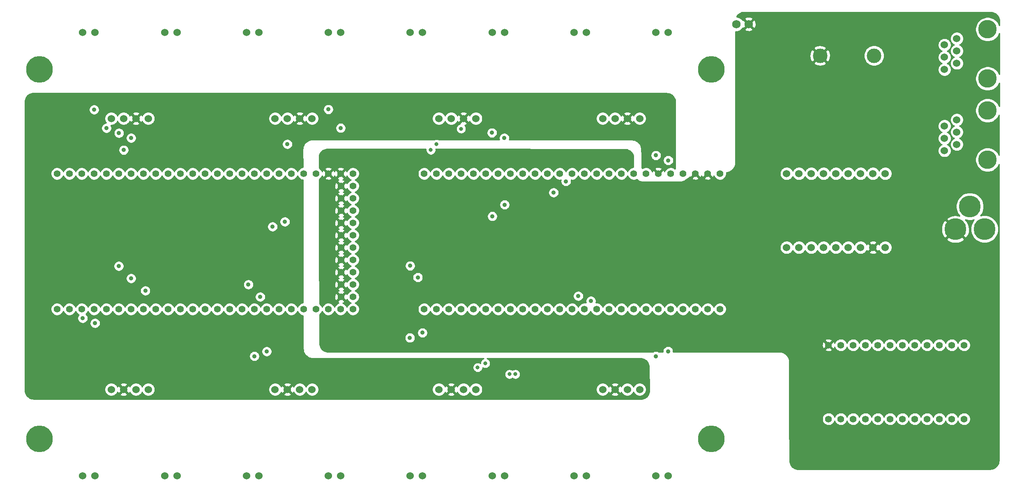
<source format=gbr>
G04 #@! TF.GenerationSoftware,KiCad,Pcbnew,(5.1.9-0-10_14)*
G04 #@! TF.CreationDate,2021-05-14T17:34:44-04:00*
G04 #@! TF.ProjectId,pressure_module,70726573-7375-4726-955f-6d6f64756c65,rev?*
G04 #@! TF.SameCoordinates,Original*
G04 #@! TF.FileFunction,Copper,L2,Inr*
G04 #@! TF.FilePolarity,Positive*
%FSLAX46Y46*%
G04 Gerber Fmt 4.6, Leading zero omitted, Abs format (unit mm)*
G04 Created by KiCad (PCBNEW (5.1.9-0-10_14)) date 2021-05-14 17:34:44*
%MOMM*%
%LPD*%
G01*
G04 APERTURE LIST*
G04 #@! TA.AperFunction,ComponentPad*
%ADD10C,1.397000*%
G04 #@! TD*
G04 #@! TA.AperFunction,ComponentPad*
%ADD11C,5.500000*%
G04 #@! TD*
G04 #@! TA.AperFunction,ComponentPad*
%ADD12C,1.524000*%
G04 #@! TD*
G04 #@! TA.AperFunction,ComponentPad*
%ADD13C,3.800000*%
G04 #@! TD*
G04 #@! TA.AperFunction,ComponentPad*
%ADD14C,4.500000*%
G04 #@! TD*
G04 #@! TA.AperFunction,ComponentPad*
%ADD15C,3.000000*%
G04 #@! TD*
G04 #@! TA.AperFunction,ComponentPad*
%ADD16C,1.750000*%
G04 #@! TD*
G04 #@! TA.AperFunction,ViaPad*
%ADD17C,0.890000*%
G04 #@! TD*
G04 #@! TA.AperFunction,ViaPad*
%ADD18C,0.800000*%
G04 #@! TD*
G04 #@! TA.AperFunction,Conductor*
%ADD19C,0.254000*%
G04 #@! TD*
G04 #@! TA.AperFunction,Conductor*
%ADD20C,0.100000*%
G04 #@! TD*
G04 APERTURE END LIST*
D10*
G04 #@! TO.N,GND*
G04 #@! TO.C,P24*
X169418000Y-87566500D03*
G04 #@! TO.N,/UC_D11*
X166878000Y-87566500D03*
G04 #@! TO.N,/UC_D10*
X164338000Y-87566500D03*
G04 #@! TO.N,/UC_D9*
X161798000Y-87566500D03*
G04 #@! TO.N,/UC_D8*
X159258000Y-87566500D03*
G04 #@! TO.N,/UC_D7*
X156718000Y-87566500D03*
G04 #@! TO.N,GND*
X154178000Y-87566500D03*
X151638000Y-87566500D03*
G04 #@! TO.N,N/C*
X149098000Y-87566500D03*
G04 #@! TO.N,GND*
X146558000Y-87566500D03*
G04 #@! TO.N,N/C*
X144018000Y-87566500D03*
G04 #@! TO.N,GND*
X141478000Y-87566500D03*
G04 #@! TO.N,N/C*
X138938000Y-87566500D03*
G04 #@! TO.N,GND*
X136398000Y-87566500D03*
G04 #@! TO.N,N/C*
X133858000Y-87566500D03*
G04 #@! TO.N,GND*
X131318000Y-87566500D03*
X128778000Y-87566500D03*
G04 #@! TO.N,/P6*
X126238000Y-87566500D03*
G04 #@! TO.N,GND*
X123698000Y-87566500D03*
G04 #@! TO.N,/P4*
X121158000Y-87566500D03*
G04 #@! TO.N,GND*
X118618000Y-87566500D03*
G04 #@! TO.N,/P2*
X116078000Y-87566500D03*
G04 #@! TO.N,GND*
X113538000Y-87566500D03*
G04 #@! TO.N,/P0*
X110998000Y-87566500D03*
G04 #@! TO.N,GND*
X108458000Y-87566500D03*
X108458000Y-59626500D03*
G04 #@! TO.N,/P1*
X110998000Y-59626500D03*
G04 #@! TO.N,GND*
X113538000Y-59626500D03*
G04 #@! TO.N,/P3*
X116078000Y-59626500D03*
G04 #@! TO.N,GND*
X118618000Y-59626500D03*
G04 #@! TO.N,/P5*
X121158000Y-59626500D03*
G04 #@! TO.N,GND*
X123698000Y-59626500D03*
G04 #@! TO.N,/P7*
X126238000Y-59626500D03*
G04 #@! TO.N,GND*
X128778000Y-59626500D03*
X131318000Y-59626500D03*
G04 #@! TO.N,N/C*
X133858000Y-59626500D03*
G04 #@! TO.N,GND*
X136398000Y-59626500D03*
G04 #@! TO.N,N/C*
X138938000Y-59626500D03*
G04 #@! TO.N,GND*
X141478000Y-59626500D03*
G04 #@! TO.N,N/C*
X144018000Y-59626500D03*
G04 #@! TO.N,GND*
X146558000Y-59626500D03*
G04 #@! TO.N,N/C*
X149098000Y-59626500D03*
G04 #@! TO.N,GND*
X151638000Y-59626500D03*
X154178000Y-59626500D03*
G04 #@! TO.N,+3V3*
X156718000Y-59626500D03*
G04 #@! TO.N,/UC_A0*
X159258000Y-59626500D03*
G04 #@! TO.N,N/C*
X161798000Y-59626500D03*
G04 #@! TO.N,+5V*
X164338000Y-59626500D03*
X166878000Y-59626500D03*
G04 #@! TO.N,GND*
X169418000Y-59626500D03*
G04 #@! TD*
D11*
G04 #@! TO.N,N/C*
G04 #@! TO.C,H3*
X167640000Y-38100000D03*
G04 #@! TD*
G04 #@! TO.N,N/C*
G04 #@! TO.C,H2*
X29210000Y-114300000D03*
G04 #@! TD*
G04 #@! TO.N,N/C*
G04 #@! TO.C,H1*
X29210000Y-38100000D03*
G04 #@! TD*
D12*
G04 #@! TO.N,GND*
G04 #@! TO.C,U8*
X145229942Y-48260000D03*
G04 #@! TO.N,/P3*
X147769942Y-48260000D03*
G04 #@! TO.N,+3V3*
X150309942Y-48260000D03*
G04 #@! TO.N,N/C*
X152849942Y-48260000D03*
G04 #@! TD*
G04 #@! TO.N,GND*
G04 #@! TO.C,U1*
X43992800Y-48260000D03*
G04 #@! TO.N,/P0*
X46532800Y-48260000D03*
G04 #@! TO.N,+3V3*
X49072800Y-48260000D03*
G04 #@! TO.N,N/C*
X51612800Y-48260000D03*
G04 #@! TD*
D10*
G04 #@! TO.N,GND*
G04 #@! TO.C,P12*
X93784420Y-87571580D03*
G04 #@! TO.N,/M1_SOUT*
X91244420Y-87571580D03*
G04 #@! TO.N,/SIN*
X88704420Y-87571580D03*
G04 #@! TO.N,/SCLK*
X86164420Y-87571580D03*
G04 #@! TO.N,/XLAT*
X83624420Y-87571580D03*
G04 #@! TO.N,/GSCLK*
X81084420Y-87571580D03*
G04 #@! TO.N,GND*
X78544420Y-87571580D03*
G04 #@! TO.N,/PV14+*
X76004420Y-87571580D03*
G04 #@! TO.N,/PV14-*
X73464420Y-87571580D03*
G04 #@! TO.N,/PV12+*
X70924420Y-87571580D03*
G04 #@! TO.N,/PV12-*
X68384420Y-87571580D03*
G04 #@! TO.N,/PV10+*
X65844420Y-87571580D03*
G04 #@! TO.N,/PV10-*
X63304420Y-87571580D03*
G04 #@! TO.N,/PV8+*
X60764420Y-87571580D03*
G04 #@! TO.N,/PV8-*
X58224420Y-87571580D03*
G04 #@! TO.N,GND*
X55684420Y-87571580D03*
G04 #@! TO.N,/PV6+*
X53144420Y-87571580D03*
G04 #@! TO.N,/PV6-*
X50604420Y-87571580D03*
G04 #@! TO.N,/PV4+*
X48064420Y-87571580D03*
G04 #@! TO.N,/PV4-*
X45524420Y-87571580D03*
G04 #@! TO.N,/PV2+*
X42984420Y-87571580D03*
G04 #@! TO.N,/PV2-*
X40444420Y-87571580D03*
G04 #@! TO.N,/PV0+*
X37904420Y-87571580D03*
G04 #@! TO.N,/PV0-*
X35364420Y-87571580D03*
G04 #@! TO.N,GND*
X32824420Y-87571580D03*
X32824420Y-59631580D03*
G04 #@! TO.N,/PV1-*
X35364420Y-59631580D03*
G04 #@! TO.N,/PV1+*
X37904420Y-59631580D03*
G04 #@! TO.N,/PV3-*
X40444420Y-59631580D03*
G04 #@! TO.N,/PV3+*
X42984420Y-59631580D03*
G04 #@! TO.N,/PV5-*
X45524420Y-59631580D03*
G04 #@! TO.N,/PV5+*
X48064420Y-59631580D03*
G04 #@! TO.N,/PV7-*
X50604420Y-59631580D03*
G04 #@! TO.N,/PV7+*
X53144420Y-59631580D03*
G04 #@! TO.N,GND*
X55684420Y-59631580D03*
G04 #@! TO.N,/PV9-*
X58224420Y-59631580D03*
G04 #@! TO.N,/PV9+*
X60764420Y-59631580D03*
G04 #@! TO.N,/PV11-*
X63304420Y-59631580D03*
G04 #@! TO.N,/PV11+*
X65844420Y-59631580D03*
G04 #@! TO.N,/PV13-*
X68384420Y-59631580D03*
G04 #@! TO.N,/PV13+*
X70924420Y-59631580D03*
G04 #@! TO.N,/PV15-*
X73464420Y-59631580D03*
G04 #@! TO.N,/PV15+*
X76004420Y-59631580D03*
G04 #@! TO.N,GND*
X78544420Y-59631580D03*
G04 #@! TO.N,N/C*
X81084420Y-59631580D03*
X83624420Y-59631580D03*
X86164420Y-59631580D03*
G04 #@! TO.N,+5V*
X88704420Y-59631580D03*
X91244420Y-59631580D03*
G04 #@! TO.N,GND*
X93784420Y-59631580D03*
G04 #@! TD*
D12*
G04 #@! TO.N,GND*
G04 #@! TO.C,U6*
X111484228Y-48260000D03*
G04 #@! TO.N,/P2*
X114024228Y-48260000D03*
G04 #@! TO.N,+3V3*
X116564228Y-48260000D03*
G04 #@! TO.N,N/C*
X119104228Y-48260000D03*
G04 #@! TD*
D10*
G04 #@! TO.N,/UC_D9*
G04 #@! TO.C,P21*
X219710000Y-110236000D03*
G04 #@! TO.N,/UC_D8*
X217170000Y-110236000D03*
G04 #@! TO.N,/UC_D7*
X214630000Y-110236000D03*
G04 #@! TO.N,/M1_SOUT*
X212090000Y-110236000D03*
G04 #@! TO.N,/SIN*
X209550000Y-110236000D03*
G04 #@! TO.N,/SCLK*
X207010000Y-110236000D03*
G04 #@! TO.N,/XLAT*
X204470000Y-110236000D03*
G04 #@! TO.N,GND*
X199390000Y-110236000D03*
G04 #@! TO.N,Net-(C1-Pad1)*
X196850000Y-110236000D03*
G04 #@! TO.N,/UC_RX*
X194310000Y-110236000D03*
G04 #@! TO.N,/UC_TX*
X191770000Y-110236000D03*
G04 #@! TO.N,/GSCLK*
X201930000Y-110236000D03*
G04 #@! TO.N,N/C*
X201930000Y-94996000D03*
G04 #@! TO.N,+5V*
X191770000Y-94996000D03*
G04 #@! TO.N,GND*
X194310000Y-94996000D03*
G04 #@! TO.N,N/C*
X196850000Y-94996000D03*
X199390000Y-94996000D03*
X204470000Y-94996000D03*
X207010000Y-94996000D03*
G04 #@! TO.N,/UC_A0*
X209550000Y-94996000D03*
G04 #@! TO.N,N/C*
X212090000Y-94996000D03*
G04 #@! TO.N,/UC_D12*
X214630000Y-94996000D03*
G04 #@! TO.N,/UC_D11*
X217170000Y-94996000D03*
G04 #@! TO.N,/UC_D10*
X219710000Y-94996000D03*
G04 #@! TD*
D12*
G04 #@! TO.N,/B*
G04 #@! TO.C,P5*
X203454000Y-59626500D03*
G04 #@! TO.N,/A*
X200914000Y-59626500D03*
G04 #@! TO.N,N/C*
X198374000Y-59626500D03*
X195834000Y-59626500D03*
X193294000Y-59626500D03*
X190754000Y-59626500D03*
X188214000Y-59626500D03*
X185674000Y-59626500D03*
G04 #@! TO.N,GND*
X183134000Y-59626500D03*
X183134000Y-74866500D03*
G04 #@! TO.N,/UC_TX*
X185674000Y-74866500D03*
G04 #@! TO.N,/UC_RX*
X188214000Y-74866500D03*
G04 #@! TO.N,/UC_D12*
X190754000Y-74866500D03*
G04 #@! TO.N,N/C*
X193294000Y-74866500D03*
X195834000Y-74866500D03*
X198374000Y-74866500D03*
G04 #@! TO.N,+5V*
X200914000Y-74866500D03*
G04 #@! TO.N,GND*
X203454000Y-74866500D03*
G04 #@! TD*
G04 #@! TO.N,N/C*
G04 #@! TO.C,P11*
X215658700Y-38160560D03*
G04 #@! TO.N,/A*
X215658700Y-35620560D03*
G04 #@! TO.N,GND*
X215658700Y-33080560D03*
X218198700Y-36870560D03*
G04 #@! TO.N,/B*
X218198700Y-34330560D03*
D13*
G04 #@! TO.N,N/C*
X224548700Y-29880560D03*
X224548700Y-40040560D03*
D12*
X218198700Y-31790560D03*
G04 #@! TD*
G04 #@! TO.N,N/C*
G04 #@! TO.C,P10*
X215658700Y-54899160D03*
G04 #@! TO.N,/A*
X215658700Y-52359160D03*
G04 #@! TO.N,GND*
X215658700Y-49819160D03*
X218198700Y-53609160D03*
G04 #@! TO.N,/B*
X218198700Y-51069160D03*
D13*
G04 #@! TO.N,N/C*
X224548700Y-46619160D03*
X224548700Y-56779160D03*
D12*
X218198700Y-48529160D03*
G04 #@! TD*
D14*
G04 #@! TO.N,GND*
G04 #@! TO.C,P22*
X220903800Y-66394600D03*
X223903800Y-71094600D03*
G04 #@! TO.N,+5V*
X217903800Y-71094600D03*
G04 #@! TD*
D10*
G04 #@! TO.N,+5V*
G04 #@! TO.C,P25*
X91313000Y-62166500D03*
X91313000Y-64706500D03*
X91313000Y-67246500D03*
X91313000Y-69786500D03*
X91313000Y-72326500D03*
X91313000Y-77406500D03*
X91313000Y-79946500D03*
X91313000Y-82486500D03*
X91313000Y-85026500D03*
X91313000Y-74866500D03*
G04 #@! TD*
G04 #@! TO.N,GND*
G04 #@! TO.C,P26*
X93789500Y-62166500D03*
X93789500Y-64706500D03*
X93789500Y-67246500D03*
X93789500Y-69786500D03*
X93789500Y-72326500D03*
X93789500Y-77406500D03*
X93789500Y-79946500D03*
X93789500Y-82486500D03*
X93789500Y-85026500D03*
X93789500Y-74866500D03*
G04 #@! TD*
D12*
G04 #@! TO.N,GND*
G04 #@! TO.C,U2*
X51612800Y-104140000D03*
G04 #@! TO.N,/P4*
X49072800Y-104140000D03*
G04 #@! TO.N,+3V3*
X46532800Y-104140000D03*
G04 #@! TO.N,N/C*
X43992800Y-104140000D03*
G04 #@! TD*
G04 #@! TO.N,GND*
G04 #@! TO.C,U4*
X77738514Y-48260000D03*
G04 #@! TO.N,/P1*
X80278514Y-48260000D03*
G04 #@! TO.N,+3V3*
X82818514Y-48260000D03*
G04 #@! TO.N,N/C*
X85358514Y-48260000D03*
G04 #@! TD*
G04 #@! TO.N,GND*
G04 #@! TO.C,U5*
X85358514Y-104140000D03*
G04 #@! TO.N,/P5*
X82818514Y-104140000D03*
G04 #@! TO.N,+3V3*
X80278514Y-104140000D03*
G04 #@! TO.N,N/C*
X77738514Y-104140000D03*
G04 #@! TD*
G04 #@! TO.N,GND*
G04 #@! TO.C,U7*
X119104228Y-104140000D03*
G04 #@! TO.N,/P6*
X116564228Y-104140000D03*
G04 #@! TO.N,+3V3*
X114024228Y-104140000D03*
G04 #@! TO.N,N/C*
X111484228Y-104140000D03*
G04 #@! TD*
G04 #@! TO.N,GND*
G04 #@! TO.C,U9*
X152849942Y-104140000D03*
G04 #@! TO.N,/P7*
X150309942Y-104140000D03*
G04 #@! TO.N,+3V3*
X147769942Y-104140000D03*
G04 #@! TO.N,N/C*
X145229942Y-104140000D03*
G04 #@! TD*
G04 #@! TO.N,/PV0-*
G04 #@! TO.C,P1*
X38100000Y-30480000D03*
G04 #@! TO.N,/PV0+*
X40640000Y-30480000D03*
G04 #@! TD*
G04 #@! TO.N,/PV1-*
G04 #@! TO.C,P2*
X54972857Y-30480000D03*
G04 #@! TO.N,/PV1+*
X57512857Y-30480000D03*
G04 #@! TD*
G04 #@! TO.N,/PV2-*
G04 #@! TO.C,P3*
X71845714Y-30480000D03*
G04 #@! TO.N,/PV2+*
X74385714Y-30480000D03*
G04 #@! TD*
G04 #@! TO.N,/PV3-*
G04 #@! TO.C,P4*
X88718571Y-30480000D03*
G04 #@! TO.N,/PV3+*
X91258571Y-30480000D03*
G04 #@! TD*
G04 #@! TO.N,/PV4-*
G04 #@! TO.C,P6*
X105591428Y-30480000D03*
G04 #@! TO.N,/PV4+*
X108131428Y-30480000D03*
G04 #@! TD*
G04 #@! TO.N,/PV5-*
G04 #@! TO.C,P7*
X122464285Y-30480000D03*
G04 #@! TO.N,/PV5+*
X125004285Y-30480000D03*
G04 #@! TD*
G04 #@! TO.N,/PV6-*
G04 #@! TO.C,P8*
X139337142Y-30480000D03*
G04 #@! TO.N,/PV6+*
X141877142Y-30480000D03*
G04 #@! TD*
G04 #@! TO.N,/PV7-*
G04 #@! TO.C,P9*
X156210000Y-30480000D03*
G04 #@! TO.N,/PV7+*
X158750000Y-30480000D03*
G04 #@! TD*
G04 #@! TO.N,/PV8-*
G04 #@! TO.C,P13*
X38100000Y-121920000D03*
G04 #@! TO.N,/PV8+*
X40640000Y-121920000D03*
G04 #@! TD*
G04 #@! TO.N,/PV9-*
G04 #@! TO.C,P14*
X54972857Y-121920000D03*
G04 #@! TO.N,/PV9+*
X57512857Y-121920000D03*
G04 #@! TD*
G04 #@! TO.N,/PV10-*
G04 #@! TO.C,P15*
X71845714Y-121920000D03*
G04 #@! TO.N,/PV10+*
X74385714Y-121920000D03*
G04 #@! TD*
G04 #@! TO.N,/PV11-*
G04 #@! TO.C,P16*
X88718571Y-121920000D03*
G04 #@! TO.N,/PV11+*
X91258571Y-121920000D03*
G04 #@! TD*
G04 #@! TO.N,/PV12-*
G04 #@! TO.C,P17*
X105591428Y-121920000D03*
G04 #@! TO.N,/PV12+*
X108131428Y-121920000D03*
G04 #@! TD*
G04 #@! TO.N,/PV13-*
G04 #@! TO.C,P18*
X122464285Y-121920000D03*
G04 #@! TO.N,/PV13+*
X125004285Y-121920000D03*
G04 #@! TD*
G04 #@! TO.N,/PV14-*
G04 #@! TO.C,P19*
X156210000Y-121920000D03*
G04 #@! TO.N,/PV14+*
X158750000Y-121920000D03*
G04 #@! TD*
G04 #@! TO.N,/PV15-*
G04 #@! TO.C,P20*
X139337142Y-121920000D03*
G04 #@! TO.N,/PV15+*
X141877142Y-121920000D03*
G04 #@! TD*
D15*
G04 #@! TO.N,GND*
G04 #@! TO.C,P23*
X201145000Y-35306000D03*
G04 #@! TO.N,+5V*
X190015000Y-35306000D03*
G04 #@! TD*
D11*
G04 #@! TO.N,N/C*
G04 #@! TO.C,H4*
X167640000Y-114300000D03*
G04 #@! TD*
D16*
G04 #@! TO.N,+5V*
G04 #@! TO.C,P27*
X175310800Y-28803600D03*
G04 #@! TO.N,GND*
X172770800Y-28803600D03*
G04 #@! TD*
D17*
G04 #@! TO.N,/PV2-*
X72237600Y-82499200D03*
G04 #@! TO.N,/PV2+*
X74676000Y-85039200D03*
G04 #@! TO.N,/PV3+*
X91236800Y-50221199D03*
X42976800Y-50241200D03*
G04 #@! TO.N,/PV3-*
X88696800Y-46380400D03*
X40436800Y-46431200D03*
G04 #@! TO.N,/PV4-*
X105562400Y-78638400D03*
X45516800Y-78689200D03*
G04 #@! TO.N,/PV4+*
X107137200Y-81026000D03*
X48056800Y-81229200D03*
G04 #@! TO.N,/PV5+*
X124968000Y-52273200D03*
X48056800Y-52273200D03*
G04 #@! TO.N,/PV5-*
X122428000Y-51206400D03*
X45567600Y-51257200D03*
G04 #@! TO.N,/PV6-*
X140208000Y-84876800D03*
X51003200Y-83769200D03*
G04 #@! TO.N,/PV6+*
X142798800Y-85902800D03*
G04 #@! TO.N,/PV7+*
X158750000Y-56896000D03*
G04 #@! TO.N,/PV7-*
X156210000Y-55870000D03*
G04 #@! TO.N,/PV15+*
X137668000Y-61214000D03*
G04 #@! TO.N,/PV15-*
X135128000Y-63550800D03*
G04 #@! TO.N,/PV13+*
X125018800Y-66040000D03*
G04 #@! TO.N,/PV13-*
X122478800Y-68427600D03*
G04 #@! TO.N,/PV11+*
X79756000Y-69555200D03*
G04 #@! TO.N,/PV11-*
X77216000Y-70581200D03*
G04 #@! TO.N,/PV8-*
X38100000Y-89458800D03*
G04 #@! TO.N,/PV8+*
X40640000Y-90484800D03*
G04 #@! TO.N,/PV12-*
X105511600Y-93481121D03*
G04 #@! TO.N,/PV12+*
X108102400Y-92455121D03*
G04 #@! TO.N,/PV14-*
X156210000Y-97292000D03*
X73456800Y-97282000D03*
G04 #@! TO.N,/PV14+*
X158699200Y-96266000D03*
X75996800Y-96316800D03*
D18*
G04 #@! TO.N,/P6*
X126034800Y-100990400D03*
G04 #@! TO.N,/P4*
X121056400Y-98755200D03*
G04 #@! TO.N,/P0*
X109829600Y-54762400D03*
D17*
X46532800Y-54762400D03*
D18*
G04 #@! TO.N,/P1*
X110998000Y-53543200D03*
D17*
X80264000Y-53543200D03*
D18*
G04 #@! TO.N,/P3*
X116078000Y-50393600D03*
G04 #@! TO.N,/P5*
X119481600Y-99609200D03*
G04 #@! TO.N,/P7*
X127254000Y-100990400D03*
G04 #@! TD*
D19*
G04 #@! TO.N,+5V*
X225164826Y-26352055D02*
X225422487Y-26370553D01*
X225670434Y-26424581D01*
X225908174Y-26513369D01*
X226130839Y-26635099D01*
X226333909Y-26787298D01*
X226513235Y-26966858D01*
X226665164Y-27170122D01*
X226786603Y-27392948D01*
X226875078Y-27630800D01*
X226928783Y-27878825D01*
X226946945Y-28136510D01*
X226945969Y-29043805D01*
X226795188Y-28679787D01*
X226517763Y-28264592D01*
X226164668Y-27911497D01*
X225749473Y-27634072D01*
X225288132Y-27442978D01*
X224798376Y-27345560D01*
X224299024Y-27345560D01*
X223809268Y-27442978D01*
X223347927Y-27634072D01*
X222932732Y-27911497D01*
X222579637Y-28264592D01*
X222302212Y-28679787D01*
X222111118Y-29141128D01*
X222013700Y-29630884D01*
X222013700Y-30130236D01*
X222111118Y-30619992D01*
X222302212Y-31081333D01*
X222579637Y-31496528D01*
X222932732Y-31849623D01*
X223347927Y-32127048D01*
X223809268Y-32318142D01*
X224299024Y-32415560D01*
X224798376Y-32415560D01*
X225288132Y-32318142D01*
X225749473Y-32127048D01*
X226164668Y-31849623D01*
X226517763Y-31496528D01*
X226795188Y-31081333D01*
X226944165Y-30721672D01*
X226935071Y-39177495D01*
X226795188Y-38839787D01*
X226517763Y-38424592D01*
X226164668Y-38071497D01*
X225749473Y-37794072D01*
X225288132Y-37602978D01*
X224798376Y-37505560D01*
X224299024Y-37505560D01*
X223809268Y-37602978D01*
X223347927Y-37794072D01*
X222932732Y-38071497D01*
X222579637Y-38424592D01*
X222302212Y-38839787D01*
X222111118Y-39301128D01*
X222013700Y-39790884D01*
X222013700Y-40290236D01*
X222111118Y-40779992D01*
X222302212Y-41241333D01*
X222579637Y-41656528D01*
X222932732Y-42009623D01*
X223347927Y-42287048D01*
X223809268Y-42478142D01*
X224299024Y-42575560D01*
X224798376Y-42575560D01*
X225288132Y-42478142D01*
X225749473Y-42287048D01*
X226164668Y-42009623D01*
X226517763Y-41656528D01*
X226795188Y-41241333D01*
X226933210Y-40908118D01*
X226928015Y-45739059D01*
X226795188Y-45418387D01*
X226517763Y-45003192D01*
X226164668Y-44650097D01*
X225749473Y-44372672D01*
X225288132Y-44181578D01*
X224798376Y-44084160D01*
X224299024Y-44084160D01*
X223809268Y-44181578D01*
X223347927Y-44372672D01*
X222932732Y-44650097D01*
X222579637Y-45003192D01*
X222302212Y-45418387D01*
X222111118Y-45879728D01*
X222013700Y-46369484D01*
X222013700Y-46868836D01*
X222111118Y-47358592D01*
X222302212Y-47819933D01*
X222579637Y-48235128D01*
X222932732Y-48588223D01*
X223347927Y-48865648D01*
X223809268Y-49056742D01*
X224299024Y-49154160D01*
X224798376Y-49154160D01*
X225288132Y-49056742D01*
X225749473Y-48865648D01*
X226164668Y-48588223D01*
X226517763Y-48235128D01*
X226795188Y-47819933D01*
X226926117Y-47503843D01*
X226917117Y-55872749D01*
X226795188Y-55578387D01*
X226517763Y-55163192D01*
X226164668Y-54810097D01*
X225749473Y-54532672D01*
X225288132Y-54341578D01*
X224798376Y-54244160D01*
X224299024Y-54244160D01*
X223809268Y-54341578D01*
X223347927Y-54532672D01*
X222932732Y-54810097D01*
X222579637Y-55163192D01*
X222302212Y-55578387D01*
X222111118Y-56039728D01*
X222013700Y-56529484D01*
X222013700Y-57028836D01*
X222111118Y-57518592D01*
X222302212Y-57979933D01*
X222579637Y-58395128D01*
X222932732Y-58748223D01*
X223347927Y-59025648D01*
X223809268Y-59216742D01*
X224299024Y-59314160D01*
X224798376Y-59314160D01*
X225288132Y-59216742D01*
X225749473Y-59025648D01*
X226164668Y-58748223D01*
X226517763Y-58395128D01*
X226795188Y-57979933D01*
X226915162Y-57690289D01*
X226849451Y-118793740D01*
X226830788Y-119051018D01*
X226776700Y-119298597D01*
X226687958Y-119535970D01*
X226566368Y-119758306D01*
X226414398Y-119961096D01*
X226235135Y-120140219D01*
X226032227Y-120292029D01*
X225809788Y-120413450D01*
X225572355Y-120502002D01*
X225324730Y-120555898D01*
X225067441Y-120574359D01*
X185547054Y-120585942D01*
X185289904Y-120567653D01*
X185042399Y-120513971D01*
X184805033Y-120425659D01*
X184582628Y-120304516D01*
X184379690Y-120152992D01*
X184200351Y-119974176D01*
X184048240Y-119771685D01*
X183926444Y-119549629D01*
X183837444Y-119312528D01*
X183783038Y-119065176D01*
X183764000Y-118808090D01*
X183741157Y-110104662D01*
X190436500Y-110104662D01*
X190436500Y-110367338D01*
X190487746Y-110624968D01*
X190588268Y-110867649D01*
X190734203Y-111086057D01*
X190919943Y-111271797D01*
X191138351Y-111417732D01*
X191381032Y-111518254D01*
X191638662Y-111569500D01*
X191901338Y-111569500D01*
X192158968Y-111518254D01*
X192401649Y-111417732D01*
X192620057Y-111271797D01*
X192805797Y-111086057D01*
X192951732Y-110867649D01*
X193040000Y-110654552D01*
X193128268Y-110867649D01*
X193274203Y-111086057D01*
X193459943Y-111271797D01*
X193678351Y-111417732D01*
X193921032Y-111518254D01*
X194178662Y-111569500D01*
X194441338Y-111569500D01*
X194698968Y-111518254D01*
X194941649Y-111417732D01*
X195160057Y-111271797D01*
X195345797Y-111086057D01*
X195491732Y-110867649D01*
X195580000Y-110654552D01*
X195668268Y-110867649D01*
X195814203Y-111086057D01*
X195999943Y-111271797D01*
X196218351Y-111417732D01*
X196461032Y-111518254D01*
X196718662Y-111569500D01*
X196981338Y-111569500D01*
X197238968Y-111518254D01*
X197481649Y-111417732D01*
X197700057Y-111271797D01*
X197885797Y-111086057D01*
X198031732Y-110867649D01*
X198120000Y-110654552D01*
X198208268Y-110867649D01*
X198354203Y-111086057D01*
X198539943Y-111271797D01*
X198758351Y-111417732D01*
X199001032Y-111518254D01*
X199258662Y-111569500D01*
X199521338Y-111569500D01*
X199778968Y-111518254D01*
X200021649Y-111417732D01*
X200240057Y-111271797D01*
X200425797Y-111086057D01*
X200571732Y-110867649D01*
X200660000Y-110654552D01*
X200748268Y-110867649D01*
X200894203Y-111086057D01*
X201079943Y-111271797D01*
X201298351Y-111417732D01*
X201541032Y-111518254D01*
X201798662Y-111569500D01*
X202061338Y-111569500D01*
X202318968Y-111518254D01*
X202561649Y-111417732D01*
X202780057Y-111271797D01*
X202965797Y-111086057D01*
X203111732Y-110867649D01*
X203200000Y-110654552D01*
X203288268Y-110867649D01*
X203434203Y-111086057D01*
X203619943Y-111271797D01*
X203838351Y-111417732D01*
X204081032Y-111518254D01*
X204338662Y-111569500D01*
X204601338Y-111569500D01*
X204858968Y-111518254D01*
X205101649Y-111417732D01*
X205320057Y-111271797D01*
X205505797Y-111086057D01*
X205651732Y-110867649D01*
X205740000Y-110654552D01*
X205828268Y-110867649D01*
X205974203Y-111086057D01*
X206159943Y-111271797D01*
X206378351Y-111417732D01*
X206621032Y-111518254D01*
X206878662Y-111569500D01*
X207141338Y-111569500D01*
X207398968Y-111518254D01*
X207641649Y-111417732D01*
X207860057Y-111271797D01*
X208045797Y-111086057D01*
X208191732Y-110867649D01*
X208280000Y-110654552D01*
X208368268Y-110867649D01*
X208514203Y-111086057D01*
X208699943Y-111271797D01*
X208918351Y-111417732D01*
X209161032Y-111518254D01*
X209418662Y-111569500D01*
X209681338Y-111569500D01*
X209938968Y-111518254D01*
X210181649Y-111417732D01*
X210400057Y-111271797D01*
X210585797Y-111086057D01*
X210731732Y-110867649D01*
X210820000Y-110654552D01*
X210908268Y-110867649D01*
X211054203Y-111086057D01*
X211239943Y-111271797D01*
X211458351Y-111417732D01*
X211701032Y-111518254D01*
X211958662Y-111569500D01*
X212221338Y-111569500D01*
X212478968Y-111518254D01*
X212721649Y-111417732D01*
X212940057Y-111271797D01*
X213125797Y-111086057D01*
X213271732Y-110867649D01*
X213360000Y-110654552D01*
X213448268Y-110867649D01*
X213594203Y-111086057D01*
X213779943Y-111271797D01*
X213998351Y-111417732D01*
X214241032Y-111518254D01*
X214498662Y-111569500D01*
X214761338Y-111569500D01*
X215018968Y-111518254D01*
X215261649Y-111417732D01*
X215480057Y-111271797D01*
X215665797Y-111086057D01*
X215811732Y-110867649D01*
X215900000Y-110654552D01*
X215988268Y-110867649D01*
X216134203Y-111086057D01*
X216319943Y-111271797D01*
X216538351Y-111417732D01*
X216781032Y-111518254D01*
X217038662Y-111569500D01*
X217301338Y-111569500D01*
X217558968Y-111518254D01*
X217801649Y-111417732D01*
X218020057Y-111271797D01*
X218205797Y-111086057D01*
X218351732Y-110867649D01*
X218440000Y-110654552D01*
X218528268Y-110867649D01*
X218674203Y-111086057D01*
X218859943Y-111271797D01*
X219078351Y-111417732D01*
X219321032Y-111518254D01*
X219578662Y-111569500D01*
X219841338Y-111569500D01*
X220098968Y-111518254D01*
X220341649Y-111417732D01*
X220560057Y-111271797D01*
X220745797Y-111086057D01*
X220891732Y-110867649D01*
X220992254Y-110624968D01*
X221043500Y-110367338D01*
X221043500Y-110104662D01*
X220992254Y-109847032D01*
X220891732Y-109604351D01*
X220745797Y-109385943D01*
X220560057Y-109200203D01*
X220341649Y-109054268D01*
X220098968Y-108953746D01*
X219841338Y-108902500D01*
X219578662Y-108902500D01*
X219321032Y-108953746D01*
X219078351Y-109054268D01*
X218859943Y-109200203D01*
X218674203Y-109385943D01*
X218528268Y-109604351D01*
X218440000Y-109817448D01*
X218351732Y-109604351D01*
X218205797Y-109385943D01*
X218020057Y-109200203D01*
X217801649Y-109054268D01*
X217558968Y-108953746D01*
X217301338Y-108902500D01*
X217038662Y-108902500D01*
X216781032Y-108953746D01*
X216538351Y-109054268D01*
X216319943Y-109200203D01*
X216134203Y-109385943D01*
X215988268Y-109604351D01*
X215900000Y-109817448D01*
X215811732Y-109604351D01*
X215665797Y-109385943D01*
X215480057Y-109200203D01*
X215261649Y-109054268D01*
X215018968Y-108953746D01*
X214761338Y-108902500D01*
X214498662Y-108902500D01*
X214241032Y-108953746D01*
X213998351Y-109054268D01*
X213779943Y-109200203D01*
X213594203Y-109385943D01*
X213448268Y-109604351D01*
X213360000Y-109817448D01*
X213271732Y-109604351D01*
X213125797Y-109385943D01*
X212940057Y-109200203D01*
X212721649Y-109054268D01*
X212478968Y-108953746D01*
X212221338Y-108902500D01*
X211958662Y-108902500D01*
X211701032Y-108953746D01*
X211458351Y-109054268D01*
X211239943Y-109200203D01*
X211054203Y-109385943D01*
X210908268Y-109604351D01*
X210820000Y-109817448D01*
X210731732Y-109604351D01*
X210585797Y-109385943D01*
X210400057Y-109200203D01*
X210181649Y-109054268D01*
X209938968Y-108953746D01*
X209681338Y-108902500D01*
X209418662Y-108902500D01*
X209161032Y-108953746D01*
X208918351Y-109054268D01*
X208699943Y-109200203D01*
X208514203Y-109385943D01*
X208368268Y-109604351D01*
X208280000Y-109817448D01*
X208191732Y-109604351D01*
X208045797Y-109385943D01*
X207860057Y-109200203D01*
X207641649Y-109054268D01*
X207398968Y-108953746D01*
X207141338Y-108902500D01*
X206878662Y-108902500D01*
X206621032Y-108953746D01*
X206378351Y-109054268D01*
X206159943Y-109200203D01*
X205974203Y-109385943D01*
X205828268Y-109604351D01*
X205740000Y-109817448D01*
X205651732Y-109604351D01*
X205505797Y-109385943D01*
X205320057Y-109200203D01*
X205101649Y-109054268D01*
X204858968Y-108953746D01*
X204601338Y-108902500D01*
X204338662Y-108902500D01*
X204081032Y-108953746D01*
X203838351Y-109054268D01*
X203619943Y-109200203D01*
X203434203Y-109385943D01*
X203288268Y-109604351D01*
X203200000Y-109817448D01*
X203111732Y-109604351D01*
X202965797Y-109385943D01*
X202780057Y-109200203D01*
X202561649Y-109054268D01*
X202318968Y-108953746D01*
X202061338Y-108902500D01*
X201798662Y-108902500D01*
X201541032Y-108953746D01*
X201298351Y-109054268D01*
X201079943Y-109200203D01*
X200894203Y-109385943D01*
X200748268Y-109604351D01*
X200660000Y-109817448D01*
X200571732Y-109604351D01*
X200425797Y-109385943D01*
X200240057Y-109200203D01*
X200021649Y-109054268D01*
X199778968Y-108953746D01*
X199521338Y-108902500D01*
X199258662Y-108902500D01*
X199001032Y-108953746D01*
X198758351Y-109054268D01*
X198539943Y-109200203D01*
X198354203Y-109385943D01*
X198208268Y-109604351D01*
X198120000Y-109817448D01*
X198031732Y-109604351D01*
X197885797Y-109385943D01*
X197700057Y-109200203D01*
X197481649Y-109054268D01*
X197238968Y-108953746D01*
X196981338Y-108902500D01*
X196718662Y-108902500D01*
X196461032Y-108953746D01*
X196218351Y-109054268D01*
X195999943Y-109200203D01*
X195814203Y-109385943D01*
X195668268Y-109604351D01*
X195580000Y-109817448D01*
X195491732Y-109604351D01*
X195345797Y-109385943D01*
X195160057Y-109200203D01*
X194941649Y-109054268D01*
X194698968Y-108953746D01*
X194441338Y-108902500D01*
X194178662Y-108902500D01*
X193921032Y-108953746D01*
X193678351Y-109054268D01*
X193459943Y-109200203D01*
X193274203Y-109385943D01*
X193128268Y-109604351D01*
X193040000Y-109817448D01*
X192951732Y-109604351D01*
X192805797Y-109385943D01*
X192620057Y-109200203D01*
X192401649Y-109054268D01*
X192158968Y-108953746D01*
X191901338Y-108902500D01*
X191638662Y-108902500D01*
X191381032Y-108953746D01*
X191138351Y-109054268D01*
X190919943Y-109200203D01*
X190734203Y-109385943D01*
X190588268Y-109604351D01*
X190487746Y-109847032D01*
X190436500Y-110104662D01*
X183741157Y-110104662D01*
X183710487Y-98419667D01*
X183710140Y-98410623D01*
X183690104Y-98140015D01*
X183687487Y-98122115D01*
X183629207Y-97857099D01*
X183624073Y-97839753D01*
X183528731Y-97585705D01*
X183521185Y-97569264D01*
X183390715Y-97331340D01*
X183380910Y-97316138D01*
X183217960Y-97099164D01*
X183206094Y-97085510D01*
X183013970Y-96893890D01*
X183000284Y-96882060D01*
X182782883Y-96719680D01*
X182767656Y-96709914D01*
X182529390Y-96580069D01*
X182512929Y-96572566D01*
X182258633Y-96477891D01*
X182241273Y-96472803D01*
X181976104Y-96415219D01*
X181958198Y-96412649D01*
X181687538Y-96393323D01*
X181678493Y-96393000D01*
X159775097Y-96393000D01*
X159779200Y-96372371D01*
X159779200Y-96159629D01*
X159737697Y-95950976D01*
X159723292Y-95916197D01*
X191029408Y-95916197D01*
X191088686Y-96149812D01*
X191326875Y-96260559D01*
X191582093Y-96322711D01*
X191844533Y-96333876D01*
X192104107Y-96293629D01*
X192350842Y-96203514D01*
X192451314Y-96149812D01*
X192510592Y-95916197D01*
X191770000Y-95175605D01*
X191029408Y-95916197D01*
X159723292Y-95916197D01*
X159656284Y-95754428D01*
X159538091Y-95577540D01*
X159387660Y-95427109D01*
X159210772Y-95308916D01*
X159014224Y-95227503D01*
X158805571Y-95186000D01*
X158592829Y-95186000D01*
X158384176Y-95227503D01*
X158187628Y-95308916D01*
X158010740Y-95427109D01*
X157860309Y-95577540D01*
X157742116Y-95754428D01*
X157660703Y-95950976D01*
X157619200Y-96159629D01*
X157619200Y-96372371D01*
X157623303Y-96393000D01*
X156808501Y-96393000D01*
X156721572Y-96334916D01*
X156525024Y-96253503D01*
X156316371Y-96212000D01*
X156103629Y-96212000D01*
X155894976Y-96253503D01*
X155698428Y-96334916D01*
X155611499Y-96393000D01*
X88708294Y-96393000D01*
X88451254Y-96374651D01*
X88203865Y-96320942D01*
X87966620Y-96232639D01*
X87744316Y-96111529D01*
X87541477Y-95960075D01*
X87362200Y-95781339D01*
X87210134Y-95578956D01*
X87088353Y-95357018D01*
X86999335Y-95120038D01*
X86988431Y-95070533D01*
X190432124Y-95070533D01*
X190472371Y-95330107D01*
X190562486Y-95576842D01*
X190616188Y-95677314D01*
X190849803Y-95736592D01*
X191590395Y-94996000D01*
X191949605Y-94996000D01*
X192690197Y-95736592D01*
X192923812Y-95677314D01*
X193034559Y-95439125D01*
X193040342Y-95415378D01*
X193128268Y-95627649D01*
X193274203Y-95846057D01*
X193459943Y-96031797D01*
X193678351Y-96177732D01*
X193921032Y-96278254D01*
X194178662Y-96329500D01*
X194441338Y-96329500D01*
X194698968Y-96278254D01*
X194941649Y-96177732D01*
X195160057Y-96031797D01*
X195345797Y-95846057D01*
X195491732Y-95627649D01*
X195580000Y-95414552D01*
X195668268Y-95627649D01*
X195814203Y-95846057D01*
X195999943Y-96031797D01*
X196218351Y-96177732D01*
X196461032Y-96278254D01*
X196718662Y-96329500D01*
X196981338Y-96329500D01*
X197238968Y-96278254D01*
X197481649Y-96177732D01*
X197700057Y-96031797D01*
X197885797Y-95846057D01*
X198031732Y-95627649D01*
X198120000Y-95414552D01*
X198208268Y-95627649D01*
X198354203Y-95846057D01*
X198539943Y-96031797D01*
X198758351Y-96177732D01*
X199001032Y-96278254D01*
X199258662Y-96329500D01*
X199521338Y-96329500D01*
X199778968Y-96278254D01*
X200021649Y-96177732D01*
X200240057Y-96031797D01*
X200425797Y-95846057D01*
X200571732Y-95627649D01*
X200660000Y-95414552D01*
X200748268Y-95627649D01*
X200894203Y-95846057D01*
X201079943Y-96031797D01*
X201298351Y-96177732D01*
X201541032Y-96278254D01*
X201798662Y-96329500D01*
X202061338Y-96329500D01*
X202318968Y-96278254D01*
X202561649Y-96177732D01*
X202780057Y-96031797D01*
X202965797Y-95846057D01*
X203111732Y-95627649D01*
X203200000Y-95414552D01*
X203288268Y-95627649D01*
X203434203Y-95846057D01*
X203619943Y-96031797D01*
X203838351Y-96177732D01*
X204081032Y-96278254D01*
X204338662Y-96329500D01*
X204601338Y-96329500D01*
X204858968Y-96278254D01*
X205101649Y-96177732D01*
X205320057Y-96031797D01*
X205505797Y-95846057D01*
X205651732Y-95627649D01*
X205740000Y-95414552D01*
X205828268Y-95627649D01*
X205974203Y-95846057D01*
X206159943Y-96031797D01*
X206378351Y-96177732D01*
X206621032Y-96278254D01*
X206878662Y-96329500D01*
X207141338Y-96329500D01*
X207398968Y-96278254D01*
X207641649Y-96177732D01*
X207860057Y-96031797D01*
X208045797Y-95846057D01*
X208191732Y-95627649D01*
X208280000Y-95414552D01*
X208368268Y-95627649D01*
X208514203Y-95846057D01*
X208699943Y-96031797D01*
X208918351Y-96177732D01*
X209161032Y-96278254D01*
X209418662Y-96329500D01*
X209681338Y-96329500D01*
X209938968Y-96278254D01*
X210181649Y-96177732D01*
X210400057Y-96031797D01*
X210585797Y-95846057D01*
X210731732Y-95627649D01*
X210820000Y-95414552D01*
X210908268Y-95627649D01*
X211054203Y-95846057D01*
X211239943Y-96031797D01*
X211458351Y-96177732D01*
X211701032Y-96278254D01*
X211958662Y-96329500D01*
X212221338Y-96329500D01*
X212478968Y-96278254D01*
X212721649Y-96177732D01*
X212940057Y-96031797D01*
X213125797Y-95846057D01*
X213271732Y-95627649D01*
X213360000Y-95414552D01*
X213448268Y-95627649D01*
X213594203Y-95846057D01*
X213779943Y-96031797D01*
X213998351Y-96177732D01*
X214241032Y-96278254D01*
X214498662Y-96329500D01*
X214761338Y-96329500D01*
X215018968Y-96278254D01*
X215261649Y-96177732D01*
X215480057Y-96031797D01*
X215665797Y-95846057D01*
X215811732Y-95627649D01*
X215900000Y-95414552D01*
X215988268Y-95627649D01*
X216134203Y-95846057D01*
X216319943Y-96031797D01*
X216538351Y-96177732D01*
X216781032Y-96278254D01*
X217038662Y-96329500D01*
X217301338Y-96329500D01*
X217558968Y-96278254D01*
X217801649Y-96177732D01*
X218020057Y-96031797D01*
X218205797Y-95846057D01*
X218351732Y-95627649D01*
X218440000Y-95414552D01*
X218528268Y-95627649D01*
X218674203Y-95846057D01*
X218859943Y-96031797D01*
X219078351Y-96177732D01*
X219321032Y-96278254D01*
X219578662Y-96329500D01*
X219841338Y-96329500D01*
X220098968Y-96278254D01*
X220341649Y-96177732D01*
X220560057Y-96031797D01*
X220745797Y-95846057D01*
X220891732Y-95627649D01*
X220992254Y-95384968D01*
X221043500Y-95127338D01*
X221043500Y-94864662D01*
X220992254Y-94607032D01*
X220891732Y-94364351D01*
X220745797Y-94145943D01*
X220560057Y-93960203D01*
X220341649Y-93814268D01*
X220098968Y-93713746D01*
X219841338Y-93662500D01*
X219578662Y-93662500D01*
X219321032Y-93713746D01*
X219078351Y-93814268D01*
X218859943Y-93960203D01*
X218674203Y-94145943D01*
X218528268Y-94364351D01*
X218440000Y-94577448D01*
X218351732Y-94364351D01*
X218205797Y-94145943D01*
X218020057Y-93960203D01*
X217801649Y-93814268D01*
X217558968Y-93713746D01*
X217301338Y-93662500D01*
X217038662Y-93662500D01*
X216781032Y-93713746D01*
X216538351Y-93814268D01*
X216319943Y-93960203D01*
X216134203Y-94145943D01*
X215988268Y-94364351D01*
X215900000Y-94577448D01*
X215811732Y-94364351D01*
X215665797Y-94145943D01*
X215480057Y-93960203D01*
X215261649Y-93814268D01*
X215018968Y-93713746D01*
X214761338Y-93662500D01*
X214498662Y-93662500D01*
X214241032Y-93713746D01*
X213998351Y-93814268D01*
X213779943Y-93960203D01*
X213594203Y-94145943D01*
X213448268Y-94364351D01*
X213360000Y-94577448D01*
X213271732Y-94364351D01*
X213125797Y-94145943D01*
X212940057Y-93960203D01*
X212721649Y-93814268D01*
X212478968Y-93713746D01*
X212221338Y-93662500D01*
X211958662Y-93662500D01*
X211701032Y-93713746D01*
X211458351Y-93814268D01*
X211239943Y-93960203D01*
X211054203Y-94145943D01*
X210908268Y-94364351D01*
X210820000Y-94577448D01*
X210731732Y-94364351D01*
X210585797Y-94145943D01*
X210400057Y-93960203D01*
X210181649Y-93814268D01*
X209938968Y-93713746D01*
X209681338Y-93662500D01*
X209418662Y-93662500D01*
X209161032Y-93713746D01*
X208918351Y-93814268D01*
X208699943Y-93960203D01*
X208514203Y-94145943D01*
X208368268Y-94364351D01*
X208280000Y-94577448D01*
X208191732Y-94364351D01*
X208045797Y-94145943D01*
X207860057Y-93960203D01*
X207641649Y-93814268D01*
X207398968Y-93713746D01*
X207141338Y-93662500D01*
X206878662Y-93662500D01*
X206621032Y-93713746D01*
X206378351Y-93814268D01*
X206159943Y-93960203D01*
X205974203Y-94145943D01*
X205828268Y-94364351D01*
X205740000Y-94577448D01*
X205651732Y-94364351D01*
X205505797Y-94145943D01*
X205320057Y-93960203D01*
X205101649Y-93814268D01*
X204858968Y-93713746D01*
X204601338Y-93662500D01*
X204338662Y-93662500D01*
X204081032Y-93713746D01*
X203838351Y-93814268D01*
X203619943Y-93960203D01*
X203434203Y-94145943D01*
X203288268Y-94364351D01*
X203200000Y-94577448D01*
X203111732Y-94364351D01*
X202965797Y-94145943D01*
X202780057Y-93960203D01*
X202561649Y-93814268D01*
X202318968Y-93713746D01*
X202061338Y-93662500D01*
X201798662Y-93662500D01*
X201541032Y-93713746D01*
X201298351Y-93814268D01*
X201079943Y-93960203D01*
X200894203Y-94145943D01*
X200748268Y-94364351D01*
X200660000Y-94577448D01*
X200571732Y-94364351D01*
X200425797Y-94145943D01*
X200240057Y-93960203D01*
X200021649Y-93814268D01*
X199778968Y-93713746D01*
X199521338Y-93662500D01*
X199258662Y-93662500D01*
X199001032Y-93713746D01*
X198758351Y-93814268D01*
X198539943Y-93960203D01*
X198354203Y-94145943D01*
X198208268Y-94364351D01*
X198120000Y-94577448D01*
X198031732Y-94364351D01*
X197885797Y-94145943D01*
X197700057Y-93960203D01*
X197481649Y-93814268D01*
X197238968Y-93713746D01*
X196981338Y-93662500D01*
X196718662Y-93662500D01*
X196461032Y-93713746D01*
X196218351Y-93814268D01*
X195999943Y-93960203D01*
X195814203Y-94145943D01*
X195668268Y-94364351D01*
X195580000Y-94577448D01*
X195491732Y-94364351D01*
X195345797Y-94145943D01*
X195160057Y-93960203D01*
X194941649Y-93814268D01*
X194698968Y-93713746D01*
X194441338Y-93662500D01*
X194178662Y-93662500D01*
X193921032Y-93713746D01*
X193678351Y-93814268D01*
X193459943Y-93960203D01*
X193274203Y-94145943D01*
X193128268Y-94364351D01*
X193038293Y-94581570D01*
X192977514Y-94415158D01*
X192923812Y-94314686D01*
X192690197Y-94255408D01*
X191949605Y-94996000D01*
X191590395Y-94996000D01*
X190849803Y-94255408D01*
X190616188Y-94314686D01*
X190505441Y-94552875D01*
X190443289Y-94808093D01*
X190432124Y-95070533D01*
X86988431Y-95070533D01*
X86944880Y-94872815D01*
X86925756Y-94615828D01*
X86922013Y-93374750D01*
X104431600Y-93374750D01*
X104431600Y-93587492D01*
X104473103Y-93796145D01*
X104554516Y-93992693D01*
X104672709Y-94169581D01*
X104823140Y-94320012D01*
X105000028Y-94438205D01*
X105196576Y-94519618D01*
X105405229Y-94561121D01*
X105617971Y-94561121D01*
X105826624Y-94519618D01*
X106023172Y-94438205D01*
X106200060Y-94320012D01*
X106350491Y-94169581D01*
X106413151Y-94075803D01*
X191029408Y-94075803D01*
X191770000Y-94816395D01*
X192510592Y-94075803D01*
X192451314Y-93842188D01*
X192213125Y-93731441D01*
X191957907Y-93669289D01*
X191695467Y-93658124D01*
X191435893Y-93698371D01*
X191189158Y-93788486D01*
X191088686Y-93842188D01*
X191029408Y-94075803D01*
X106413151Y-94075803D01*
X106468684Y-93992693D01*
X106550097Y-93796145D01*
X106591600Y-93587492D01*
X106591600Y-93374750D01*
X106550097Y-93166097D01*
X106468684Y-92969549D01*
X106350491Y-92792661D01*
X106200060Y-92642230D01*
X106023172Y-92524037D01*
X105826624Y-92442624D01*
X105617971Y-92401121D01*
X105405229Y-92401121D01*
X105196576Y-92442624D01*
X105000028Y-92524037D01*
X104823140Y-92642230D01*
X104672709Y-92792661D01*
X104554516Y-92969549D01*
X104473103Y-93166097D01*
X104431600Y-93374750D01*
X86922013Y-93374750D01*
X86918918Y-92348750D01*
X107022400Y-92348750D01*
X107022400Y-92561492D01*
X107063903Y-92770145D01*
X107145316Y-92966693D01*
X107263509Y-93143581D01*
X107413940Y-93294012D01*
X107590828Y-93412205D01*
X107787376Y-93493618D01*
X107996029Y-93535121D01*
X108208771Y-93535121D01*
X108417424Y-93493618D01*
X108613972Y-93412205D01*
X108790860Y-93294012D01*
X108941291Y-93143581D01*
X109059484Y-92966693D01*
X109140897Y-92770145D01*
X109182400Y-92561492D01*
X109182400Y-92348750D01*
X109140897Y-92140097D01*
X109059484Y-91943549D01*
X108941291Y-91766661D01*
X108790860Y-91616230D01*
X108613972Y-91498037D01*
X108417424Y-91416624D01*
X108208771Y-91375121D01*
X107996029Y-91375121D01*
X107787376Y-91416624D01*
X107590828Y-91498037D01*
X107413940Y-91616230D01*
X107263509Y-91766661D01*
X107145316Y-91943549D01*
X107063903Y-92140097D01*
X107022400Y-92348750D01*
X86918918Y-92348750D01*
X86907846Y-88678625D01*
X87014477Y-88607377D01*
X87200217Y-88421637D01*
X87346152Y-88203229D01*
X87434420Y-87990132D01*
X87522688Y-88203229D01*
X87668623Y-88421637D01*
X87854363Y-88607377D01*
X88072771Y-88753312D01*
X88315452Y-88853834D01*
X88573082Y-88905080D01*
X88835758Y-88905080D01*
X89093388Y-88853834D01*
X89336069Y-88753312D01*
X89554477Y-88607377D01*
X89740217Y-88421637D01*
X89886152Y-88203229D01*
X89974420Y-87990132D01*
X90062688Y-88203229D01*
X90208623Y-88421637D01*
X90394363Y-88607377D01*
X90612771Y-88753312D01*
X90855452Y-88853834D01*
X91113082Y-88905080D01*
X91375758Y-88905080D01*
X91633388Y-88853834D01*
X91876069Y-88753312D01*
X92094477Y-88607377D01*
X92280217Y-88421637D01*
X92426152Y-88203229D01*
X92514420Y-87990132D01*
X92602688Y-88203229D01*
X92748623Y-88421637D01*
X92934363Y-88607377D01*
X93152771Y-88753312D01*
X93395452Y-88853834D01*
X93653082Y-88905080D01*
X93915758Y-88905080D01*
X94173388Y-88853834D01*
X94416069Y-88753312D01*
X94634477Y-88607377D01*
X94820217Y-88421637D01*
X94966152Y-88203229D01*
X95066674Y-87960548D01*
X95117920Y-87702918D01*
X95117920Y-87440242D01*
X95116910Y-87435162D01*
X107124500Y-87435162D01*
X107124500Y-87697838D01*
X107175746Y-87955468D01*
X107276268Y-88198149D01*
X107422203Y-88416557D01*
X107607943Y-88602297D01*
X107826351Y-88748232D01*
X108069032Y-88848754D01*
X108326662Y-88900000D01*
X108589338Y-88900000D01*
X108846968Y-88848754D01*
X109089649Y-88748232D01*
X109308057Y-88602297D01*
X109493797Y-88416557D01*
X109639732Y-88198149D01*
X109728000Y-87985052D01*
X109816268Y-88198149D01*
X109962203Y-88416557D01*
X110147943Y-88602297D01*
X110366351Y-88748232D01*
X110609032Y-88848754D01*
X110866662Y-88900000D01*
X111129338Y-88900000D01*
X111386968Y-88848754D01*
X111629649Y-88748232D01*
X111848057Y-88602297D01*
X112033797Y-88416557D01*
X112179732Y-88198149D01*
X112268000Y-87985052D01*
X112356268Y-88198149D01*
X112502203Y-88416557D01*
X112687943Y-88602297D01*
X112906351Y-88748232D01*
X113149032Y-88848754D01*
X113406662Y-88900000D01*
X113669338Y-88900000D01*
X113926968Y-88848754D01*
X114169649Y-88748232D01*
X114388057Y-88602297D01*
X114573797Y-88416557D01*
X114719732Y-88198149D01*
X114808000Y-87985052D01*
X114896268Y-88198149D01*
X115042203Y-88416557D01*
X115227943Y-88602297D01*
X115446351Y-88748232D01*
X115689032Y-88848754D01*
X115946662Y-88900000D01*
X116209338Y-88900000D01*
X116466968Y-88848754D01*
X116709649Y-88748232D01*
X116928057Y-88602297D01*
X117113797Y-88416557D01*
X117259732Y-88198149D01*
X117348000Y-87985052D01*
X117436268Y-88198149D01*
X117582203Y-88416557D01*
X117767943Y-88602297D01*
X117986351Y-88748232D01*
X118229032Y-88848754D01*
X118486662Y-88900000D01*
X118749338Y-88900000D01*
X119006968Y-88848754D01*
X119249649Y-88748232D01*
X119468057Y-88602297D01*
X119653797Y-88416557D01*
X119799732Y-88198149D01*
X119888000Y-87985052D01*
X119976268Y-88198149D01*
X120122203Y-88416557D01*
X120307943Y-88602297D01*
X120526351Y-88748232D01*
X120769032Y-88848754D01*
X121026662Y-88900000D01*
X121289338Y-88900000D01*
X121546968Y-88848754D01*
X121789649Y-88748232D01*
X122008057Y-88602297D01*
X122193797Y-88416557D01*
X122339732Y-88198149D01*
X122428000Y-87985052D01*
X122516268Y-88198149D01*
X122662203Y-88416557D01*
X122847943Y-88602297D01*
X123066351Y-88748232D01*
X123309032Y-88848754D01*
X123566662Y-88900000D01*
X123829338Y-88900000D01*
X124086968Y-88848754D01*
X124329649Y-88748232D01*
X124548057Y-88602297D01*
X124733797Y-88416557D01*
X124879732Y-88198149D01*
X124968000Y-87985052D01*
X125056268Y-88198149D01*
X125202203Y-88416557D01*
X125387943Y-88602297D01*
X125606351Y-88748232D01*
X125849032Y-88848754D01*
X126106662Y-88900000D01*
X126369338Y-88900000D01*
X126626968Y-88848754D01*
X126869649Y-88748232D01*
X127088057Y-88602297D01*
X127273797Y-88416557D01*
X127419732Y-88198149D01*
X127508000Y-87985052D01*
X127596268Y-88198149D01*
X127742203Y-88416557D01*
X127927943Y-88602297D01*
X128146351Y-88748232D01*
X128389032Y-88848754D01*
X128646662Y-88900000D01*
X128909338Y-88900000D01*
X129166968Y-88848754D01*
X129409649Y-88748232D01*
X129628057Y-88602297D01*
X129813797Y-88416557D01*
X129959732Y-88198149D01*
X130048000Y-87985052D01*
X130136268Y-88198149D01*
X130282203Y-88416557D01*
X130467943Y-88602297D01*
X130686351Y-88748232D01*
X130929032Y-88848754D01*
X131186662Y-88900000D01*
X131449338Y-88900000D01*
X131706968Y-88848754D01*
X131949649Y-88748232D01*
X132168057Y-88602297D01*
X132353797Y-88416557D01*
X132499732Y-88198149D01*
X132588000Y-87985052D01*
X132676268Y-88198149D01*
X132822203Y-88416557D01*
X133007943Y-88602297D01*
X133226351Y-88748232D01*
X133469032Y-88848754D01*
X133726662Y-88900000D01*
X133989338Y-88900000D01*
X134246968Y-88848754D01*
X134489649Y-88748232D01*
X134708057Y-88602297D01*
X134893797Y-88416557D01*
X135039732Y-88198149D01*
X135128000Y-87985052D01*
X135216268Y-88198149D01*
X135362203Y-88416557D01*
X135547943Y-88602297D01*
X135766351Y-88748232D01*
X136009032Y-88848754D01*
X136266662Y-88900000D01*
X136529338Y-88900000D01*
X136786968Y-88848754D01*
X137029649Y-88748232D01*
X137248057Y-88602297D01*
X137433797Y-88416557D01*
X137579732Y-88198149D01*
X137668000Y-87985052D01*
X137756268Y-88198149D01*
X137902203Y-88416557D01*
X138087943Y-88602297D01*
X138306351Y-88748232D01*
X138549032Y-88848754D01*
X138806662Y-88900000D01*
X139069338Y-88900000D01*
X139326968Y-88848754D01*
X139569649Y-88748232D01*
X139788057Y-88602297D01*
X139973797Y-88416557D01*
X140119732Y-88198149D01*
X140208000Y-87985052D01*
X140296268Y-88198149D01*
X140442203Y-88416557D01*
X140627943Y-88602297D01*
X140846351Y-88748232D01*
X141089032Y-88848754D01*
X141346662Y-88900000D01*
X141609338Y-88900000D01*
X141866968Y-88848754D01*
X142109649Y-88748232D01*
X142328057Y-88602297D01*
X142513797Y-88416557D01*
X142659732Y-88198149D01*
X142748000Y-87985052D01*
X142836268Y-88198149D01*
X142982203Y-88416557D01*
X143167943Y-88602297D01*
X143386351Y-88748232D01*
X143629032Y-88848754D01*
X143886662Y-88900000D01*
X144149338Y-88900000D01*
X144406968Y-88848754D01*
X144649649Y-88748232D01*
X144868057Y-88602297D01*
X145053797Y-88416557D01*
X145199732Y-88198149D01*
X145288000Y-87985052D01*
X145376268Y-88198149D01*
X145522203Y-88416557D01*
X145707943Y-88602297D01*
X145926351Y-88748232D01*
X146169032Y-88848754D01*
X146426662Y-88900000D01*
X146689338Y-88900000D01*
X146946968Y-88848754D01*
X147189649Y-88748232D01*
X147408057Y-88602297D01*
X147593797Y-88416557D01*
X147739732Y-88198149D01*
X147828000Y-87985052D01*
X147916268Y-88198149D01*
X148062203Y-88416557D01*
X148247943Y-88602297D01*
X148466351Y-88748232D01*
X148709032Y-88848754D01*
X148966662Y-88900000D01*
X149229338Y-88900000D01*
X149486968Y-88848754D01*
X149729649Y-88748232D01*
X149948057Y-88602297D01*
X150133797Y-88416557D01*
X150279732Y-88198149D01*
X150368000Y-87985052D01*
X150456268Y-88198149D01*
X150602203Y-88416557D01*
X150787943Y-88602297D01*
X151006351Y-88748232D01*
X151249032Y-88848754D01*
X151506662Y-88900000D01*
X151769338Y-88900000D01*
X152026968Y-88848754D01*
X152269649Y-88748232D01*
X152488057Y-88602297D01*
X152673797Y-88416557D01*
X152819732Y-88198149D01*
X152908000Y-87985052D01*
X152996268Y-88198149D01*
X153142203Y-88416557D01*
X153327943Y-88602297D01*
X153546351Y-88748232D01*
X153789032Y-88848754D01*
X154046662Y-88900000D01*
X154309338Y-88900000D01*
X154566968Y-88848754D01*
X154809649Y-88748232D01*
X155028057Y-88602297D01*
X155213797Y-88416557D01*
X155359732Y-88198149D01*
X155448000Y-87985052D01*
X155536268Y-88198149D01*
X155682203Y-88416557D01*
X155867943Y-88602297D01*
X156086351Y-88748232D01*
X156329032Y-88848754D01*
X156586662Y-88900000D01*
X156849338Y-88900000D01*
X157106968Y-88848754D01*
X157349649Y-88748232D01*
X157568057Y-88602297D01*
X157753797Y-88416557D01*
X157899732Y-88198149D01*
X157988000Y-87985052D01*
X158076268Y-88198149D01*
X158222203Y-88416557D01*
X158407943Y-88602297D01*
X158626351Y-88748232D01*
X158869032Y-88848754D01*
X159126662Y-88900000D01*
X159389338Y-88900000D01*
X159646968Y-88848754D01*
X159889649Y-88748232D01*
X160108057Y-88602297D01*
X160293797Y-88416557D01*
X160439732Y-88198149D01*
X160528000Y-87985052D01*
X160616268Y-88198149D01*
X160762203Y-88416557D01*
X160947943Y-88602297D01*
X161166351Y-88748232D01*
X161409032Y-88848754D01*
X161666662Y-88900000D01*
X161929338Y-88900000D01*
X162186968Y-88848754D01*
X162429649Y-88748232D01*
X162648057Y-88602297D01*
X162833797Y-88416557D01*
X162979732Y-88198149D01*
X163068000Y-87985052D01*
X163156268Y-88198149D01*
X163302203Y-88416557D01*
X163487943Y-88602297D01*
X163706351Y-88748232D01*
X163949032Y-88848754D01*
X164206662Y-88900000D01*
X164469338Y-88900000D01*
X164726968Y-88848754D01*
X164969649Y-88748232D01*
X165188057Y-88602297D01*
X165373797Y-88416557D01*
X165519732Y-88198149D01*
X165608000Y-87985052D01*
X165696268Y-88198149D01*
X165842203Y-88416557D01*
X166027943Y-88602297D01*
X166246351Y-88748232D01*
X166489032Y-88848754D01*
X166746662Y-88900000D01*
X167009338Y-88900000D01*
X167266968Y-88848754D01*
X167509649Y-88748232D01*
X167728057Y-88602297D01*
X167913797Y-88416557D01*
X168059732Y-88198149D01*
X168148000Y-87985052D01*
X168236268Y-88198149D01*
X168382203Y-88416557D01*
X168567943Y-88602297D01*
X168786351Y-88748232D01*
X169029032Y-88848754D01*
X169286662Y-88900000D01*
X169549338Y-88900000D01*
X169806968Y-88848754D01*
X170049649Y-88748232D01*
X170268057Y-88602297D01*
X170453797Y-88416557D01*
X170599732Y-88198149D01*
X170700254Y-87955468D01*
X170751500Y-87697838D01*
X170751500Y-87435162D01*
X170700254Y-87177532D01*
X170599732Y-86934851D01*
X170453797Y-86716443D01*
X170268057Y-86530703D01*
X170049649Y-86384768D01*
X169806968Y-86284246D01*
X169549338Y-86233000D01*
X169286662Y-86233000D01*
X169029032Y-86284246D01*
X168786351Y-86384768D01*
X168567943Y-86530703D01*
X168382203Y-86716443D01*
X168236268Y-86934851D01*
X168148000Y-87147948D01*
X168059732Y-86934851D01*
X167913797Y-86716443D01*
X167728057Y-86530703D01*
X167509649Y-86384768D01*
X167266968Y-86284246D01*
X167009338Y-86233000D01*
X166746662Y-86233000D01*
X166489032Y-86284246D01*
X166246351Y-86384768D01*
X166027943Y-86530703D01*
X165842203Y-86716443D01*
X165696268Y-86934851D01*
X165608000Y-87147948D01*
X165519732Y-86934851D01*
X165373797Y-86716443D01*
X165188057Y-86530703D01*
X164969649Y-86384768D01*
X164726968Y-86284246D01*
X164469338Y-86233000D01*
X164206662Y-86233000D01*
X163949032Y-86284246D01*
X163706351Y-86384768D01*
X163487943Y-86530703D01*
X163302203Y-86716443D01*
X163156268Y-86934851D01*
X163068000Y-87147948D01*
X162979732Y-86934851D01*
X162833797Y-86716443D01*
X162648057Y-86530703D01*
X162429649Y-86384768D01*
X162186968Y-86284246D01*
X161929338Y-86233000D01*
X161666662Y-86233000D01*
X161409032Y-86284246D01*
X161166351Y-86384768D01*
X160947943Y-86530703D01*
X160762203Y-86716443D01*
X160616268Y-86934851D01*
X160528000Y-87147948D01*
X160439732Y-86934851D01*
X160293797Y-86716443D01*
X160108057Y-86530703D01*
X159889649Y-86384768D01*
X159646968Y-86284246D01*
X159389338Y-86233000D01*
X159126662Y-86233000D01*
X158869032Y-86284246D01*
X158626351Y-86384768D01*
X158407943Y-86530703D01*
X158222203Y-86716443D01*
X158076268Y-86934851D01*
X157988000Y-87147948D01*
X157899732Y-86934851D01*
X157753797Y-86716443D01*
X157568057Y-86530703D01*
X157349649Y-86384768D01*
X157106968Y-86284246D01*
X156849338Y-86233000D01*
X156586662Y-86233000D01*
X156329032Y-86284246D01*
X156086351Y-86384768D01*
X155867943Y-86530703D01*
X155682203Y-86716443D01*
X155536268Y-86934851D01*
X155448000Y-87147948D01*
X155359732Y-86934851D01*
X155213797Y-86716443D01*
X155028057Y-86530703D01*
X154809649Y-86384768D01*
X154566968Y-86284246D01*
X154309338Y-86233000D01*
X154046662Y-86233000D01*
X153789032Y-86284246D01*
X153546351Y-86384768D01*
X153327943Y-86530703D01*
X153142203Y-86716443D01*
X152996268Y-86934851D01*
X152908000Y-87147948D01*
X152819732Y-86934851D01*
X152673797Y-86716443D01*
X152488057Y-86530703D01*
X152269649Y-86384768D01*
X152026968Y-86284246D01*
X151769338Y-86233000D01*
X151506662Y-86233000D01*
X151249032Y-86284246D01*
X151006351Y-86384768D01*
X150787943Y-86530703D01*
X150602203Y-86716443D01*
X150456268Y-86934851D01*
X150368000Y-87147948D01*
X150279732Y-86934851D01*
X150133797Y-86716443D01*
X149948057Y-86530703D01*
X149729649Y-86384768D01*
X149486968Y-86284246D01*
X149229338Y-86233000D01*
X148966662Y-86233000D01*
X148709032Y-86284246D01*
X148466351Y-86384768D01*
X148247943Y-86530703D01*
X148062203Y-86716443D01*
X147916268Y-86934851D01*
X147828000Y-87147948D01*
X147739732Y-86934851D01*
X147593797Y-86716443D01*
X147408057Y-86530703D01*
X147189649Y-86384768D01*
X146946968Y-86284246D01*
X146689338Y-86233000D01*
X146426662Y-86233000D01*
X146169032Y-86284246D01*
X145926351Y-86384768D01*
X145707943Y-86530703D01*
X145522203Y-86716443D01*
X145376268Y-86934851D01*
X145288000Y-87147948D01*
X145199732Y-86934851D01*
X145053797Y-86716443D01*
X144868057Y-86530703D01*
X144649649Y-86384768D01*
X144406968Y-86284246D01*
X144149338Y-86233000D01*
X143886662Y-86233000D01*
X143826014Y-86245064D01*
X143837297Y-86217824D01*
X143878800Y-86009171D01*
X143878800Y-85796429D01*
X143837297Y-85587776D01*
X143755884Y-85391228D01*
X143637691Y-85214340D01*
X143487260Y-85063909D01*
X143310372Y-84945716D01*
X143113824Y-84864303D01*
X142905171Y-84822800D01*
X142692429Y-84822800D01*
X142483776Y-84864303D01*
X142287228Y-84945716D01*
X142110340Y-85063909D01*
X141959909Y-85214340D01*
X141841716Y-85391228D01*
X141760303Y-85587776D01*
X141718800Y-85796429D01*
X141718800Y-86009171D01*
X141760303Y-86217824D01*
X141780709Y-86267088D01*
X141609338Y-86233000D01*
X141346662Y-86233000D01*
X141089032Y-86284246D01*
X140846351Y-86384768D01*
X140627943Y-86530703D01*
X140442203Y-86716443D01*
X140296268Y-86934851D01*
X140208000Y-87147948D01*
X140119732Y-86934851D01*
X139973797Y-86716443D01*
X139788057Y-86530703D01*
X139569649Y-86384768D01*
X139326968Y-86284246D01*
X139069338Y-86233000D01*
X138806662Y-86233000D01*
X138549032Y-86284246D01*
X138306351Y-86384768D01*
X138087943Y-86530703D01*
X137902203Y-86716443D01*
X137756268Y-86934851D01*
X137668000Y-87147948D01*
X137579732Y-86934851D01*
X137433797Y-86716443D01*
X137248057Y-86530703D01*
X137029649Y-86384768D01*
X136786968Y-86284246D01*
X136529338Y-86233000D01*
X136266662Y-86233000D01*
X136009032Y-86284246D01*
X135766351Y-86384768D01*
X135547943Y-86530703D01*
X135362203Y-86716443D01*
X135216268Y-86934851D01*
X135128000Y-87147948D01*
X135039732Y-86934851D01*
X134893797Y-86716443D01*
X134708057Y-86530703D01*
X134489649Y-86384768D01*
X134246968Y-86284246D01*
X133989338Y-86233000D01*
X133726662Y-86233000D01*
X133469032Y-86284246D01*
X133226351Y-86384768D01*
X133007943Y-86530703D01*
X132822203Y-86716443D01*
X132676268Y-86934851D01*
X132588000Y-87147948D01*
X132499732Y-86934851D01*
X132353797Y-86716443D01*
X132168057Y-86530703D01*
X131949649Y-86384768D01*
X131706968Y-86284246D01*
X131449338Y-86233000D01*
X131186662Y-86233000D01*
X130929032Y-86284246D01*
X130686351Y-86384768D01*
X130467943Y-86530703D01*
X130282203Y-86716443D01*
X130136268Y-86934851D01*
X130048000Y-87147948D01*
X129959732Y-86934851D01*
X129813797Y-86716443D01*
X129628057Y-86530703D01*
X129409649Y-86384768D01*
X129166968Y-86284246D01*
X128909338Y-86233000D01*
X128646662Y-86233000D01*
X128389032Y-86284246D01*
X128146351Y-86384768D01*
X127927943Y-86530703D01*
X127742203Y-86716443D01*
X127596268Y-86934851D01*
X127508000Y-87147948D01*
X127419732Y-86934851D01*
X127273797Y-86716443D01*
X127088057Y-86530703D01*
X126869649Y-86384768D01*
X126626968Y-86284246D01*
X126369338Y-86233000D01*
X126106662Y-86233000D01*
X125849032Y-86284246D01*
X125606351Y-86384768D01*
X125387943Y-86530703D01*
X125202203Y-86716443D01*
X125056268Y-86934851D01*
X124968000Y-87147948D01*
X124879732Y-86934851D01*
X124733797Y-86716443D01*
X124548057Y-86530703D01*
X124329649Y-86384768D01*
X124086968Y-86284246D01*
X123829338Y-86233000D01*
X123566662Y-86233000D01*
X123309032Y-86284246D01*
X123066351Y-86384768D01*
X122847943Y-86530703D01*
X122662203Y-86716443D01*
X122516268Y-86934851D01*
X122428000Y-87147948D01*
X122339732Y-86934851D01*
X122193797Y-86716443D01*
X122008057Y-86530703D01*
X121789649Y-86384768D01*
X121546968Y-86284246D01*
X121289338Y-86233000D01*
X121026662Y-86233000D01*
X120769032Y-86284246D01*
X120526351Y-86384768D01*
X120307943Y-86530703D01*
X120122203Y-86716443D01*
X119976268Y-86934851D01*
X119888000Y-87147948D01*
X119799732Y-86934851D01*
X119653797Y-86716443D01*
X119468057Y-86530703D01*
X119249649Y-86384768D01*
X119006968Y-86284246D01*
X118749338Y-86233000D01*
X118486662Y-86233000D01*
X118229032Y-86284246D01*
X117986351Y-86384768D01*
X117767943Y-86530703D01*
X117582203Y-86716443D01*
X117436268Y-86934851D01*
X117348000Y-87147948D01*
X117259732Y-86934851D01*
X117113797Y-86716443D01*
X116928057Y-86530703D01*
X116709649Y-86384768D01*
X116466968Y-86284246D01*
X116209338Y-86233000D01*
X115946662Y-86233000D01*
X115689032Y-86284246D01*
X115446351Y-86384768D01*
X115227943Y-86530703D01*
X115042203Y-86716443D01*
X114896268Y-86934851D01*
X114808000Y-87147948D01*
X114719732Y-86934851D01*
X114573797Y-86716443D01*
X114388057Y-86530703D01*
X114169649Y-86384768D01*
X113926968Y-86284246D01*
X113669338Y-86233000D01*
X113406662Y-86233000D01*
X113149032Y-86284246D01*
X112906351Y-86384768D01*
X112687943Y-86530703D01*
X112502203Y-86716443D01*
X112356268Y-86934851D01*
X112268000Y-87147948D01*
X112179732Y-86934851D01*
X112033797Y-86716443D01*
X111848057Y-86530703D01*
X111629649Y-86384768D01*
X111386968Y-86284246D01*
X111129338Y-86233000D01*
X110866662Y-86233000D01*
X110609032Y-86284246D01*
X110366351Y-86384768D01*
X110147943Y-86530703D01*
X109962203Y-86716443D01*
X109816268Y-86934851D01*
X109728000Y-87147948D01*
X109639732Y-86934851D01*
X109493797Y-86716443D01*
X109308057Y-86530703D01*
X109089649Y-86384768D01*
X108846968Y-86284246D01*
X108589338Y-86233000D01*
X108326662Y-86233000D01*
X108069032Y-86284246D01*
X107826351Y-86384768D01*
X107607943Y-86530703D01*
X107422203Y-86716443D01*
X107276268Y-86934851D01*
X107175746Y-87177532D01*
X107124500Y-87435162D01*
X95116910Y-87435162D01*
X95066674Y-87182612D01*
X94966152Y-86939931D01*
X94820217Y-86721523D01*
X94634477Y-86535783D01*
X94416069Y-86389848D01*
X94199380Y-86300092D01*
X94421149Y-86208232D01*
X94639557Y-86062297D01*
X94825297Y-85876557D01*
X94971232Y-85658149D01*
X95071754Y-85415468D01*
X95123000Y-85157838D01*
X95123000Y-84895162D01*
X95098189Y-84770429D01*
X139128000Y-84770429D01*
X139128000Y-84983171D01*
X139169503Y-85191824D01*
X139250916Y-85388372D01*
X139369109Y-85565260D01*
X139519540Y-85715691D01*
X139696428Y-85833884D01*
X139892976Y-85915297D01*
X140101629Y-85956800D01*
X140314371Y-85956800D01*
X140523024Y-85915297D01*
X140719572Y-85833884D01*
X140896460Y-85715691D01*
X141046891Y-85565260D01*
X141165084Y-85388372D01*
X141246497Y-85191824D01*
X141288000Y-84983171D01*
X141288000Y-84770429D01*
X141246497Y-84561776D01*
X141165084Y-84365228D01*
X141046891Y-84188340D01*
X140896460Y-84037909D01*
X140719572Y-83919716D01*
X140523024Y-83838303D01*
X140314371Y-83796800D01*
X140101629Y-83796800D01*
X139892976Y-83838303D01*
X139696428Y-83919716D01*
X139519540Y-84037909D01*
X139369109Y-84188340D01*
X139250916Y-84365228D01*
X139169503Y-84561776D01*
X139128000Y-84770429D01*
X95098189Y-84770429D01*
X95071754Y-84637532D01*
X94971232Y-84394851D01*
X94825297Y-84176443D01*
X94639557Y-83990703D01*
X94421149Y-83844768D01*
X94208052Y-83756500D01*
X94421149Y-83668232D01*
X94639557Y-83522297D01*
X94825297Y-83336557D01*
X94971232Y-83118149D01*
X95071754Y-82875468D01*
X95123000Y-82617838D01*
X95123000Y-82355162D01*
X95071754Y-82097532D01*
X94971232Y-81854851D01*
X94825297Y-81636443D01*
X94639557Y-81450703D01*
X94421149Y-81304768D01*
X94208052Y-81216500D01*
X94421149Y-81128232D01*
X94639557Y-80982297D01*
X94702225Y-80919629D01*
X106057200Y-80919629D01*
X106057200Y-81132371D01*
X106098703Y-81341024D01*
X106180116Y-81537572D01*
X106298309Y-81714460D01*
X106448740Y-81864891D01*
X106625628Y-81983084D01*
X106822176Y-82064497D01*
X107030829Y-82106000D01*
X107243571Y-82106000D01*
X107452224Y-82064497D01*
X107648772Y-81983084D01*
X107825660Y-81864891D01*
X107976091Y-81714460D01*
X108094284Y-81537572D01*
X108175697Y-81341024D01*
X108217200Y-81132371D01*
X108217200Y-80919629D01*
X108175697Y-80710976D01*
X108094284Y-80514428D01*
X107976091Y-80337540D01*
X107825660Y-80187109D01*
X107648772Y-80068916D01*
X107452224Y-79987503D01*
X107243571Y-79946000D01*
X107030829Y-79946000D01*
X106822176Y-79987503D01*
X106625628Y-80068916D01*
X106448740Y-80187109D01*
X106298309Y-80337540D01*
X106180116Y-80514428D01*
X106098703Y-80710976D01*
X106057200Y-80919629D01*
X94702225Y-80919629D01*
X94825297Y-80796557D01*
X94971232Y-80578149D01*
X95071754Y-80335468D01*
X95123000Y-80077838D01*
X95123000Y-79815162D01*
X95071754Y-79557532D01*
X94971232Y-79314851D01*
X94825297Y-79096443D01*
X94639557Y-78910703D01*
X94421149Y-78764768D01*
X94208052Y-78676500D01*
X94421149Y-78588232D01*
X94505263Y-78532029D01*
X104482400Y-78532029D01*
X104482400Y-78744771D01*
X104523903Y-78953424D01*
X104605316Y-79149972D01*
X104723509Y-79326860D01*
X104873940Y-79477291D01*
X105050828Y-79595484D01*
X105247376Y-79676897D01*
X105456029Y-79718400D01*
X105668771Y-79718400D01*
X105877424Y-79676897D01*
X106073972Y-79595484D01*
X106250860Y-79477291D01*
X106401291Y-79326860D01*
X106519484Y-79149972D01*
X106600897Y-78953424D01*
X106642400Y-78744771D01*
X106642400Y-78532029D01*
X106600897Y-78323376D01*
X106519484Y-78126828D01*
X106401291Y-77949940D01*
X106250860Y-77799509D01*
X106073972Y-77681316D01*
X105877424Y-77599903D01*
X105668771Y-77558400D01*
X105456029Y-77558400D01*
X105247376Y-77599903D01*
X105050828Y-77681316D01*
X104873940Y-77799509D01*
X104723509Y-77949940D01*
X104605316Y-78126828D01*
X104523903Y-78323376D01*
X104482400Y-78532029D01*
X94505263Y-78532029D01*
X94639557Y-78442297D01*
X94825297Y-78256557D01*
X94971232Y-78038149D01*
X95071754Y-77795468D01*
X95123000Y-77537838D01*
X95123000Y-77275162D01*
X95071754Y-77017532D01*
X94971232Y-76774851D01*
X94825297Y-76556443D01*
X94639557Y-76370703D01*
X94421149Y-76224768D01*
X94208052Y-76136500D01*
X94421149Y-76048232D01*
X94639557Y-75902297D01*
X94825297Y-75716557D01*
X94971232Y-75498149D01*
X95071754Y-75255468D01*
X95123000Y-74997838D01*
X95123000Y-74735162D01*
X95121756Y-74728908D01*
X181737000Y-74728908D01*
X181737000Y-75004092D01*
X181790686Y-75273990D01*
X181895995Y-75528227D01*
X182048880Y-75757035D01*
X182243465Y-75951620D01*
X182472273Y-76104505D01*
X182726510Y-76209814D01*
X182996408Y-76263500D01*
X183271592Y-76263500D01*
X183541490Y-76209814D01*
X183795727Y-76104505D01*
X184024535Y-75951620D01*
X184219120Y-75757035D01*
X184372005Y-75528227D01*
X184404000Y-75450985D01*
X184435995Y-75528227D01*
X184588880Y-75757035D01*
X184783465Y-75951620D01*
X185012273Y-76104505D01*
X185266510Y-76209814D01*
X185536408Y-76263500D01*
X185811592Y-76263500D01*
X186081490Y-76209814D01*
X186335727Y-76104505D01*
X186564535Y-75951620D01*
X186759120Y-75757035D01*
X186912005Y-75528227D01*
X186944000Y-75450985D01*
X186975995Y-75528227D01*
X187128880Y-75757035D01*
X187323465Y-75951620D01*
X187552273Y-76104505D01*
X187806510Y-76209814D01*
X188076408Y-76263500D01*
X188351592Y-76263500D01*
X188621490Y-76209814D01*
X188875727Y-76104505D01*
X189104535Y-75951620D01*
X189299120Y-75757035D01*
X189452005Y-75528227D01*
X189484000Y-75450985D01*
X189515995Y-75528227D01*
X189668880Y-75757035D01*
X189863465Y-75951620D01*
X190092273Y-76104505D01*
X190346510Y-76209814D01*
X190616408Y-76263500D01*
X190891592Y-76263500D01*
X191161490Y-76209814D01*
X191415727Y-76104505D01*
X191644535Y-75951620D01*
X191839120Y-75757035D01*
X191992005Y-75528227D01*
X192024000Y-75450985D01*
X192055995Y-75528227D01*
X192208880Y-75757035D01*
X192403465Y-75951620D01*
X192632273Y-76104505D01*
X192886510Y-76209814D01*
X193156408Y-76263500D01*
X193431592Y-76263500D01*
X193701490Y-76209814D01*
X193955727Y-76104505D01*
X194184535Y-75951620D01*
X194379120Y-75757035D01*
X194532005Y-75528227D01*
X194564000Y-75450985D01*
X194595995Y-75528227D01*
X194748880Y-75757035D01*
X194943465Y-75951620D01*
X195172273Y-76104505D01*
X195426510Y-76209814D01*
X195696408Y-76263500D01*
X195971592Y-76263500D01*
X196241490Y-76209814D01*
X196495727Y-76104505D01*
X196724535Y-75951620D01*
X196919120Y-75757035D01*
X197072005Y-75528227D01*
X197104000Y-75450985D01*
X197135995Y-75528227D01*
X197288880Y-75757035D01*
X197483465Y-75951620D01*
X197712273Y-76104505D01*
X197966510Y-76209814D01*
X198236408Y-76263500D01*
X198511592Y-76263500D01*
X198781490Y-76209814D01*
X199035727Y-76104505D01*
X199264535Y-75951620D01*
X199384090Y-75832065D01*
X200128040Y-75832065D01*
X200195020Y-76072156D01*
X200444048Y-76189256D01*
X200711135Y-76255523D01*
X200986017Y-76268410D01*
X201258133Y-76227422D01*
X201517023Y-76134136D01*
X201632980Y-76072156D01*
X201699960Y-75832065D01*
X200914000Y-75046105D01*
X200128040Y-75832065D01*
X199384090Y-75832065D01*
X199459120Y-75757035D01*
X199612005Y-75528227D01*
X199641692Y-75456557D01*
X199646364Y-75469523D01*
X199708344Y-75585480D01*
X199948435Y-75652460D01*
X200734395Y-74866500D01*
X201093605Y-74866500D01*
X201879565Y-75652460D01*
X202119656Y-75585480D01*
X202183485Y-75449740D01*
X202215995Y-75528227D01*
X202368880Y-75757035D01*
X202563465Y-75951620D01*
X202792273Y-76104505D01*
X203046510Y-76209814D01*
X203316408Y-76263500D01*
X203591592Y-76263500D01*
X203861490Y-76209814D01*
X204115727Y-76104505D01*
X204344535Y-75951620D01*
X204539120Y-75757035D01*
X204692005Y-75528227D01*
X204797314Y-75273990D01*
X204851000Y-75004092D01*
X204851000Y-74728908D01*
X204797314Y-74459010D01*
X204692005Y-74204773D01*
X204539120Y-73975965D01*
X204344535Y-73781380D01*
X204115727Y-73628495D01*
X203861490Y-73523186D01*
X203591592Y-73469500D01*
X203316408Y-73469500D01*
X203046510Y-73523186D01*
X202792273Y-73628495D01*
X202563465Y-73781380D01*
X202368880Y-73975965D01*
X202215995Y-74204773D01*
X202186308Y-74276443D01*
X202181636Y-74263477D01*
X202119656Y-74147520D01*
X201879565Y-74080540D01*
X201093605Y-74866500D01*
X200734395Y-74866500D01*
X199948435Y-74080540D01*
X199708344Y-74147520D01*
X199644515Y-74283260D01*
X199612005Y-74204773D01*
X199459120Y-73975965D01*
X199384090Y-73900935D01*
X200128040Y-73900935D01*
X200914000Y-74686895D01*
X201699960Y-73900935D01*
X201632980Y-73660844D01*
X201383952Y-73543744D01*
X201116865Y-73477477D01*
X200841983Y-73464590D01*
X200569867Y-73505578D01*
X200310977Y-73598864D01*
X200195020Y-73660844D01*
X200128040Y-73900935D01*
X199384090Y-73900935D01*
X199264535Y-73781380D01*
X199035727Y-73628495D01*
X198781490Y-73523186D01*
X198511592Y-73469500D01*
X198236408Y-73469500D01*
X197966510Y-73523186D01*
X197712273Y-73628495D01*
X197483465Y-73781380D01*
X197288880Y-73975965D01*
X197135995Y-74204773D01*
X197104000Y-74282015D01*
X197072005Y-74204773D01*
X196919120Y-73975965D01*
X196724535Y-73781380D01*
X196495727Y-73628495D01*
X196241490Y-73523186D01*
X195971592Y-73469500D01*
X195696408Y-73469500D01*
X195426510Y-73523186D01*
X195172273Y-73628495D01*
X194943465Y-73781380D01*
X194748880Y-73975965D01*
X194595995Y-74204773D01*
X194564000Y-74282015D01*
X194532005Y-74204773D01*
X194379120Y-73975965D01*
X194184535Y-73781380D01*
X193955727Y-73628495D01*
X193701490Y-73523186D01*
X193431592Y-73469500D01*
X193156408Y-73469500D01*
X192886510Y-73523186D01*
X192632273Y-73628495D01*
X192403465Y-73781380D01*
X192208880Y-73975965D01*
X192055995Y-74204773D01*
X192024000Y-74282015D01*
X191992005Y-74204773D01*
X191839120Y-73975965D01*
X191644535Y-73781380D01*
X191415727Y-73628495D01*
X191161490Y-73523186D01*
X190891592Y-73469500D01*
X190616408Y-73469500D01*
X190346510Y-73523186D01*
X190092273Y-73628495D01*
X189863465Y-73781380D01*
X189668880Y-73975965D01*
X189515995Y-74204773D01*
X189484000Y-74282015D01*
X189452005Y-74204773D01*
X189299120Y-73975965D01*
X189104535Y-73781380D01*
X188875727Y-73628495D01*
X188621490Y-73523186D01*
X188351592Y-73469500D01*
X188076408Y-73469500D01*
X187806510Y-73523186D01*
X187552273Y-73628495D01*
X187323465Y-73781380D01*
X187128880Y-73975965D01*
X186975995Y-74204773D01*
X186944000Y-74282015D01*
X186912005Y-74204773D01*
X186759120Y-73975965D01*
X186564535Y-73781380D01*
X186335727Y-73628495D01*
X186081490Y-73523186D01*
X185811592Y-73469500D01*
X185536408Y-73469500D01*
X185266510Y-73523186D01*
X185012273Y-73628495D01*
X184783465Y-73781380D01*
X184588880Y-73975965D01*
X184435995Y-74204773D01*
X184404000Y-74282015D01*
X184372005Y-74204773D01*
X184219120Y-73975965D01*
X184024535Y-73781380D01*
X183795727Y-73628495D01*
X183541490Y-73523186D01*
X183271592Y-73469500D01*
X182996408Y-73469500D01*
X182726510Y-73523186D01*
X182472273Y-73628495D01*
X182243465Y-73781380D01*
X182048880Y-73975965D01*
X181895995Y-74204773D01*
X181790686Y-74459010D01*
X181737000Y-74728908D01*
X95121756Y-74728908D01*
X95071754Y-74477532D01*
X94971232Y-74234851D01*
X94825297Y-74016443D01*
X94639557Y-73830703D01*
X94421149Y-73684768D01*
X94208052Y-73596500D01*
X94421149Y-73508232D01*
X94639557Y-73362297D01*
X94825297Y-73176557D01*
X94863127Y-73119940D01*
X216058065Y-73119940D01*
X216304216Y-73512304D01*
X216806622Y-73777912D01*
X217351193Y-73940401D01*
X217916999Y-73993528D01*
X218482298Y-73935252D01*
X219025366Y-73767810D01*
X219503384Y-73512304D01*
X219749535Y-73119940D01*
X217903800Y-71274205D01*
X216058065Y-73119940D01*
X94863127Y-73119940D01*
X94971232Y-72958149D01*
X95071754Y-72715468D01*
X95123000Y-72457838D01*
X95123000Y-72195162D01*
X95071754Y-71937532D01*
X94971232Y-71694851D01*
X94825297Y-71476443D01*
X94639557Y-71290703D01*
X94421149Y-71144768D01*
X94331899Y-71107799D01*
X215004872Y-71107799D01*
X215063148Y-71673098D01*
X215230590Y-72216166D01*
X215486096Y-72694184D01*
X215878460Y-72940335D01*
X217724195Y-71094600D01*
X215878460Y-69248865D01*
X215486096Y-69495016D01*
X215220488Y-69997422D01*
X215057999Y-70541993D01*
X215004872Y-71107799D01*
X94331899Y-71107799D01*
X94208052Y-71056500D01*
X94421149Y-70968232D01*
X94639557Y-70822297D01*
X94825297Y-70636557D01*
X94971232Y-70418149D01*
X95071754Y-70175468D01*
X95123000Y-69917838D01*
X95123000Y-69655162D01*
X95071754Y-69397532D01*
X94971232Y-69154851D01*
X94825297Y-68936443D01*
X94639557Y-68750703D01*
X94421149Y-68604768D01*
X94208052Y-68516500D01*
X94421149Y-68428232D01*
X94581290Y-68321229D01*
X121398800Y-68321229D01*
X121398800Y-68533971D01*
X121440303Y-68742624D01*
X121521716Y-68939172D01*
X121639909Y-69116060D01*
X121790340Y-69266491D01*
X121967228Y-69384684D01*
X122163776Y-69466097D01*
X122372429Y-69507600D01*
X122585171Y-69507600D01*
X122793824Y-69466097D01*
X122990372Y-69384684D01*
X123167260Y-69266491D01*
X123317691Y-69116060D01*
X123348961Y-69069260D01*
X216058065Y-69069260D01*
X217903800Y-70914995D01*
X217917943Y-70900853D01*
X218097548Y-71080458D01*
X218083405Y-71094600D01*
X219929140Y-72940335D01*
X220321504Y-72694184D01*
X220587112Y-72191778D01*
X220749601Y-71647207D01*
X220802728Y-71081401D01*
X220744452Y-70516102D01*
X220577010Y-69973034D01*
X220321504Y-69495016D01*
X219929142Y-69248866D01*
X220024800Y-69153208D01*
X220062277Y-69168731D01*
X220619652Y-69279600D01*
X221187948Y-69279600D01*
X221745323Y-69168731D01*
X221752732Y-69165662D01*
X221662874Y-69255520D01*
X221347146Y-69728040D01*
X221129669Y-70253077D01*
X221018800Y-70810452D01*
X221018800Y-71378748D01*
X221129669Y-71936123D01*
X221347146Y-72461160D01*
X221662874Y-72933680D01*
X222064720Y-73335526D01*
X222537240Y-73651254D01*
X223062277Y-73868731D01*
X223619652Y-73979600D01*
X224187948Y-73979600D01*
X224745323Y-73868731D01*
X225270360Y-73651254D01*
X225742880Y-73335526D01*
X226144726Y-72933680D01*
X226460454Y-72461160D01*
X226677931Y-71936123D01*
X226788800Y-71378748D01*
X226788800Y-70810452D01*
X226677931Y-70253077D01*
X226460454Y-69728040D01*
X226144726Y-69255520D01*
X225742880Y-68853674D01*
X225270360Y-68537946D01*
X224745323Y-68320469D01*
X224187948Y-68209600D01*
X223619652Y-68209600D01*
X223062277Y-68320469D01*
X223054868Y-68323538D01*
X223144726Y-68233680D01*
X223460454Y-67761160D01*
X223677931Y-67236123D01*
X223788800Y-66678748D01*
X223788800Y-66110452D01*
X223677931Y-65553077D01*
X223460454Y-65028040D01*
X223144726Y-64555520D01*
X222742880Y-64153674D01*
X222270360Y-63837946D01*
X221745323Y-63620469D01*
X221187948Y-63509600D01*
X220619652Y-63509600D01*
X220062277Y-63620469D01*
X219537240Y-63837946D01*
X219064720Y-64153674D01*
X218662874Y-64555520D01*
X218347146Y-65028040D01*
X218129669Y-65553077D01*
X218018800Y-66110452D01*
X218018800Y-66678748D01*
X218129669Y-67236123D01*
X218347146Y-67761160D01*
X218662874Y-68233680D01*
X218772227Y-68343033D01*
X218456407Y-68248799D01*
X217890601Y-68195672D01*
X217325302Y-68253948D01*
X216782234Y-68421390D01*
X216304216Y-68676896D01*
X216058065Y-69069260D01*
X123348961Y-69069260D01*
X123435884Y-68939172D01*
X123517297Y-68742624D01*
X123558800Y-68533971D01*
X123558800Y-68321229D01*
X123517297Y-68112576D01*
X123435884Y-67916028D01*
X123317691Y-67739140D01*
X123167260Y-67588709D01*
X122990372Y-67470516D01*
X122793824Y-67389103D01*
X122585171Y-67347600D01*
X122372429Y-67347600D01*
X122163776Y-67389103D01*
X121967228Y-67470516D01*
X121790340Y-67588709D01*
X121639909Y-67739140D01*
X121521716Y-67916028D01*
X121440303Y-68112576D01*
X121398800Y-68321229D01*
X94581290Y-68321229D01*
X94639557Y-68282297D01*
X94825297Y-68096557D01*
X94971232Y-67878149D01*
X95071754Y-67635468D01*
X95123000Y-67377838D01*
X95123000Y-67115162D01*
X95071754Y-66857532D01*
X94971232Y-66614851D01*
X94825297Y-66396443D01*
X94639557Y-66210703D01*
X94421149Y-66064768D01*
X94208052Y-65976500D01*
X94311551Y-65933629D01*
X123938800Y-65933629D01*
X123938800Y-66146371D01*
X123980303Y-66355024D01*
X124061716Y-66551572D01*
X124179909Y-66728460D01*
X124330340Y-66878891D01*
X124507228Y-66997084D01*
X124703776Y-67078497D01*
X124912429Y-67120000D01*
X125125171Y-67120000D01*
X125333824Y-67078497D01*
X125530372Y-66997084D01*
X125707260Y-66878891D01*
X125857691Y-66728460D01*
X125975884Y-66551572D01*
X126057297Y-66355024D01*
X126098800Y-66146371D01*
X126098800Y-65933629D01*
X126057297Y-65724976D01*
X125975884Y-65528428D01*
X125857691Y-65351540D01*
X125707260Y-65201109D01*
X125530372Y-65082916D01*
X125333824Y-65001503D01*
X125125171Y-64960000D01*
X124912429Y-64960000D01*
X124703776Y-65001503D01*
X124507228Y-65082916D01*
X124330340Y-65201109D01*
X124179909Y-65351540D01*
X124061716Y-65528428D01*
X123980303Y-65724976D01*
X123938800Y-65933629D01*
X94311551Y-65933629D01*
X94421149Y-65888232D01*
X94639557Y-65742297D01*
X94825297Y-65556557D01*
X94971232Y-65338149D01*
X95071754Y-65095468D01*
X95123000Y-64837838D01*
X95123000Y-64575162D01*
X95071754Y-64317532D01*
X94971232Y-64074851D01*
X94825297Y-63856443D01*
X94639557Y-63670703D01*
X94421149Y-63524768D01*
X94227195Y-63444429D01*
X134048000Y-63444429D01*
X134048000Y-63657171D01*
X134089503Y-63865824D01*
X134170916Y-64062372D01*
X134289109Y-64239260D01*
X134439540Y-64389691D01*
X134616428Y-64507884D01*
X134812976Y-64589297D01*
X135021629Y-64630800D01*
X135234371Y-64630800D01*
X135443024Y-64589297D01*
X135639572Y-64507884D01*
X135816460Y-64389691D01*
X135966891Y-64239260D01*
X136085084Y-64062372D01*
X136166497Y-63865824D01*
X136208000Y-63657171D01*
X136208000Y-63444429D01*
X136166497Y-63235776D01*
X136085084Y-63039228D01*
X135966891Y-62862340D01*
X135816460Y-62711909D01*
X135639572Y-62593716D01*
X135443024Y-62512303D01*
X135234371Y-62470800D01*
X135021629Y-62470800D01*
X134812976Y-62512303D01*
X134616428Y-62593716D01*
X134439540Y-62711909D01*
X134289109Y-62862340D01*
X134170916Y-63039228D01*
X134089503Y-63235776D01*
X134048000Y-63444429D01*
X94227195Y-63444429D01*
X94208052Y-63436500D01*
X94421149Y-63348232D01*
X94639557Y-63202297D01*
X94825297Y-63016557D01*
X94971232Y-62798149D01*
X95071754Y-62555468D01*
X95123000Y-62297838D01*
X95123000Y-62035162D01*
X95071754Y-61777532D01*
X94971232Y-61534851D01*
X94825297Y-61316443D01*
X94639557Y-61130703D01*
X94421149Y-60984768D01*
X94211644Y-60897988D01*
X94416069Y-60813312D01*
X94634477Y-60667377D01*
X94820217Y-60481637D01*
X94966152Y-60263229D01*
X95066674Y-60020548D01*
X95117920Y-59762918D01*
X95117920Y-59500242D01*
X95066674Y-59242612D01*
X94966152Y-58999931D01*
X94820217Y-58781523D01*
X94634477Y-58595783D01*
X94416069Y-58449848D01*
X94173388Y-58349326D01*
X93915758Y-58298080D01*
X93653082Y-58298080D01*
X93395452Y-58349326D01*
X93152771Y-58449848D01*
X92934363Y-58595783D01*
X92748623Y-58781523D01*
X92602688Y-58999931D01*
X92512713Y-59217150D01*
X92451934Y-59050738D01*
X92398232Y-58950266D01*
X92164617Y-58890988D01*
X91424025Y-59631580D01*
X92164617Y-60372172D01*
X92398232Y-60312894D01*
X92508979Y-60074705D01*
X92514762Y-60050958D01*
X92602688Y-60263229D01*
X92748623Y-60481637D01*
X92934363Y-60667377D01*
X93152771Y-60813312D01*
X93362276Y-60900092D01*
X93157851Y-60984768D01*
X92939443Y-61130703D01*
X92753703Y-61316443D01*
X92607768Y-61534851D01*
X92551538Y-61670602D01*
X92520514Y-61585658D01*
X92466812Y-61485186D01*
X92233197Y-61425908D01*
X91492605Y-62166500D01*
X92233197Y-62907092D01*
X92466812Y-62847814D01*
X92552237Y-62664086D01*
X92607768Y-62798149D01*
X92753703Y-63016557D01*
X92939443Y-63202297D01*
X93157851Y-63348232D01*
X93370948Y-63436500D01*
X93157851Y-63524768D01*
X92939443Y-63670703D01*
X92753703Y-63856443D01*
X92607768Y-64074851D01*
X92551538Y-64210602D01*
X92520514Y-64125658D01*
X92466812Y-64025186D01*
X92233197Y-63965908D01*
X91492605Y-64706500D01*
X92233197Y-65447092D01*
X92466812Y-65387814D01*
X92552237Y-65204086D01*
X92607768Y-65338149D01*
X92753703Y-65556557D01*
X92939443Y-65742297D01*
X93157851Y-65888232D01*
X93370948Y-65976500D01*
X93157851Y-66064768D01*
X92939443Y-66210703D01*
X92753703Y-66396443D01*
X92607768Y-66614851D01*
X92551538Y-66750602D01*
X92520514Y-66665658D01*
X92466812Y-66565186D01*
X92233197Y-66505908D01*
X91492605Y-67246500D01*
X92233197Y-67987092D01*
X92466812Y-67927814D01*
X92552237Y-67744086D01*
X92607768Y-67878149D01*
X92753703Y-68096557D01*
X92939443Y-68282297D01*
X93157851Y-68428232D01*
X93370948Y-68516500D01*
X93157851Y-68604768D01*
X92939443Y-68750703D01*
X92753703Y-68936443D01*
X92607768Y-69154851D01*
X92551538Y-69290602D01*
X92520514Y-69205658D01*
X92466812Y-69105186D01*
X92233197Y-69045908D01*
X91492605Y-69786500D01*
X92233197Y-70527092D01*
X92466812Y-70467814D01*
X92552237Y-70284086D01*
X92607768Y-70418149D01*
X92753703Y-70636557D01*
X92939443Y-70822297D01*
X93157851Y-70968232D01*
X93370948Y-71056500D01*
X93157851Y-71144768D01*
X92939443Y-71290703D01*
X92753703Y-71476443D01*
X92607768Y-71694851D01*
X92551538Y-71830602D01*
X92520514Y-71745658D01*
X92466812Y-71645186D01*
X92233197Y-71585908D01*
X91492605Y-72326500D01*
X92233197Y-73067092D01*
X92466812Y-73007814D01*
X92552237Y-72824086D01*
X92607768Y-72958149D01*
X92753703Y-73176557D01*
X92939443Y-73362297D01*
X93157851Y-73508232D01*
X93370948Y-73596500D01*
X93157851Y-73684768D01*
X92939443Y-73830703D01*
X92753703Y-74016443D01*
X92607768Y-74234851D01*
X92551538Y-74370602D01*
X92520514Y-74285658D01*
X92466812Y-74185186D01*
X92233197Y-74125908D01*
X91492605Y-74866500D01*
X92233197Y-75607092D01*
X92466812Y-75547814D01*
X92552237Y-75364086D01*
X92607768Y-75498149D01*
X92753703Y-75716557D01*
X92939443Y-75902297D01*
X93157851Y-76048232D01*
X93370948Y-76136500D01*
X93157851Y-76224768D01*
X92939443Y-76370703D01*
X92753703Y-76556443D01*
X92607768Y-76774851D01*
X92551538Y-76910602D01*
X92520514Y-76825658D01*
X92466812Y-76725186D01*
X92233197Y-76665908D01*
X91492605Y-77406500D01*
X92233197Y-78147092D01*
X92466812Y-78087814D01*
X92552237Y-77904086D01*
X92607768Y-78038149D01*
X92753703Y-78256557D01*
X92939443Y-78442297D01*
X93157851Y-78588232D01*
X93370948Y-78676500D01*
X93157851Y-78764768D01*
X92939443Y-78910703D01*
X92753703Y-79096443D01*
X92607768Y-79314851D01*
X92551538Y-79450602D01*
X92520514Y-79365658D01*
X92466812Y-79265186D01*
X92233197Y-79205908D01*
X91492605Y-79946500D01*
X92233197Y-80687092D01*
X92466812Y-80627814D01*
X92552237Y-80444086D01*
X92607768Y-80578149D01*
X92753703Y-80796557D01*
X92939443Y-80982297D01*
X93157851Y-81128232D01*
X93370948Y-81216500D01*
X93157851Y-81304768D01*
X92939443Y-81450703D01*
X92753703Y-81636443D01*
X92607768Y-81854851D01*
X92551538Y-81990602D01*
X92520514Y-81905658D01*
X92466812Y-81805186D01*
X92233197Y-81745908D01*
X91492605Y-82486500D01*
X92233197Y-83227092D01*
X92466812Y-83167814D01*
X92552237Y-82984086D01*
X92607768Y-83118149D01*
X92753703Y-83336557D01*
X92939443Y-83522297D01*
X93157851Y-83668232D01*
X93370948Y-83756500D01*
X93157851Y-83844768D01*
X92939443Y-83990703D01*
X92753703Y-84176443D01*
X92607768Y-84394851D01*
X92551538Y-84530602D01*
X92520514Y-84445658D01*
X92466812Y-84345186D01*
X92233197Y-84285908D01*
X91492605Y-85026500D01*
X92233197Y-85767092D01*
X92466812Y-85707814D01*
X92552237Y-85524086D01*
X92607768Y-85658149D01*
X92753703Y-85876557D01*
X92939443Y-86062297D01*
X93157851Y-86208232D01*
X93374540Y-86297988D01*
X93152771Y-86389848D01*
X92934363Y-86535783D01*
X92748623Y-86721523D01*
X92602688Y-86939931D01*
X92514420Y-87153028D01*
X92426152Y-86939931D01*
X92280217Y-86721523D01*
X92094477Y-86535783D01*
X91876069Y-86389848D01*
X91684467Y-86310484D01*
X91893842Y-86234014D01*
X91994314Y-86180312D01*
X92053592Y-85946697D01*
X91313000Y-85206105D01*
X90572408Y-85946697D01*
X90631686Y-86180312D01*
X90862943Y-86287836D01*
X90855452Y-86289326D01*
X90612771Y-86389848D01*
X90394363Y-86535783D01*
X90208623Y-86721523D01*
X90062688Y-86939931D01*
X89974420Y-87153028D01*
X89886152Y-86939931D01*
X89740217Y-86721523D01*
X89554477Y-86535783D01*
X89336069Y-86389848D01*
X89093388Y-86289326D01*
X88835758Y-86238080D01*
X88573082Y-86238080D01*
X88315452Y-86289326D01*
X88072771Y-86389848D01*
X87854363Y-86535783D01*
X87668623Y-86721523D01*
X87522688Y-86939931D01*
X87434420Y-87153028D01*
X87346152Y-86939931D01*
X87200217Y-86721523D01*
X87014477Y-86535783D01*
X86901154Y-86460063D01*
X86897055Y-85101033D01*
X89975124Y-85101033D01*
X90015371Y-85360607D01*
X90105486Y-85607342D01*
X90159188Y-85707814D01*
X90392803Y-85767092D01*
X91133395Y-85026500D01*
X90392803Y-84285908D01*
X90159188Y-84345186D01*
X90048441Y-84583375D01*
X89986289Y-84838593D01*
X89975124Y-85101033D01*
X86897055Y-85101033D01*
X86891944Y-83406697D01*
X90572408Y-83406697D01*
X90631686Y-83640312D01*
X90869875Y-83751059D01*
X90898834Y-83758111D01*
X90732158Y-83818986D01*
X90631686Y-83872688D01*
X90572408Y-84106303D01*
X91313000Y-84846895D01*
X92053592Y-84106303D01*
X91994314Y-83872688D01*
X91756125Y-83761941D01*
X91727166Y-83754889D01*
X91893842Y-83694014D01*
X91994314Y-83640312D01*
X92053592Y-83406697D01*
X91313000Y-82666105D01*
X90572408Y-83406697D01*
X86891944Y-83406697D01*
X86889393Y-82561033D01*
X89975124Y-82561033D01*
X90015371Y-82820607D01*
X90105486Y-83067342D01*
X90159188Y-83167814D01*
X90392803Y-83227092D01*
X91133395Y-82486500D01*
X90392803Y-81745908D01*
X90159188Y-81805186D01*
X90048441Y-82043375D01*
X89986289Y-82298593D01*
X89975124Y-82561033D01*
X86889393Y-82561033D01*
X86884282Y-80866697D01*
X90572408Y-80866697D01*
X90631686Y-81100312D01*
X90869875Y-81211059D01*
X90898834Y-81218111D01*
X90732158Y-81278986D01*
X90631686Y-81332688D01*
X90572408Y-81566303D01*
X91313000Y-82306895D01*
X92053592Y-81566303D01*
X91994314Y-81332688D01*
X91756125Y-81221941D01*
X91727166Y-81214889D01*
X91893842Y-81154014D01*
X91994314Y-81100312D01*
X92053592Y-80866697D01*
X91313000Y-80126105D01*
X90572408Y-80866697D01*
X86884282Y-80866697D01*
X86881731Y-80021033D01*
X89975124Y-80021033D01*
X90015371Y-80280607D01*
X90105486Y-80527342D01*
X90159188Y-80627814D01*
X90392803Y-80687092D01*
X91133395Y-79946500D01*
X90392803Y-79205908D01*
X90159188Y-79265186D01*
X90048441Y-79503375D01*
X89986289Y-79758593D01*
X89975124Y-80021033D01*
X86881731Y-80021033D01*
X86876620Y-78326697D01*
X90572408Y-78326697D01*
X90631686Y-78560312D01*
X90869875Y-78671059D01*
X90898834Y-78678111D01*
X90732158Y-78738986D01*
X90631686Y-78792688D01*
X90572408Y-79026303D01*
X91313000Y-79766895D01*
X92053592Y-79026303D01*
X91994314Y-78792688D01*
X91756125Y-78681941D01*
X91727166Y-78674889D01*
X91893842Y-78614014D01*
X91994314Y-78560312D01*
X92053592Y-78326697D01*
X91313000Y-77586105D01*
X90572408Y-78326697D01*
X86876620Y-78326697D01*
X86874069Y-77481033D01*
X89975124Y-77481033D01*
X90015371Y-77740607D01*
X90105486Y-77987342D01*
X90159188Y-78087814D01*
X90392803Y-78147092D01*
X91133395Y-77406500D01*
X90392803Y-76665908D01*
X90159188Y-76725186D01*
X90048441Y-76963375D01*
X89986289Y-77218593D01*
X89975124Y-77481033D01*
X86874069Y-77481033D01*
X86868958Y-75786697D01*
X90572408Y-75786697D01*
X90631686Y-76020312D01*
X90869875Y-76131059D01*
X90898834Y-76138111D01*
X90732158Y-76198986D01*
X90631686Y-76252688D01*
X90572408Y-76486303D01*
X91313000Y-77226895D01*
X92053592Y-76486303D01*
X91994314Y-76252688D01*
X91756125Y-76141941D01*
X91727166Y-76134889D01*
X91893842Y-76074014D01*
X91994314Y-76020312D01*
X92053592Y-75786697D01*
X91313000Y-75046105D01*
X90572408Y-75786697D01*
X86868958Y-75786697D01*
X86866407Y-74941033D01*
X89975124Y-74941033D01*
X90015371Y-75200607D01*
X90105486Y-75447342D01*
X90159188Y-75547814D01*
X90392803Y-75607092D01*
X91133395Y-74866500D01*
X90392803Y-74125908D01*
X90159188Y-74185186D01*
X90048441Y-74423375D01*
X89986289Y-74678593D01*
X89975124Y-74941033D01*
X86866407Y-74941033D01*
X86861296Y-73246697D01*
X90572408Y-73246697D01*
X90631686Y-73480312D01*
X90869875Y-73591059D01*
X90898834Y-73598111D01*
X90732158Y-73658986D01*
X90631686Y-73712688D01*
X90572408Y-73946303D01*
X91313000Y-74686895D01*
X92053592Y-73946303D01*
X91994314Y-73712688D01*
X91756125Y-73601941D01*
X91727166Y-73594889D01*
X91893842Y-73534014D01*
X91994314Y-73480312D01*
X92053592Y-73246697D01*
X91313000Y-72506105D01*
X90572408Y-73246697D01*
X86861296Y-73246697D01*
X86858745Y-72401033D01*
X89975124Y-72401033D01*
X90015371Y-72660607D01*
X90105486Y-72907342D01*
X90159188Y-73007814D01*
X90392803Y-73067092D01*
X91133395Y-72326500D01*
X90392803Y-71585908D01*
X90159188Y-71645186D01*
X90048441Y-71883375D01*
X89986289Y-72138593D01*
X89975124Y-72401033D01*
X86858745Y-72401033D01*
X86853634Y-70706697D01*
X90572408Y-70706697D01*
X90631686Y-70940312D01*
X90869875Y-71051059D01*
X90898834Y-71058111D01*
X90732158Y-71118986D01*
X90631686Y-71172688D01*
X90572408Y-71406303D01*
X91313000Y-72146895D01*
X92053592Y-71406303D01*
X91994314Y-71172688D01*
X91756125Y-71061941D01*
X91727166Y-71054889D01*
X91893842Y-70994014D01*
X91994314Y-70940312D01*
X92053592Y-70706697D01*
X91313000Y-69966105D01*
X90572408Y-70706697D01*
X86853634Y-70706697D01*
X86851083Y-69861033D01*
X89975124Y-69861033D01*
X90015371Y-70120607D01*
X90105486Y-70367342D01*
X90159188Y-70467814D01*
X90392803Y-70527092D01*
X91133395Y-69786500D01*
X90392803Y-69045908D01*
X90159188Y-69105186D01*
X90048441Y-69343375D01*
X89986289Y-69598593D01*
X89975124Y-69861033D01*
X86851083Y-69861033D01*
X86845972Y-68166697D01*
X90572408Y-68166697D01*
X90631686Y-68400312D01*
X90869875Y-68511059D01*
X90898834Y-68518111D01*
X90732158Y-68578986D01*
X90631686Y-68632688D01*
X90572408Y-68866303D01*
X91313000Y-69606895D01*
X92053592Y-68866303D01*
X91994314Y-68632688D01*
X91756125Y-68521941D01*
X91727166Y-68514889D01*
X91893842Y-68454014D01*
X91994314Y-68400312D01*
X92053592Y-68166697D01*
X91313000Y-67426105D01*
X90572408Y-68166697D01*
X86845972Y-68166697D01*
X86843421Y-67321033D01*
X89975124Y-67321033D01*
X90015371Y-67580607D01*
X90105486Y-67827342D01*
X90159188Y-67927814D01*
X90392803Y-67987092D01*
X91133395Y-67246500D01*
X90392803Y-66505908D01*
X90159188Y-66565186D01*
X90048441Y-66803375D01*
X89986289Y-67058593D01*
X89975124Y-67321033D01*
X86843421Y-67321033D01*
X86838310Y-65626697D01*
X90572408Y-65626697D01*
X90631686Y-65860312D01*
X90869875Y-65971059D01*
X90898834Y-65978111D01*
X90732158Y-66038986D01*
X90631686Y-66092688D01*
X90572408Y-66326303D01*
X91313000Y-67066895D01*
X92053592Y-66326303D01*
X91994314Y-66092688D01*
X91756125Y-65981941D01*
X91727166Y-65974889D01*
X91893842Y-65914014D01*
X91994314Y-65860312D01*
X92053592Y-65626697D01*
X91313000Y-64886105D01*
X90572408Y-65626697D01*
X86838310Y-65626697D01*
X86835759Y-64781033D01*
X89975124Y-64781033D01*
X90015371Y-65040607D01*
X90105486Y-65287342D01*
X90159188Y-65387814D01*
X90392803Y-65447092D01*
X91133395Y-64706500D01*
X90392803Y-63965908D01*
X90159188Y-64025186D01*
X90048441Y-64263375D01*
X89986289Y-64518593D01*
X89975124Y-64781033D01*
X86835759Y-64781033D01*
X86830648Y-63086697D01*
X90572408Y-63086697D01*
X90631686Y-63320312D01*
X90869875Y-63431059D01*
X90898834Y-63438111D01*
X90732158Y-63498986D01*
X90631686Y-63552688D01*
X90572408Y-63786303D01*
X91313000Y-64526895D01*
X92053592Y-63786303D01*
X91994314Y-63552688D01*
X91756125Y-63441941D01*
X91727166Y-63434889D01*
X91893842Y-63374014D01*
X91994314Y-63320312D01*
X92053592Y-63086697D01*
X91313000Y-62346105D01*
X90572408Y-63086697D01*
X86830648Y-63086697D01*
X86828096Y-62241033D01*
X89975124Y-62241033D01*
X90015371Y-62500607D01*
X90105486Y-62747342D01*
X90159188Y-62847814D01*
X90392803Y-62907092D01*
X91133395Y-62166500D01*
X90392803Y-61425908D01*
X90159188Y-61485186D01*
X90048441Y-61723375D01*
X89986289Y-61978593D01*
X89975124Y-62241033D01*
X86828096Y-62241033D01*
X86823732Y-60794828D01*
X87014477Y-60667377D01*
X87130077Y-60551777D01*
X87963828Y-60551777D01*
X88023106Y-60785392D01*
X88261295Y-60896139D01*
X88516513Y-60958291D01*
X88778953Y-60969456D01*
X89038527Y-60929209D01*
X89285262Y-60839094D01*
X89385734Y-60785392D01*
X89445012Y-60551777D01*
X90503828Y-60551777D01*
X90563106Y-60785392D01*
X90801295Y-60896139D01*
X90863054Y-60911179D01*
X90732158Y-60958986D01*
X90631686Y-61012688D01*
X90572408Y-61246303D01*
X91313000Y-61986895D01*
X92053592Y-61246303D01*
X91994314Y-61012688D01*
X91756125Y-60901941D01*
X91694366Y-60886901D01*
X91825262Y-60839094D01*
X91925734Y-60785392D01*
X91985012Y-60551777D01*
X91244420Y-59811185D01*
X90503828Y-60551777D01*
X89445012Y-60551777D01*
X88704420Y-59811185D01*
X87963828Y-60551777D01*
X87130077Y-60551777D01*
X87200217Y-60481637D01*
X87346152Y-60263229D01*
X87436127Y-60046010D01*
X87496906Y-60212422D01*
X87550608Y-60312894D01*
X87784223Y-60372172D01*
X88524815Y-59631580D01*
X88884025Y-59631580D01*
X89624617Y-60372172D01*
X89858232Y-60312894D01*
X89968979Y-60074705D01*
X89976031Y-60045746D01*
X90036906Y-60212422D01*
X90090608Y-60312894D01*
X90324223Y-60372172D01*
X91064815Y-59631580D01*
X90324223Y-58890988D01*
X90090608Y-58950266D01*
X89979861Y-59188455D01*
X89972809Y-59217414D01*
X89911934Y-59050738D01*
X89858232Y-58950266D01*
X89624617Y-58890988D01*
X88884025Y-59631580D01*
X88524815Y-59631580D01*
X87784223Y-58890988D01*
X87550608Y-58950266D01*
X87439861Y-59188455D01*
X87434078Y-59212202D01*
X87346152Y-58999931D01*
X87200217Y-58781523D01*
X87130077Y-58711383D01*
X87963828Y-58711383D01*
X88704420Y-59451975D01*
X89445012Y-58711383D01*
X90503828Y-58711383D01*
X91244420Y-59451975D01*
X91985012Y-58711383D01*
X91925734Y-58477768D01*
X91687545Y-58367021D01*
X91432327Y-58304869D01*
X91169887Y-58293704D01*
X90910313Y-58333951D01*
X90663578Y-58424066D01*
X90563106Y-58477768D01*
X90503828Y-58711383D01*
X89445012Y-58711383D01*
X89385734Y-58477768D01*
X89147545Y-58367021D01*
X88892327Y-58304869D01*
X88629887Y-58293704D01*
X88370313Y-58333951D01*
X88123578Y-58424066D01*
X88023106Y-58477768D01*
X87963828Y-58711383D01*
X87130077Y-58711383D01*
X87014477Y-58595783D01*
X86816700Y-58463633D01*
X86810284Y-56336664D01*
X86828022Y-56078384D01*
X86881470Y-55829761D01*
X86969851Y-55591303D01*
X87091355Y-55367891D01*
X87243493Y-55164106D01*
X87423149Y-54984118D01*
X87626657Y-54831602D01*
X87849838Y-54709689D01*
X88088131Y-54620870D01*
X88336667Y-54566961D01*
X88594889Y-54548747D01*
X108812108Y-54572439D01*
X108794600Y-54660461D01*
X108794600Y-54864339D01*
X108834374Y-55064298D01*
X108912395Y-55252656D01*
X109025663Y-55422174D01*
X109169826Y-55566337D01*
X109339344Y-55679605D01*
X109527702Y-55757626D01*
X109727661Y-55797400D01*
X109931539Y-55797400D01*
X110131498Y-55757626D01*
X110319856Y-55679605D01*
X110489374Y-55566337D01*
X110633537Y-55422174D01*
X110746805Y-55252656D01*
X110824826Y-55064298D01*
X110864600Y-54864339D01*
X110864600Y-54660461D01*
X110847566Y-54574825D01*
X110879279Y-54574862D01*
X110896061Y-54578200D01*
X111099939Y-54578200D01*
X111115331Y-54575138D01*
X149786829Y-54620457D01*
X150044766Y-54639239D01*
X150292926Y-54693620D01*
X150530808Y-54782824D01*
X150753544Y-54905027D01*
X150956585Y-55057732D01*
X151135787Y-55237823D01*
X151287486Y-55441619D01*
X151408582Y-55664954D01*
X151496605Y-55903271D01*
X151549758Y-56151704D01*
X151567263Y-56409731D01*
X151560142Y-58293000D01*
X151506662Y-58293000D01*
X151249032Y-58344246D01*
X151006351Y-58444768D01*
X150787943Y-58590703D01*
X150602203Y-58776443D01*
X150456268Y-58994851D01*
X150368000Y-59207948D01*
X150279732Y-58994851D01*
X150133797Y-58776443D01*
X149948057Y-58590703D01*
X149729649Y-58444768D01*
X149486968Y-58344246D01*
X149229338Y-58293000D01*
X148966662Y-58293000D01*
X148709032Y-58344246D01*
X148466351Y-58444768D01*
X148247943Y-58590703D01*
X148062203Y-58776443D01*
X147916268Y-58994851D01*
X147828000Y-59207948D01*
X147739732Y-58994851D01*
X147593797Y-58776443D01*
X147408057Y-58590703D01*
X147189649Y-58444768D01*
X146946968Y-58344246D01*
X146689338Y-58293000D01*
X146426662Y-58293000D01*
X146169032Y-58344246D01*
X145926351Y-58444768D01*
X145707943Y-58590703D01*
X145522203Y-58776443D01*
X145376268Y-58994851D01*
X145288000Y-59207948D01*
X145199732Y-58994851D01*
X145053797Y-58776443D01*
X144868057Y-58590703D01*
X144649649Y-58444768D01*
X144406968Y-58344246D01*
X144149338Y-58293000D01*
X143886662Y-58293000D01*
X143629032Y-58344246D01*
X143386351Y-58444768D01*
X143167943Y-58590703D01*
X142982203Y-58776443D01*
X142836268Y-58994851D01*
X142748000Y-59207948D01*
X142659732Y-58994851D01*
X142513797Y-58776443D01*
X142328057Y-58590703D01*
X142109649Y-58444768D01*
X141866968Y-58344246D01*
X141609338Y-58293000D01*
X141346662Y-58293000D01*
X141089032Y-58344246D01*
X140846351Y-58444768D01*
X140627943Y-58590703D01*
X140442203Y-58776443D01*
X140296268Y-58994851D01*
X140208000Y-59207948D01*
X140119732Y-58994851D01*
X139973797Y-58776443D01*
X139788057Y-58590703D01*
X139569649Y-58444768D01*
X139326968Y-58344246D01*
X139069338Y-58293000D01*
X138806662Y-58293000D01*
X138549032Y-58344246D01*
X138306351Y-58444768D01*
X138087943Y-58590703D01*
X137902203Y-58776443D01*
X137756268Y-58994851D01*
X137668000Y-59207948D01*
X137579732Y-58994851D01*
X137433797Y-58776443D01*
X137248057Y-58590703D01*
X137029649Y-58444768D01*
X136786968Y-58344246D01*
X136529338Y-58293000D01*
X136266662Y-58293000D01*
X136009032Y-58344246D01*
X135766351Y-58444768D01*
X135547943Y-58590703D01*
X135362203Y-58776443D01*
X135216268Y-58994851D01*
X135128000Y-59207948D01*
X135039732Y-58994851D01*
X134893797Y-58776443D01*
X134708057Y-58590703D01*
X134489649Y-58444768D01*
X134246968Y-58344246D01*
X133989338Y-58293000D01*
X133726662Y-58293000D01*
X133469032Y-58344246D01*
X133226351Y-58444768D01*
X133007943Y-58590703D01*
X132822203Y-58776443D01*
X132676268Y-58994851D01*
X132588000Y-59207948D01*
X132499732Y-58994851D01*
X132353797Y-58776443D01*
X132168057Y-58590703D01*
X131949649Y-58444768D01*
X131706968Y-58344246D01*
X131449338Y-58293000D01*
X131186662Y-58293000D01*
X130929032Y-58344246D01*
X130686351Y-58444768D01*
X130467943Y-58590703D01*
X130282203Y-58776443D01*
X130136268Y-58994851D01*
X130048000Y-59207948D01*
X129959732Y-58994851D01*
X129813797Y-58776443D01*
X129628057Y-58590703D01*
X129409649Y-58444768D01*
X129166968Y-58344246D01*
X128909338Y-58293000D01*
X128646662Y-58293000D01*
X128389032Y-58344246D01*
X128146351Y-58444768D01*
X127927943Y-58590703D01*
X127742203Y-58776443D01*
X127596268Y-58994851D01*
X127508000Y-59207948D01*
X127419732Y-58994851D01*
X127273797Y-58776443D01*
X127088057Y-58590703D01*
X126869649Y-58444768D01*
X126626968Y-58344246D01*
X126369338Y-58293000D01*
X126106662Y-58293000D01*
X125849032Y-58344246D01*
X125606351Y-58444768D01*
X125387943Y-58590703D01*
X125202203Y-58776443D01*
X125056268Y-58994851D01*
X124968000Y-59207948D01*
X124879732Y-58994851D01*
X124733797Y-58776443D01*
X124548057Y-58590703D01*
X124329649Y-58444768D01*
X124086968Y-58344246D01*
X123829338Y-58293000D01*
X123566662Y-58293000D01*
X123309032Y-58344246D01*
X123066351Y-58444768D01*
X122847943Y-58590703D01*
X122662203Y-58776443D01*
X122516268Y-58994851D01*
X122428000Y-59207948D01*
X122339732Y-58994851D01*
X122193797Y-58776443D01*
X122008057Y-58590703D01*
X121789649Y-58444768D01*
X121546968Y-58344246D01*
X121289338Y-58293000D01*
X121026662Y-58293000D01*
X120769032Y-58344246D01*
X120526351Y-58444768D01*
X120307943Y-58590703D01*
X120122203Y-58776443D01*
X119976268Y-58994851D01*
X119888000Y-59207948D01*
X119799732Y-58994851D01*
X119653797Y-58776443D01*
X119468057Y-58590703D01*
X119249649Y-58444768D01*
X119006968Y-58344246D01*
X118749338Y-58293000D01*
X118486662Y-58293000D01*
X118229032Y-58344246D01*
X117986351Y-58444768D01*
X117767943Y-58590703D01*
X117582203Y-58776443D01*
X117436268Y-58994851D01*
X117348000Y-59207948D01*
X117259732Y-58994851D01*
X117113797Y-58776443D01*
X116928057Y-58590703D01*
X116709649Y-58444768D01*
X116466968Y-58344246D01*
X116209338Y-58293000D01*
X115946662Y-58293000D01*
X115689032Y-58344246D01*
X115446351Y-58444768D01*
X115227943Y-58590703D01*
X115042203Y-58776443D01*
X114896268Y-58994851D01*
X114808000Y-59207948D01*
X114719732Y-58994851D01*
X114573797Y-58776443D01*
X114388057Y-58590703D01*
X114169649Y-58444768D01*
X113926968Y-58344246D01*
X113669338Y-58293000D01*
X113406662Y-58293000D01*
X113149032Y-58344246D01*
X112906351Y-58444768D01*
X112687943Y-58590703D01*
X112502203Y-58776443D01*
X112356268Y-58994851D01*
X112268000Y-59207948D01*
X112179732Y-58994851D01*
X112033797Y-58776443D01*
X111848057Y-58590703D01*
X111629649Y-58444768D01*
X111386968Y-58344246D01*
X111129338Y-58293000D01*
X110866662Y-58293000D01*
X110609032Y-58344246D01*
X110366351Y-58444768D01*
X110147943Y-58590703D01*
X109962203Y-58776443D01*
X109816268Y-58994851D01*
X109728000Y-59207948D01*
X109639732Y-58994851D01*
X109493797Y-58776443D01*
X109308057Y-58590703D01*
X109089649Y-58444768D01*
X108846968Y-58344246D01*
X108589338Y-58293000D01*
X108326662Y-58293000D01*
X108069032Y-58344246D01*
X107826351Y-58444768D01*
X107607943Y-58590703D01*
X107422203Y-58776443D01*
X107276268Y-58994851D01*
X107175746Y-59237532D01*
X107124500Y-59495162D01*
X107124500Y-59757838D01*
X107175746Y-60015468D01*
X107276268Y-60258149D01*
X107422203Y-60476557D01*
X107607943Y-60662297D01*
X107826351Y-60808232D01*
X108069032Y-60908754D01*
X108326662Y-60960000D01*
X108589338Y-60960000D01*
X108846968Y-60908754D01*
X109089649Y-60808232D01*
X109308057Y-60662297D01*
X109493797Y-60476557D01*
X109639732Y-60258149D01*
X109728000Y-60045052D01*
X109816268Y-60258149D01*
X109962203Y-60476557D01*
X110147943Y-60662297D01*
X110366351Y-60808232D01*
X110609032Y-60908754D01*
X110866662Y-60960000D01*
X111129338Y-60960000D01*
X111386968Y-60908754D01*
X111629649Y-60808232D01*
X111848057Y-60662297D01*
X112033797Y-60476557D01*
X112179732Y-60258149D01*
X112268000Y-60045052D01*
X112356268Y-60258149D01*
X112502203Y-60476557D01*
X112687943Y-60662297D01*
X112906351Y-60808232D01*
X113149032Y-60908754D01*
X113406662Y-60960000D01*
X113669338Y-60960000D01*
X113926968Y-60908754D01*
X114169649Y-60808232D01*
X114388057Y-60662297D01*
X114573797Y-60476557D01*
X114719732Y-60258149D01*
X114808000Y-60045052D01*
X114896268Y-60258149D01*
X115042203Y-60476557D01*
X115227943Y-60662297D01*
X115446351Y-60808232D01*
X115689032Y-60908754D01*
X115946662Y-60960000D01*
X116209338Y-60960000D01*
X116466968Y-60908754D01*
X116709649Y-60808232D01*
X116928057Y-60662297D01*
X117113797Y-60476557D01*
X117259732Y-60258149D01*
X117348000Y-60045052D01*
X117436268Y-60258149D01*
X117582203Y-60476557D01*
X117767943Y-60662297D01*
X117986351Y-60808232D01*
X118229032Y-60908754D01*
X118486662Y-60960000D01*
X118749338Y-60960000D01*
X119006968Y-60908754D01*
X119249649Y-60808232D01*
X119468057Y-60662297D01*
X119653797Y-60476557D01*
X119799732Y-60258149D01*
X119888000Y-60045052D01*
X119976268Y-60258149D01*
X120122203Y-60476557D01*
X120307943Y-60662297D01*
X120526351Y-60808232D01*
X120769032Y-60908754D01*
X121026662Y-60960000D01*
X121289338Y-60960000D01*
X121546968Y-60908754D01*
X121789649Y-60808232D01*
X122008057Y-60662297D01*
X122193797Y-60476557D01*
X122339732Y-60258149D01*
X122428000Y-60045052D01*
X122516268Y-60258149D01*
X122662203Y-60476557D01*
X122847943Y-60662297D01*
X123066351Y-60808232D01*
X123309032Y-60908754D01*
X123566662Y-60960000D01*
X123829338Y-60960000D01*
X124086968Y-60908754D01*
X124329649Y-60808232D01*
X124548057Y-60662297D01*
X124733797Y-60476557D01*
X124879732Y-60258149D01*
X124968000Y-60045052D01*
X125056268Y-60258149D01*
X125202203Y-60476557D01*
X125387943Y-60662297D01*
X125606351Y-60808232D01*
X125849032Y-60908754D01*
X126106662Y-60960000D01*
X126369338Y-60960000D01*
X126626968Y-60908754D01*
X126869649Y-60808232D01*
X127088057Y-60662297D01*
X127273797Y-60476557D01*
X127419732Y-60258149D01*
X127508000Y-60045052D01*
X127596268Y-60258149D01*
X127742203Y-60476557D01*
X127927943Y-60662297D01*
X128146351Y-60808232D01*
X128389032Y-60908754D01*
X128646662Y-60960000D01*
X128909338Y-60960000D01*
X129166968Y-60908754D01*
X129409649Y-60808232D01*
X129628057Y-60662297D01*
X129813797Y-60476557D01*
X129959732Y-60258149D01*
X130048000Y-60045052D01*
X130136268Y-60258149D01*
X130282203Y-60476557D01*
X130467943Y-60662297D01*
X130686351Y-60808232D01*
X130929032Y-60908754D01*
X131186662Y-60960000D01*
X131449338Y-60960000D01*
X131706968Y-60908754D01*
X131949649Y-60808232D01*
X132168057Y-60662297D01*
X132353797Y-60476557D01*
X132499732Y-60258149D01*
X132588000Y-60045052D01*
X132676268Y-60258149D01*
X132822203Y-60476557D01*
X133007943Y-60662297D01*
X133226351Y-60808232D01*
X133469032Y-60908754D01*
X133726662Y-60960000D01*
X133989338Y-60960000D01*
X134246968Y-60908754D01*
X134489649Y-60808232D01*
X134708057Y-60662297D01*
X134893797Y-60476557D01*
X135039732Y-60258149D01*
X135128000Y-60045052D01*
X135216268Y-60258149D01*
X135362203Y-60476557D01*
X135547943Y-60662297D01*
X135766351Y-60808232D01*
X136009032Y-60908754D01*
X136266662Y-60960000D01*
X136529338Y-60960000D01*
X136620991Y-60941769D01*
X136588000Y-61107629D01*
X136588000Y-61320371D01*
X136629503Y-61529024D01*
X136710916Y-61725572D01*
X136829109Y-61902460D01*
X136979540Y-62052891D01*
X137156428Y-62171084D01*
X137352976Y-62252497D01*
X137561629Y-62294000D01*
X137774371Y-62294000D01*
X137983024Y-62252497D01*
X138179572Y-62171084D01*
X138356460Y-62052891D01*
X138506891Y-61902460D01*
X138625084Y-61725572D01*
X138706497Y-61529024D01*
X138748000Y-61320371D01*
X138748000Y-61107629D01*
X138715009Y-60941769D01*
X138806662Y-60960000D01*
X139069338Y-60960000D01*
X139326968Y-60908754D01*
X139569649Y-60808232D01*
X139788057Y-60662297D01*
X139973797Y-60476557D01*
X140119732Y-60258149D01*
X140208000Y-60045052D01*
X140296268Y-60258149D01*
X140442203Y-60476557D01*
X140627943Y-60662297D01*
X140846351Y-60808232D01*
X141089032Y-60908754D01*
X141346662Y-60960000D01*
X141609338Y-60960000D01*
X141866968Y-60908754D01*
X142109649Y-60808232D01*
X142328057Y-60662297D01*
X142513797Y-60476557D01*
X142659732Y-60258149D01*
X142748000Y-60045052D01*
X142836268Y-60258149D01*
X142982203Y-60476557D01*
X143167943Y-60662297D01*
X143386351Y-60808232D01*
X143629032Y-60908754D01*
X143886662Y-60960000D01*
X144149338Y-60960000D01*
X144406968Y-60908754D01*
X144649649Y-60808232D01*
X144868057Y-60662297D01*
X145053797Y-60476557D01*
X145199732Y-60258149D01*
X145288000Y-60045052D01*
X145376268Y-60258149D01*
X145522203Y-60476557D01*
X145707943Y-60662297D01*
X145926351Y-60808232D01*
X146169032Y-60908754D01*
X146426662Y-60960000D01*
X146689338Y-60960000D01*
X146946968Y-60908754D01*
X147189649Y-60808232D01*
X147408057Y-60662297D01*
X147593797Y-60476557D01*
X147739732Y-60258149D01*
X147828000Y-60045052D01*
X147916268Y-60258149D01*
X148062203Y-60476557D01*
X148247943Y-60662297D01*
X148466351Y-60808232D01*
X148709032Y-60908754D01*
X148966662Y-60960000D01*
X149229338Y-60960000D01*
X149486968Y-60908754D01*
X149729649Y-60808232D01*
X149948057Y-60662297D01*
X150133797Y-60476557D01*
X150279732Y-60258149D01*
X150368000Y-60045052D01*
X150456268Y-60258149D01*
X150602203Y-60476557D01*
X150787943Y-60662297D01*
X151006351Y-60808232D01*
X151249032Y-60908754D01*
X151506662Y-60960000D01*
X151769338Y-60960000D01*
X152026968Y-60908754D01*
X152234864Y-60822641D01*
X152248362Y-60836190D01*
X152262068Y-60848108D01*
X152479927Y-61011722D01*
X152495195Y-61021563D01*
X152734166Y-61152424D01*
X152750680Y-61159986D01*
X153005875Y-61255419D01*
X153023299Y-61260549D01*
X153289498Y-61318601D01*
X153307476Y-61321192D01*
X153579234Y-61340675D01*
X153588316Y-61341000D01*
X161141181Y-61341000D01*
X161149608Y-61340720D01*
X161401866Y-61323944D01*
X161418572Y-61321712D01*
X161666388Y-61271680D01*
X161682652Y-61267256D01*
X161921660Y-61184849D01*
X161937194Y-61178310D01*
X162163185Y-61064980D01*
X162177716Y-61056441D01*
X162386710Y-60914183D01*
X162393519Y-60909210D01*
X162856730Y-60546697D01*
X163597408Y-60546697D01*
X163656686Y-60780312D01*
X163894875Y-60891059D01*
X164150093Y-60953211D01*
X164412533Y-60964376D01*
X164672107Y-60924129D01*
X164918842Y-60834014D01*
X165019314Y-60780312D01*
X165078592Y-60546697D01*
X166137408Y-60546697D01*
X166196686Y-60780312D01*
X166434875Y-60891059D01*
X166690093Y-60953211D01*
X166952533Y-60964376D01*
X167212107Y-60924129D01*
X167458842Y-60834014D01*
X167559314Y-60780312D01*
X167618592Y-60546697D01*
X166878000Y-59806105D01*
X166137408Y-60546697D01*
X165078592Y-60546697D01*
X164338000Y-59806105D01*
X163597408Y-60546697D01*
X162856730Y-60546697D01*
X163177635Y-60295555D01*
X163184188Y-60307814D01*
X163417803Y-60367092D01*
X164155208Y-59629687D01*
X164212176Y-59604197D01*
X164458462Y-59539072D01*
X164531748Y-59612358D01*
X164517605Y-59626500D01*
X165258197Y-60367092D01*
X165491812Y-60307814D01*
X165602559Y-60069625D01*
X165609611Y-60040666D01*
X165670486Y-60207342D01*
X165724188Y-60307814D01*
X165957803Y-60367092D01*
X166698395Y-59626500D01*
X166684253Y-59612358D01*
X166825284Y-59471326D01*
X166929137Y-59469747D01*
X167071748Y-59612358D01*
X167057605Y-59626500D01*
X167798197Y-60367092D01*
X168031812Y-60307814D01*
X168142559Y-60069625D01*
X168148342Y-60045878D01*
X168236268Y-60258149D01*
X168382203Y-60476557D01*
X168567943Y-60662297D01*
X168786351Y-60808232D01*
X169029032Y-60908754D01*
X169286662Y-60960000D01*
X169549338Y-60960000D01*
X169806968Y-60908754D01*
X170049649Y-60808232D01*
X170268057Y-60662297D01*
X170453797Y-60476557D01*
X170599732Y-60258149D01*
X170700254Y-60015468D01*
X170751500Y-59757838D01*
X170751500Y-59495162D01*
X170750256Y-59488908D01*
X181737000Y-59488908D01*
X181737000Y-59764092D01*
X181790686Y-60033990D01*
X181895995Y-60288227D01*
X182048880Y-60517035D01*
X182243465Y-60711620D01*
X182472273Y-60864505D01*
X182726510Y-60969814D01*
X182996408Y-61023500D01*
X183271592Y-61023500D01*
X183541490Y-60969814D01*
X183795727Y-60864505D01*
X184024535Y-60711620D01*
X184219120Y-60517035D01*
X184372005Y-60288227D01*
X184404000Y-60210985D01*
X184435995Y-60288227D01*
X184588880Y-60517035D01*
X184783465Y-60711620D01*
X185012273Y-60864505D01*
X185266510Y-60969814D01*
X185536408Y-61023500D01*
X185811592Y-61023500D01*
X186081490Y-60969814D01*
X186335727Y-60864505D01*
X186564535Y-60711620D01*
X186759120Y-60517035D01*
X186912005Y-60288227D01*
X186944000Y-60210985D01*
X186975995Y-60288227D01*
X187128880Y-60517035D01*
X187323465Y-60711620D01*
X187552273Y-60864505D01*
X187806510Y-60969814D01*
X188076408Y-61023500D01*
X188351592Y-61023500D01*
X188621490Y-60969814D01*
X188875727Y-60864505D01*
X189104535Y-60711620D01*
X189299120Y-60517035D01*
X189452005Y-60288227D01*
X189484000Y-60210985D01*
X189515995Y-60288227D01*
X189668880Y-60517035D01*
X189863465Y-60711620D01*
X190092273Y-60864505D01*
X190346510Y-60969814D01*
X190616408Y-61023500D01*
X190891592Y-61023500D01*
X191161490Y-60969814D01*
X191415727Y-60864505D01*
X191644535Y-60711620D01*
X191839120Y-60517035D01*
X191992005Y-60288227D01*
X192024000Y-60210985D01*
X192055995Y-60288227D01*
X192208880Y-60517035D01*
X192403465Y-60711620D01*
X192632273Y-60864505D01*
X192886510Y-60969814D01*
X193156408Y-61023500D01*
X193431592Y-61023500D01*
X193701490Y-60969814D01*
X193955727Y-60864505D01*
X194184535Y-60711620D01*
X194379120Y-60517035D01*
X194532005Y-60288227D01*
X194564000Y-60210985D01*
X194595995Y-60288227D01*
X194748880Y-60517035D01*
X194943465Y-60711620D01*
X195172273Y-60864505D01*
X195426510Y-60969814D01*
X195696408Y-61023500D01*
X195971592Y-61023500D01*
X196241490Y-60969814D01*
X196495727Y-60864505D01*
X196724535Y-60711620D01*
X196919120Y-60517035D01*
X197072005Y-60288227D01*
X197104000Y-60210985D01*
X197135995Y-60288227D01*
X197288880Y-60517035D01*
X197483465Y-60711620D01*
X197712273Y-60864505D01*
X197966510Y-60969814D01*
X198236408Y-61023500D01*
X198511592Y-61023500D01*
X198781490Y-60969814D01*
X199035727Y-60864505D01*
X199264535Y-60711620D01*
X199459120Y-60517035D01*
X199612005Y-60288227D01*
X199644000Y-60210985D01*
X199675995Y-60288227D01*
X199828880Y-60517035D01*
X200023465Y-60711620D01*
X200252273Y-60864505D01*
X200506510Y-60969814D01*
X200776408Y-61023500D01*
X201051592Y-61023500D01*
X201321490Y-60969814D01*
X201575727Y-60864505D01*
X201804535Y-60711620D01*
X201999120Y-60517035D01*
X202152005Y-60288227D01*
X202184000Y-60210985D01*
X202215995Y-60288227D01*
X202368880Y-60517035D01*
X202563465Y-60711620D01*
X202792273Y-60864505D01*
X203046510Y-60969814D01*
X203316408Y-61023500D01*
X203591592Y-61023500D01*
X203861490Y-60969814D01*
X204115727Y-60864505D01*
X204344535Y-60711620D01*
X204539120Y-60517035D01*
X204692005Y-60288227D01*
X204797314Y-60033990D01*
X204851000Y-59764092D01*
X204851000Y-59488908D01*
X204797314Y-59219010D01*
X204692005Y-58964773D01*
X204539120Y-58735965D01*
X204344535Y-58541380D01*
X204115727Y-58388495D01*
X203861490Y-58283186D01*
X203591592Y-58229500D01*
X203316408Y-58229500D01*
X203046510Y-58283186D01*
X202792273Y-58388495D01*
X202563465Y-58541380D01*
X202368880Y-58735965D01*
X202215995Y-58964773D01*
X202184000Y-59042015D01*
X202152005Y-58964773D01*
X201999120Y-58735965D01*
X201804535Y-58541380D01*
X201575727Y-58388495D01*
X201321490Y-58283186D01*
X201051592Y-58229500D01*
X200776408Y-58229500D01*
X200506510Y-58283186D01*
X200252273Y-58388495D01*
X200023465Y-58541380D01*
X199828880Y-58735965D01*
X199675995Y-58964773D01*
X199644000Y-59042015D01*
X199612005Y-58964773D01*
X199459120Y-58735965D01*
X199264535Y-58541380D01*
X199035727Y-58388495D01*
X198781490Y-58283186D01*
X198511592Y-58229500D01*
X198236408Y-58229500D01*
X197966510Y-58283186D01*
X197712273Y-58388495D01*
X197483465Y-58541380D01*
X197288880Y-58735965D01*
X197135995Y-58964773D01*
X197104000Y-59042015D01*
X197072005Y-58964773D01*
X196919120Y-58735965D01*
X196724535Y-58541380D01*
X196495727Y-58388495D01*
X196241490Y-58283186D01*
X195971592Y-58229500D01*
X195696408Y-58229500D01*
X195426510Y-58283186D01*
X195172273Y-58388495D01*
X194943465Y-58541380D01*
X194748880Y-58735965D01*
X194595995Y-58964773D01*
X194564000Y-59042015D01*
X194532005Y-58964773D01*
X194379120Y-58735965D01*
X194184535Y-58541380D01*
X193955727Y-58388495D01*
X193701490Y-58283186D01*
X193431592Y-58229500D01*
X193156408Y-58229500D01*
X192886510Y-58283186D01*
X192632273Y-58388495D01*
X192403465Y-58541380D01*
X192208880Y-58735965D01*
X192055995Y-58964773D01*
X192024000Y-59042015D01*
X191992005Y-58964773D01*
X191839120Y-58735965D01*
X191644535Y-58541380D01*
X191415727Y-58388495D01*
X191161490Y-58283186D01*
X190891592Y-58229500D01*
X190616408Y-58229500D01*
X190346510Y-58283186D01*
X190092273Y-58388495D01*
X189863465Y-58541380D01*
X189668880Y-58735965D01*
X189515995Y-58964773D01*
X189484000Y-59042015D01*
X189452005Y-58964773D01*
X189299120Y-58735965D01*
X189104535Y-58541380D01*
X188875727Y-58388495D01*
X188621490Y-58283186D01*
X188351592Y-58229500D01*
X188076408Y-58229500D01*
X187806510Y-58283186D01*
X187552273Y-58388495D01*
X187323465Y-58541380D01*
X187128880Y-58735965D01*
X186975995Y-58964773D01*
X186944000Y-59042015D01*
X186912005Y-58964773D01*
X186759120Y-58735965D01*
X186564535Y-58541380D01*
X186335727Y-58388495D01*
X186081490Y-58283186D01*
X185811592Y-58229500D01*
X185536408Y-58229500D01*
X185266510Y-58283186D01*
X185012273Y-58388495D01*
X184783465Y-58541380D01*
X184588880Y-58735965D01*
X184435995Y-58964773D01*
X184404000Y-59042015D01*
X184372005Y-58964773D01*
X184219120Y-58735965D01*
X184024535Y-58541380D01*
X183795727Y-58388495D01*
X183541490Y-58283186D01*
X183271592Y-58229500D01*
X182996408Y-58229500D01*
X182726510Y-58283186D01*
X182472273Y-58388495D01*
X182243465Y-58541380D01*
X182048880Y-58735965D01*
X181895995Y-58964773D01*
X181790686Y-59219010D01*
X181737000Y-59488908D01*
X170750256Y-59488908D01*
X170733370Y-59404018D01*
X170894429Y-59390148D01*
X170912155Y-59387349D01*
X171174407Y-59326684D01*
X171191561Y-59321414D01*
X171442644Y-59224392D01*
X171458884Y-59216758D01*
X171693786Y-59085314D01*
X171708788Y-59075466D01*
X171922818Y-58912225D01*
X171936282Y-58900362D01*
X172125168Y-58708585D01*
X172136826Y-58694942D01*
X172296795Y-58478456D01*
X172306413Y-58463306D01*
X172434272Y-58226433D01*
X172441659Y-58210079D01*
X172534855Y-57957551D01*
X172539863Y-57940319D01*
X172596536Y-57677175D01*
X172599066Y-57659408D01*
X172618083Y-57390903D01*
X172618400Y-57381931D01*
X172618400Y-49681568D01*
X214261700Y-49681568D01*
X214261700Y-49956752D01*
X214315386Y-50226650D01*
X214420695Y-50480887D01*
X214573580Y-50709695D01*
X214768165Y-50904280D01*
X214996973Y-51057165D01*
X215074215Y-51089160D01*
X214996973Y-51121155D01*
X214768165Y-51274040D01*
X214573580Y-51468625D01*
X214420695Y-51697433D01*
X214315386Y-51951670D01*
X214261700Y-52221568D01*
X214261700Y-52496752D01*
X214315386Y-52766650D01*
X214420695Y-53020887D01*
X214573580Y-53249695D01*
X214768165Y-53444280D01*
X214996973Y-53597165D01*
X215074215Y-53629160D01*
X214996973Y-53661155D01*
X214768165Y-53814040D01*
X214573580Y-54008625D01*
X214420695Y-54237433D01*
X214315386Y-54491670D01*
X214261700Y-54761568D01*
X214261700Y-55036752D01*
X214315386Y-55306650D01*
X214420695Y-55560887D01*
X214573580Y-55789695D01*
X214768165Y-55984280D01*
X214996973Y-56137165D01*
X215251210Y-56242474D01*
X215521108Y-56296160D01*
X215796292Y-56296160D01*
X216066190Y-56242474D01*
X216320427Y-56137165D01*
X216549235Y-55984280D01*
X216743820Y-55789695D01*
X216896705Y-55560887D01*
X217002014Y-55306650D01*
X217055700Y-55036752D01*
X217055700Y-54761568D01*
X217002014Y-54491670D01*
X216896705Y-54237433D01*
X216743820Y-54008625D01*
X216549235Y-53814040D01*
X216320427Y-53661155D01*
X216243185Y-53629160D01*
X216320427Y-53597165D01*
X216549235Y-53444280D01*
X216743820Y-53249695D01*
X216896705Y-53020887D01*
X217002014Y-52766650D01*
X217055700Y-52496752D01*
X217055700Y-52221568D01*
X217002014Y-51951670D01*
X216896705Y-51697433D01*
X216743820Y-51468625D01*
X216549235Y-51274040D01*
X216320427Y-51121155D01*
X216243185Y-51089160D01*
X216320427Y-51057165D01*
X216549235Y-50904280D01*
X216743820Y-50709695D01*
X216896705Y-50480887D01*
X217002014Y-50226650D01*
X217055700Y-49956752D01*
X217055700Y-49681568D01*
X217002014Y-49411670D01*
X216896705Y-49157433D01*
X216743820Y-48928625D01*
X216549235Y-48734040D01*
X216320427Y-48581155D01*
X216066190Y-48475846D01*
X215796292Y-48422160D01*
X215521108Y-48422160D01*
X215251210Y-48475846D01*
X214996973Y-48581155D01*
X214768165Y-48734040D01*
X214573580Y-48928625D01*
X214420695Y-49157433D01*
X214315386Y-49411670D01*
X214261700Y-49681568D01*
X172618400Y-49681568D01*
X172618400Y-48391568D01*
X216801700Y-48391568D01*
X216801700Y-48666752D01*
X216855386Y-48936650D01*
X216960695Y-49190887D01*
X217113580Y-49419695D01*
X217308165Y-49614280D01*
X217536973Y-49767165D01*
X217614215Y-49799160D01*
X217536973Y-49831155D01*
X217308165Y-49984040D01*
X217113580Y-50178625D01*
X216960695Y-50407433D01*
X216855386Y-50661670D01*
X216801700Y-50931568D01*
X216801700Y-51206752D01*
X216855386Y-51476650D01*
X216960695Y-51730887D01*
X217113580Y-51959695D01*
X217308165Y-52154280D01*
X217536973Y-52307165D01*
X217614215Y-52339160D01*
X217536973Y-52371155D01*
X217308165Y-52524040D01*
X217113580Y-52718625D01*
X216960695Y-52947433D01*
X216855386Y-53201670D01*
X216801700Y-53471568D01*
X216801700Y-53746752D01*
X216855386Y-54016650D01*
X216960695Y-54270887D01*
X217113580Y-54499695D01*
X217308165Y-54694280D01*
X217536973Y-54847165D01*
X217791210Y-54952474D01*
X218061108Y-55006160D01*
X218336292Y-55006160D01*
X218606190Y-54952474D01*
X218860427Y-54847165D01*
X219089235Y-54694280D01*
X219283820Y-54499695D01*
X219436705Y-54270887D01*
X219542014Y-54016650D01*
X219595700Y-53746752D01*
X219595700Y-53471568D01*
X219542014Y-53201670D01*
X219436705Y-52947433D01*
X219283820Y-52718625D01*
X219089235Y-52524040D01*
X218860427Y-52371155D01*
X218783185Y-52339160D01*
X218860427Y-52307165D01*
X219089235Y-52154280D01*
X219283820Y-51959695D01*
X219436705Y-51730887D01*
X219542014Y-51476650D01*
X219595700Y-51206752D01*
X219595700Y-50931568D01*
X219542014Y-50661670D01*
X219436705Y-50407433D01*
X219283820Y-50178625D01*
X219089235Y-49984040D01*
X218860427Y-49831155D01*
X218783185Y-49799160D01*
X218860427Y-49767165D01*
X219089235Y-49614280D01*
X219283820Y-49419695D01*
X219436705Y-49190887D01*
X219542014Y-48936650D01*
X219595700Y-48666752D01*
X219595700Y-48391568D01*
X219542014Y-48121670D01*
X219436705Y-47867433D01*
X219283820Y-47638625D01*
X219089235Y-47444040D01*
X218860427Y-47291155D01*
X218606190Y-47185846D01*
X218336292Y-47132160D01*
X218061108Y-47132160D01*
X217791210Y-47185846D01*
X217536973Y-47291155D01*
X217308165Y-47444040D01*
X217113580Y-47638625D01*
X216960695Y-47867433D01*
X216855386Y-48121670D01*
X216801700Y-48391568D01*
X172618400Y-48391568D01*
X172618400Y-36797653D01*
X188702952Y-36797653D01*
X188858962Y-37113214D01*
X189233745Y-37304020D01*
X189638551Y-37418044D01*
X190057824Y-37450902D01*
X190475451Y-37401334D01*
X190875383Y-37271243D01*
X191171038Y-37113214D01*
X191327048Y-36797653D01*
X190015000Y-35485605D01*
X188702952Y-36797653D01*
X172618400Y-36797653D01*
X172618400Y-35348824D01*
X187870098Y-35348824D01*
X187919666Y-35766451D01*
X188049757Y-36166383D01*
X188207786Y-36462038D01*
X188523347Y-36618048D01*
X189835395Y-35306000D01*
X190194605Y-35306000D01*
X191506653Y-36618048D01*
X191822214Y-36462038D01*
X192013020Y-36087255D01*
X192127044Y-35682449D01*
X192159902Y-35263176D01*
X192140027Y-35095721D01*
X199010000Y-35095721D01*
X199010000Y-35516279D01*
X199092047Y-35928756D01*
X199252988Y-36317302D01*
X199486637Y-36666983D01*
X199784017Y-36964363D01*
X200133698Y-37198012D01*
X200522244Y-37358953D01*
X200934721Y-37441000D01*
X201355279Y-37441000D01*
X201767756Y-37358953D01*
X202156302Y-37198012D01*
X202505983Y-36964363D01*
X202803363Y-36666983D01*
X203037012Y-36317302D01*
X203197953Y-35928756D01*
X203280000Y-35516279D01*
X203280000Y-35095721D01*
X203197953Y-34683244D01*
X203037012Y-34294698D01*
X202803363Y-33945017D01*
X202505983Y-33647637D01*
X202156302Y-33413988D01*
X201767756Y-33253047D01*
X201355279Y-33171000D01*
X200934721Y-33171000D01*
X200522244Y-33253047D01*
X200133698Y-33413988D01*
X199784017Y-33647637D01*
X199486637Y-33945017D01*
X199252988Y-34294698D01*
X199092047Y-34683244D01*
X199010000Y-35095721D01*
X192140027Y-35095721D01*
X192110334Y-34845549D01*
X191980243Y-34445617D01*
X191822214Y-34149962D01*
X191506653Y-33993952D01*
X190194605Y-35306000D01*
X189835395Y-35306000D01*
X188523347Y-33993952D01*
X188207786Y-34149962D01*
X188016980Y-34524745D01*
X187902956Y-34929551D01*
X187870098Y-35348824D01*
X172618400Y-35348824D01*
X172618400Y-33814347D01*
X188702952Y-33814347D01*
X190015000Y-35126395D01*
X191327048Y-33814347D01*
X191171038Y-33498786D01*
X190796255Y-33307980D01*
X190391449Y-33193956D01*
X189972176Y-33161098D01*
X189554549Y-33210666D01*
X189154617Y-33340757D01*
X188858962Y-33498786D01*
X188702952Y-33814347D01*
X172618400Y-33814347D01*
X172618400Y-32942968D01*
X214261700Y-32942968D01*
X214261700Y-33218152D01*
X214315386Y-33488050D01*
X214420695Y-33742287D01*
X214573580Y-33971095D01*
X214768165Y-34165680D01*
X214996973Y-34318565D01*
X215074215Y-34350560D01*
X214996973Y-34382555D01*
X214768165Y-34535440D01*
X214573580Y-34730025D01*
X214420695Y-34958833D01*
X214315386Y-35213070D01*
X214261700Y-35482968D01*
X214261700Y-35758152D01*
X214315386Y-36028050D01*
X214420695Y-36282287D01*
X214573580Y-36511095D01*
X214768165Y-36705680D01*
X214996973Y-36858565D01*
X215074215Y-36890560D01*
X214996973Y-36922555D01*
X214768165Y-37075440D01*
X214573580Y-37270025D01*
X214420695Y-37498833D01*
X214315386Y-37753070D01*
X214261700Y-38022968D01*
X214261700Y-38298152D01*
X214315386Y-38568050D01*
X214420695Y-38822287D01*
X214573580Y-39051095D01*
X214768165Y-39245680D01*
X214996973Y-39398565D01*
X215251210Y-39503874D01*
X215521108Y-39557560D01*
X215796292Y-39557560D01*
X216066190Y-39503874D01*
X216320427Y-39398565D01*
X216549235Y-39245680D01*
X216743820Y-39051095D01*
X216896705Y-38822287D01*
X217002014Y-38568050D01*
X217055700Y-38298152D01*
X217055700Y-38022968D01*
X217002014Y-37753070D01*
X216896705Y-37498833D01*
X216743820Y-37270025D01*
X216549235Y-37075440D01*
X216320427Y-36922555D01*
X216243185Y-36890560D01*
X216320427Y-36858565D01*
X216549235Y-36705680D01*
X216743820Y-36511095D01*
X216896705Y-36282287D01*
X217002014Y-36028050D01*
X217055700Y-35758152D01*
X217055700Y-35482968D01*
X217002014Y-35213070D01*
X216896705Y-34958833D01*
X216743820Y-34730025D01*
X216549235Y-34535440D01*
X216320427Y-34382555D01*
X216243185Y-34350560D01*
X216320427Y-34318565D01*
X216549235Y-34165680D01*
X216743820Y-33971095D01*
X216896705Y-33742287D01*
X217002014Y-33488050D01*
X217055700Y-33218152D01*
X217055700Y-32942968D01*
X217002014Y-32673070D01*
X216896705Y-32418833D01*
X216743820Y-32190025D01*
X216549235Y-31995440D01*
X216320427Y-31842555D01*
X216066190Y-31737246D01*
X215796292Y-31683560D01*
X215521108Y-31683560D01*
X215251210Y-31737246D01*
X214996973Y-31842555D01*
X214768165Y-31995440D01*
X214573580Y-32190025D01*
X214420695Y-32418833D01*
X214315386Y-32673070D01*
X214261700Y-32942968D01*
X172618400Y-32942968D01*
X172618400Y-31652968D01*
X216801700Y-31652968D01*
X216801700Y-31928152D01*
X216855386Y-32198050D01*
X216960695Y-32452287D01*
X217113580Y-32681095D01*
X217308165Y-32875680D01*
X217536973Y-33028565D01*
X217614215Y-33060560D01*
X217536973Y-33092555D01*
X217308165Y-33245440D01*
X217113580Y-33440025D01*
X216960695Y-33668833D01*
X216855386Y-33923070D01*
X216801700Y-34192968D01*
X216801700Y-34468152D01*
X216855386Y-34738050D01*
X216960695Y-34992287D01*
X217113580Y-35221095D01*
X217308165Y-35415680D01*
X217536973Y-35568565D01*
X217614215Y-35600560D01*
X217536973Y-35632555D01*
X217308165Y-35785440D01*
X217113580Y-35980025D01*
X216960695Y-36208833D01*
X216855386Y-36463070D01*
X216801700Y-36732968D01*
X216801700Y-37008152D01*
X216855386Y-37278050D01*
X216960695Y-37532287D01*
X217113580Y-37761095D01*
X217308165Y-37955680D01*
X217536973Y-38108565D01*
X217791210Y-38213874D01*
X218061108Y-38267560D01*
X218336292Y-38267560D01*
X218606190Y-38213874D01*
X218860427Y-38108565D01*
X219089235Y-37955680D01*
X219283820Y-37761095D01*
X219436705Y-37532287D01*
X219542014Y-37278050D01*
X219595700Y-37008152D01*
X219595700Y-36732968D01*
X219542014Y-36463070D01*
X219436705Y-36208833D01*
X219283820Y-35980025D01*
X219089235Y-35785440D01*
X218860427Y-35632555D01*
X218783185Y-35600560D01*
X218860427Y-35568565D01*
X219089235Y-35415680D01*
X219283820Y-35221095D01*
X219436705Y-34992287D01*
X219542014Y-34738050D01*
X219595700Y-34468152D01*
X219595700Y-34192968D01*
X219542014Y-33923070D01*
X219436705Y-33668833D01*
X219283820Y-33440025D01*
X219089235Y-33245440D01*
X218860427Y-33092555D01*
X218783185Y-33060560D01*
X218860427Y-33028565D01*
X219089235Y-32875680D01*
X219283820Y-32681095D01*
X219436705Y-32452287D01*
X219542014Y-32198050D01*
X219595700Y-31928152D01*
X219595700Y-31652968D01*
X219542014Y-31383070D01*
X219436705Y-31128833D01*
X219283820Y-30900025D01*
X219089235Y-30705440D01*
X218860427Y-30552555D01*
X218606190Y-30447246D01*
X218336292Y-30393560D01*
X218061108Y-30393560D01*
X217791210Y-30447246D01*
X217536973Y-30552555D01*
X217308165Y-30705440D01*
X217113580Y-30900025D01*
X216960695Y-31128833D01*
X216855386Y-31383070D01*
X216801700Y-31652968D01*
X172618400Y-31652968D01*
X172618400Y-30312868D01*
X172622078Y-30313600D01*
X172919522Y-30313600D01*
X173211251Y-30255571D01*
X173486053Y-30141744D01*
X173733369Y-29976493D01*
X173860022Y-29849840D01*
X174444165Y-29849840D01*
X174524825Y-30101468D01*
X174793129Y-30229867D01*
X175081326Y-30303455D01*
X175378343Y-30319404D01*
X175672763Y-30277101D01*
X175953274Y-30178172D01*
X176096775Y-30101468D01*
X176177435Y-29849840D01*
X175310800Y-28983205D01*
X174444165Y-29849840D01*
X173860022Y-29849840D01*
X173943693Y-29766169D01*
X174053088Y-29602447D01*
X174264560Y-29670235D01*
X175131195Y-28803600D01*
X175490405Y-28803600D01*
X176357040Y-29670235D01*
X176608668Y-29589575D01*
X176737067Y-29321271D01*
X176810655Y-29033074D01*
X176826604Y-28736057D01*
X176784301Y-28441637D01*
X176685372Y-28161126D01*
X176608668Y-28017625D01*
X176357040Y-27936965D01*
X175490405Y-28803600D01*
X175131195Y-28803600D01*
X174264560Y-27936965D01*
X174053088Y-28004753D01*
X173943693Y-27841031D01*
X173860022Y-27757360D01*
X174444165Y-27757360D01*
X175310800Y-28623995D01*
X176177435Y-27757360D01*
X176096775Y-27505732D01*
X175828471Y-27377333D01*
X175540274Y-27303745D01*
X175243257Y-27287796D01*
X174948837Y-27330099D01*
X174668326Y-27429028D01*
X174524825Y-27505732D01*
X174444165Y-27757360D01*
X173860022Y-27757360D01*
X173733369Y-27630707D01*
X173486053Y-27465456D01*
X173211251Y-27351629D01*
X172919522Y-27293600D01*
X172826421Y-27293600D01*
X172901005Y-27157034D01*
X173053048Y-26953968D01*
X173232442Y-26774617D01*
X173435535Y-26622627D01*
X173658199Y-26501089D01*
X173895899Y-26412480D01*
X174143785Y-26358608D01*
X174401344Y-26340244D01*
X225164826Y-26352055D01*
G04 #@! TA.AperFunction,Conductor*
D20*
G36*
X225164826Y-26352055D02*
G01*
X225422487Y-26370553D01*
X225670434Y-26424581D01*
X225908174Y-26513369D01*
X226130839Y-26635099D01*
X226333909Y-26787298D01*
X226513235Y-26966858D01*
X226665164Y-27170122D01*
X226786603Y-27392948D01*
X226875078Y-27630800D01*
X226928783Y-27878825D01*
X226946945Y-28136510D01*
X226945969Y-29043805D01*
X226795188Y-28679787D01*
X226517763Y-28264592D01*
X226164668Y-27911497D01*
X225749473Y-27634072D01*
X225288132Y-27442978D01*
X224798376Y-27345560D01*
X224299024Y-27345560D01*
X223809268Y-27442978D01*
X223347927Y-27634072D01*
X222932732Y-27911497D01*
X222579637Y-28264592D01*
X222302212Y-28679787D01*
X222111118Y-29141128D01*
X222013700Y-29630884D01*
X222013700Y-30130236D01*
X222111118Y-30619992D01*
X222302212Y-31081333D01*
X222579637Y-31496528D01*
X222932732Y-31849623D01*
X223347927Y-32127048D01*
X223809268Y-32318142D01*
X224299024Y-32415560D01*
X224798376Y-32415560D01*
X225288132Y-32318142D01*
X225749473Y-32127048D01*
X226164668Y-31849623D01*
X226517763Y-31496528D01*
X226795188Y-31081333D01*
X226944165Y-30721672D01*
X226935071Y-39177495D01*
X226795188Y-38839787D01*
X226517763Y-38424592D01*
X226164668Y-38071497D01*
X225749473Y-37794072D01*
X225288132Y-37602978D01*
X224798376Y-37505560D01*
X224299024Y-37505560D01*
X223809268Y-37602978D01*
X223347927Y-37794072D01*
X222932732Y-38071497D01*
X222579637Y-38424592D01*
X222302212Y-38839787D01*
X222111118Y-39301128D01*
X222013700Y-39790884D01*
X222013700Y-40290236D01*
X222111118Y-40779992D01*
X222302212Y-41241333D01*
X222579637Y-41656528D01*
X222932732Y-42009623D01*
X223347927Y-42287048D01*
X223809268Y-42478142D01*
X224299024Y-42575560D01*
X224798376Y-42575560D01*
X225288132Y-42478142D01*
X225749473Y-42287048D01*
X226164668Y-42009623D01*
X226517763Y-41656528D01*
X226795188Y-41241333D01*
X226933210Y-40908118D01*
X226928015Y-45739059D01*
X226795188Y-45418387D01*
X226517763Y-45003192D01*
X226164668Y-44650097D01*
X225749473Y-44372672D01*
X225288132Y-44181578D01*
X224798376Y-44084160D01*
X224299024Y-44084160D01*
X223809268Y-44181578D01*
X223347927Y-44372672D01*
X222932732Y-44650097D01*
X222579637Y-45003192D01*
X222302212Y-45418387D01*
X222111118Y-45879728D01*
X222013700Y-46369484D01*
X222013700Y-46868836D01*
X222111118Y-47358592D01*
X222302212Y-47819933D01*
X222579637Y-48235128D01*
X222932732Y-48588223D01*
X223347927Y-48865648D01*
X223809268Y-49056742D01*
X224299024Y-49154160D01*
X224798376Y-49154160D01*
X225288132Y-49056742D01*
X225749473Y-48865648D01*
X226164668Y-48588223D01*
X226517763Y-48235128D01*
X226795188Y-47819933D01*
X226926117Y-47503843D01*
X226917117Y-55872749D01*
X226795188Y-55578387D01*
X226517763Y-55163192D01*
X226164668Y-54810097D01*
X225749473Y-54532672D01*
X225288132Y-54341578D01*
X224798376Y-54244160D01*
X224299024Y-54244160D01*
X223809268Y-54341578D01*
X223347927Y-54532672D01*
X222932732Y-54810097D01*
X222579637Y-55163192D01*
X222302212Y-55578387D01*
X222111118Y-56039728D01*
X222013700Y-56529484D01*
X222013700Y-57028836D01*
X222111118Y-57518592D01*
X222302212Y-57979933D01*
X222579637Y-58395128D01*
X222932732Y-58748223D01*
X223347927Y-59025648D01*
X223809268Y-59216742D01*
X224299024Y-59314160D01*
X224798376Y-59314160D01*
X225288132Y-59216742D01*
X225749473Y-59025648D01*
X226164668Y-58748223D01*
X226517763Y-58395128D01*
X226795188Y-57979933D01*
X226915162Y-57690289D01*
X226849451Y-118793740D01*
X226830788Y-119051018D01*
X226776700Y-119298597D01*
X226687958Y-119535970D01*
X226566368Y-119758306D01*
X226414398Y-119961096D01*
X226235135Y-120140219D01*
X226032227Y-120292029D01*
X225809788Y-120413450D01*
X225572355Y-120502002D01*
X225324730Y-120555898D01*
X225067441Y-120574359D01*
X185547054Y-120585942D01*
X185289904Y-120567653D01*
X185042399Y-120513971D01*
X184805033Y-120425659D01*
X184582628Y-120304516D01*
X184379690Y-120152992D01*
X184200351Y-119974176D01*
X184048240Y-119771685D01*
X183926444Y-119549629D01*
X183837444Y-119312528D01*
X183783038Y-119065176D01*
X183764000Y-118808090D01*
X183741157Y-110104662D01*
X190436500Y-110104662D01*
X190436500Y-110367338D01*
X190487746Y-110624968D01*
X190588268Y-110867649D01*
X190734203Y-111086057D01*
X190919943Y-111271797D01*
X191138351Y-111417732D01*
X191381032Y-111518254D01*
X191638662Y-111569500D01*
X191901338Y-111569500D01*
X192158968Y-111518254D01*
X192401649Y-111417732D01*
X192620057Y-111271797D01*
X192805797Y-111086057D01*
X192951732Y-110867649D01*
X193040000Y-110654552D01*
X193128268Y-110867649D01*
X193274203Y-111086057D01*
X193459943Y-111271797D01*
X193678351Y-111417732D01*
X193921032Y-111518254D01*
X194178662Y-111569500D01*
X194441338Y-111569500D01*
X194698968Y-111518254D01*
X194941649Y-111417732D01*
X195160057Y-111271797D01*
X195345797Y-111086057D01*
X195491732Y-110867649D01*
X195580000Y-110654552D01*
X195668268Y-110867649D01*
X195814203Y-111086057D01*
X195999943Y-111271797D01*
X196218351Y-111417732D01*
X196461032Y-111518254D01*
X196718662Y-111569500D01*
X196981338Y-111569500D01*
X197238968Y-111518254D01*
X197481649Y-111417732D01*
X197700057Y-111271797D01*
X197885797Y-111086057D01*
X198031732Y-110867649D01*
X198120000Y-110654552D01*
X198208268Y-110867649D01*
X198354203Y-111086057D01*
X198539943Y-111271797D01*
X198758351Y-111417732D01*
X199001032Y-111518254D01*
X199258662Y-111569500D01*
X199521338Y-111569500D01*
X199778968Y-111518254D01*
X200021649Y-111417732D01*
X200240057Y-111271797D01*
X200425797Y-111086057D01*
X200571732Y-110867649D01*
X200660000Y-110654552D01*
X200748268Y-110867649D01*
X200894203Y-111086057D01*
X201079943Y-111271797D01*
X201298351Y-111417732D01*
X201541032Y-111518254D01*
X201798662Y-111569500D01*
X202061338Y-111569500D01*
X202318968Y-111518254D01*
X202561649Y-111417732D01*
X202780057Y-111271797D01*
X202965797Y-111086057D01*
X203111732Y-110867649D01*
X203200000Y-110654552D01*
X203288268Y-110867649D01*
X203434203Y-111086057D01*
X203619943Y-111271797D01*
X203838351Y-111417732D01*
X204081032Y-111518254D01*
X204338662Y-111569500D01*
X204601338Y-111569500D01*
X204858968Y-111518254D01*
X205101649Y-111417732D01*
X205320057Y-111271797D01*
X205505797Y-111086057D01*
X205651732Y-110867649D01*
X205740000Y-110654552D01*
X205828268Y-110867649D01*
X205974203Y-111086057D01*
X206159943Y-111271797D01*
X206378351Y-111417732D01*
X206621032Y-111518254D01*
X206878662Y-111569500D01*
X207141338Y-111569500D01*
X207398968Y-111518254D01*
X207641649Y-111417732D01*
X207860057Y-111271797D01*
X208045797Y-111086057D01*
X208191732Y-110867649D01*
X208280000Y-110654552D01*
X208368268Y-110867649D01*
X208514203Y-111086057D01*
X208699943Y-111271797D01*
X208918351Y-111417732D01*
X209161032Y-111518254D01*
X209418662Y-111569500D01*
X209681338Y-111569500D01*
X209938968Y-111518254D01*
X210181649Y-111417732D01*
X210400057Y-111271797D01*
X210585797Y-111086057D01*
X210731732Y-110867649D01*
X210820000Y-110654552D01*
X210908268Y-110867649D01*
X211054203Y-111086057D01*
X211239943Y-111271797D01*
X211458351Y-111417732D01*
X211701032Y-111518254D01*
X211958662Y-111569500D01*
X212221338Y-111569500D01*
X212478968Y-111518254D01*
X212721649Y-111417732D01*
X212940057Y-111271797D01*
X213125797Y-111086057D01*
X213271732Y-110867649D01*
X213360000Y-110654552D01*
X213448268Y-110867649D01*
X213594203Y-111086057D01*
X213779943Y-111271797D01*
X213998351Y-111417732D01*
X214241032Y-111518254D01*
X214498662Y-111569500D01*
X214761338Y-111569500D01*
X215018968Y-111518254D01*
X215261649Y-111417732D01*
X215480057Y-111271797D01*
X215665797Y-111086057D01*
X215811732Y-110867649D01*
X215900000Y-110654552D01*
X215988268Y-110867649D01*
X216134203Y-111086057D01*
X216319943Y-111271797D01*
X216538351Y-111417732D01*
X216781032Y-111518254D01*
X217038662Y-111569500D01*
X217301338Y-111569500D01*
X217558968Y-111518254D01*
X217801649Y-111417732D01*
X218020057Y-111271797D01*
X218205797Y-111086057D01*
X218351732Y-110867649D01*
X218440000Y-110654552D01*
X218528268Y-110867649D01*
X218674203Y-111086057D01*
X218859943Y-111271797D01*
X219078351Y-111417732D01*
X219321032Y-111518254D01*
X219578662Y-111569500D01*
X219841338Y-111569500D01*
X220098968Y-111518254D01*
X220341649Y-111417732D01*
X220560057Y-111271797D01*
X220745797Y-111086057D01*
X220891732Y-110867649D01*
X220992254Y-110624968D01*
X221043500Y-110367338D01*
X221043500Y-110104662D01*
X220992254Y-109847032D01*
X220891732Y-109604351D01*
X220745797Y-109385943D01*
X220560057Y-109200203D01*
X220341649Y-109054268D01*
X220098968Y-108953746D01*
X219841338Y-108902500D01*
X219578662Y-108902500D01*
X219321032Y-108953746D01*
X219078351Y-109054268D01*
X218859943Y-109200203D01*
X218674203Y-109385943D01*
X218528268Y-109604351D01*
X218440000Y-109817448D01*
X218351732Y-109604351D01*
X218205797Y-109385943D01*
X218020057Y-109200203D01*
X217801649Y-109054268D01*
X217558968Y-108953746D01*
X217301338Y-108902500D01*
X217038662Y-108902500D01*
X216781032Y-108953746D01*
X216538351Y-109054268D01*
X216319943Y-109200203D01*
X216134203Y-109385943D01*
X215988268Y-109604351D01*
X215900000Y-109817448D01*
X215811732Y-109604351D01*
X215665797Y-109385943D01*
X215480057Y-109200203D01*
X215261649Y-109054268D01*
X215018968Y-108953746D01*
X214761338Y-108902500D01*
X214498662Y-108902500D01*
X214241032Y-108953746D01*
X213998351Y-109054268D01*
X213779943Y-109200203D01*
X213594203Y-109385943D01*
X213448268Y-109604351D01*
X213360000Y-109817448D01*
X213271732Y-109604351D01*
X213125797Y-109385943D01*
X212940057Y-109200203D01*
X212721649Y-109054268D01*
X212478968Y-108953746D01*
X212221338Y-108902500D01*
X211958662Y-108902500D01*
X211701032Y-108953746D01*
X211458351Y-109054268D01*
X211239943Y-109200203D01*
X211054203Y-109385943D01*
X210908268Y-109604351D01*
X210820000Y-109817448D01*
X210731732Y-109604351D01*
X210585797Y-109385943D01*
X210400057Y-109200203D01*
X210181649Y-109054268D01*
X209938968Y-108953746D01*
X209681338Y-108902500D01*
X209418662Y-108902500D01*
X209161032Y-108953746D01*
X208918351Y-109054268D01*
X208699943Y-109200203D01*
X208514203Y-109385943D01*
X208368268Y-109604351D01*
X208280000Y-109817448D01*
X208191732Y-109604351D01*
X208045797Y-109385943D01*
X207860057Y-109200203D01*
X207641649Y-109054268D01*
X207398968Y-108953746D01*
X207141338Y-108902500D01*
X206878662Y-108902500D01*
X206621032Y-108953746D01*
X206378351Y-109054268D01*
X206159943Y-109200203D01*
X205974203Y-109385943D01*
X205828268Y-109604351D01*
X205740000Y-109817448D01*
X205651732Y-109604351D01*
X205505797Y-109385943D01*
X205320057Y-109200203D01*
X205101649Y-109054268D01*
X204858968Y-108953746D01*
X204601338Y-108902500D01*
X204338662Y-108902500D01*
X204081032Y-108953746D01*
X203838351Y-109054268D01*
X203619943Y-109200203D01*
X203434203Y-109385943D01*
X203288268Y-109604351D01*
X203200000Y-109817448D01*
X203111732Y-109604351D01*
X202965797Y-109385943D01*
X202780057Y-109200203D01*
X202561649Y-109054268D01*
X202318968Y-108953746D01*
X202061338Y-108902500D01*
X201798662Y-108902500D01*
X201541032Y-108953746D01*
X201298351Y-109054268D01*
X201079943Y-109200203D01*
X200894203Y-109385943D01*
X200748268Y-109604351D01*
X200660000Y-109817448D01*
X200571732Y-109604351D01*
X200425797Y-109385943D01*
X200240057Y-109200203D01*
X200021649Y-109054268D01*
X199778968Y-108953746D01*
X199521338Y-108902500D01*
X199258662Y-108902500D01*
X199001032Y-108953746D01*
X198758351Y-109054268D01*
X198539943Y-109200203D01*
X198354203Y-109385943D01*
X198208268Y-109604351D01*
X198120000Y-109817448D01*
X198031732Y-109604351D01*
X197885797Y-109385943D01*
X197700057Y-109200203D01*
X197481649Y-109054268D01*
X197238968Y-108953746D01*
X196981338Y-108902500D01*
X196718662Y-108902500D01*
X196461032Y-108953746D01*
X196218351Y-109054268D01*
X195999943Y-109200203D01*
X195814203Y-109385943D01*
X195668268Y-109604351D01*
X195580000Y-109817448D01*
X195491732Y-109604351D01*
X195345797Y-109385943D01*
X195160057Y-109200203D01*
X194941649Y-109054268D01*
X194698968Y-108953746D01*
X194441338Y-108902500D01*
X194178662Y-108902500D01*
X193921032Y-108953746D01*
X193678351Y-109054268D01*
X193459943Y-109200203D01*
X193274203Y-109385943D01*
X193128268Y-109604351D01*
X193040000Y-109817448D01*
X192951732Y-109604351D01*
X192805797Y-109385943D01*
X192620057Y-109200203D01*
X192401649Y-109054268D01*
X192158968Y-108953746D01*
X191901338Y-108902500D01*
X191638662Y-108902500D01*
X191381032Y-108953746D01*
X191138351Y-109054268D01*
X190919943Y-109200203D01*
X190734203Y-109385943D01*
X190588268Y-109604351D01*
X190487746Y-109847032D01*
X190436500Y-110104662D01*
X183741157Y-110104662D01*
X183710487Y-98419667D01*
X183710140Y-98410623D01*
X183690104Y-98140015D01*
X183687487Y-98122115D01*
X183629207Y-97857099D01*
X183624073Y-97839753D01*
X183528731Y-97585705D01*
X183521185Y-97569264D01*
X183390715Y-97331340D01*
X183380910Y-97316138D01*
X183217960Y-97099164D01*
X183206094Y-97085510D01*
X183013970Y-96893890D01*
X183000284Y-96882060D01*
X182782883Y-96719680D01*
X182767656Y-96709914D01*
X182529390Y-96580069D01*
X182512929Y-96572566D01*
X182258633Y-96477891D01*
X182241273Y-96472803D01*
X181976104Y-96415219D01*
X181958198Y-96412649D01*
X181687538Y-96393323D01*
X181678493Y-96393000D01*
X159775097Y-96393000D01*
X159779200Y-96372371D01*
X159779200Y-96159629D01*
X159737697Y-95950976D01*
X159723292Y-95916197D01*
X191029408Y-95916197D01*
X191088686Y-96149812D01*
X191326875Y-96260559D01*
X191582093Y-96322711D01*
X191844533Y-96333876D01*
X192104107Y-96293629D01*
X192350842Y-96203514D01*
X192451314Y-96149812D01*
X192510592Y-95916197D01*
X191770000Y-95175605D01*
X191029408Y-95916197D01*
X159723292Y-95916197D01*
X159656284Y-95754428D01*
X159538091Y-95577540D01*
X159387660Y-95427109D01*
X159210772Y-95308916D01*
X159014224Y-95227503D01*
X158805571Y-95186000D01*
X158592829Y-95186000D01*
X158384176Y-95227503D01*
X158187628Y-95308916D01*
X158010740Y-95427109D01*
X157860309Y-95577540D01*
X157742116Y-95754428D01*
X157660703Y-95950976D01*
X157619200Y-96159629D01*
X157619200Y-96372371D01*
X157623303Y-96393000D01*
X156808501Y-96393000D01*
X156721572Y-96334916D01*
X156525024Y-96253503D01*
X156316371Y-96212000D01*
X156103629Y-96212000D01*
X155894976Y-96253503D01*
X155698428Y-96334916D01*
X155611499Y-96393000D01*
X88708294Y-96393000D01*
X88451254Y-96374651D01*
X88203865Y-96320942D01*
X87966620Y-96232639D01*
X87744316Y-96111529D01*
X87541477Y-95960075D01*
X87362200Y-95781339D01*
X87210134Y-95578956D01*
X87088353Y-95357018D01*
X86999335Y-95120038D01*
X86988431Y-95070533D01*
X190432124Y-95070533D01*
X190472371Y-95330107D01*
X190562486Y-95576842D01*
X190616188Y-95677314D01*
X190849803Y-95736592D01*
X191590395Y-94996000D01*
X191949605Y-94996000D01*
X192690197Y-95736592D01*
X192923812Y-95677314D01*
X193034559Y-95439125D01*
X193040342Y-95415378D01*
X193128268Y-95627649D01*
X193274203Y-95846057D01*
X193459943Y-96031797D01*
X193678351Y-96177732D01*
X193921032Y-96278254D01*
X194178662Y-96329500D01*
X194441338Y-96329500D01*
X194698968Y-96278254D01*
X194941649Y-96177732D01*
X195160057Y-96031797D01*
X195345797Y-95846057D01*
X195491732Y-95627649D01*
X195580000Y-95414552D01*
X195668268Y-95627649D01*
X195814203Y-95846057D01*
X195999943Y-96031797D01*
X196218351Y-96177732D01*
X196461032Y-96278254D01*
X196718662Y-96329500D01*
X196981338Y-96329500D01*
X197238968Y-96278254D01*
X197481649Y-96177732D01*
X197700057Y-96031797D01*
X197885797Y-95846057D01*
X198031732Y-95627649D01*
X198120000Y-95414552D01*
X198208268Y-95627649D01*
X198354203Y-95846057D01*
X198539943Y-96031797D01*
X198758351Y-96177732D01*
X199001032Y-96278254D01*
X199258662Y-96329500D01*
X199521338Y-96329500D01*
X199778968Y-96278254D01*
X200021649Y-96177732D01*
X200240057Y-96031797D01*
X200425797Y-95846057D01*
X200571732Y-95627649D01*
X200660000Y-95414552D01*
X200748268Y-95627649D01*
X200894203Y-95846057D01*
X201079943Y-96031797D01*
X201298351Y-96177732D01*
X201541032Y-96278254D01*
X201798662Y-96329500D01*
X202061338Y-96329500D01*
X202318968Y-96278254D01*
X202561649Y-96177732D01*
X202780057Y-96031797D01*
X202965797Y-95846057D01*
X203111732Y-95627649D01*
X203200000Y-95414552D01*
X203288268Y-95627649D01*
X203434203Y-95846057D01*
X203619943Y-96031797D01*
X203838351Y-96177732D01*
X204081032Y-96278254D01*
X204338662Y-96329500D01*
X204601338Y-96329500D01*
X204858968Y-96278254D01*
X205101649Y-96177732D01*
X205320057Y-96031797D01*
X205505797Y-95846057D01*
X205651732Y-95627649D01*
X205740000Y-95414552D01*
X205828268Y-95627649D01*
X205974203Y-95846057D01*
X206159943Y-96031797D01*
X206378351Y-96177732D01*
X206621032Y-96278254D01*
X206878662Y-96329500D01*
X207141338Y-96329500D01*
X207398968Y-96278254D01*
X207641649Y-96177732D01*
X207860057Y-96031797D01*
X208045797Y-95846057D01*
X208191732Y-95627649D01*
X208280000Y-95414552D01*
X208368268Y-95627649D01*
X208514203Y-95846057D01*
X208699943Y-96031797D01*
X208918351Y-96177732D01*
X209161032Y-96278254D01*
X209418662Y-96329500D01*
X209681338Y-96329500D01*
X209938968Y-96278254D01*
X210181649Y-96177732D01*
X210400057Y-96031797D01*
X210585797Y-95846057D01*
X210731732Y-95627649D01*
X210820000Y-95414552D01*
X210908268Y-95627649D01*
X211054203Y-95846057D01*
X211239943Y-96031797D01*
X211458351Y-96177732D01*
X211701032Y-96278254D01*
X211958662Y-96329500D01*
X212221338Y-96329500D01*
X212478968Y-96278254D01*
X212721649Y-96177732D01*
X212940057Y-96031797D01*
X213125797Y-95846057D01*
X213271732Y-95627649D01*
X213360000Y-95414552D01*
X213448268Y-95627649D01*
X213594203Y-95846057D01*
X213779943Y-96031797D01*
X213998351Y-96177732D01*
X214241032Y-96278254D01*
X214498662Y-96329500D01*
X214761338Y-96329500D01*
X215018968Y-96278254D01*
X215261649Y-96177732D01*
X215480057Y-96031797D01*
X215665797Y-95846057D01*
X215811732Y-95627649D01*
X215900000Y-95414552D01*
X215988268Y-95627649D01*
X216134203Y-95846057D01*
X216319943Y-96031797D01*
X216538351Y-96177732D01*
X216781032Y-96278254D01*
X217038662Y-96329500D01*
X217301338Y-96329500D01*
X217558968Y-96278254D01*
X217801649Y-96177732D01*
X218020057Y-96031797D01*
X218205797Y-95846057D01*
X218351732Y-95627649D01*
X218440000Y-95414552D01*
X218528268Y-95627649D01*
X218674203Y-95846057D01*
X218859943Y-96031797D01*
X219078351Y-96177732D01*
X219321032Y-96278254D01*
X219578662Y-96329500D01*
X219841338Y-96329500D01*
X220098968Y-96278254D01*
X220341649Y-96177732D01*
X220560057Y-96031797D01*
X220745797Y-95846057D01*
X220891732Y-95627649D01*
X220992254Y-95384968D01*
X221043500Y-95127338D01*
X221043500Y-94864662D01*
X220992254Y-94607032D01*
X220891732Y-94364351D01*
X220745797Y-94145943D01*
X220560057Y-93960203D01*
X220341649Y-93814268D01*
X220098968Y-93713746D01*
X219841338Y-93662500D01*
X219578662Y-93662500D01*
X219321032Y-93713746D01*
X219078351Y-93814268D01*
X218859943Y-93960203D01*
X218674203Y-94145943D01*
X218528268Y-94364351D01*
X218440000Y-94577448D01*
X218351732Y-94364351D01*
X218205797Y-94145943D01*
X218020057Y-93960203D01*
X217801649Y-93814268D01*
X217558968Y-93713746D01*
X217301338Y-93662500D01*
X217038662Y-93662500D01*
X216781032Y-93713746D01*
X216538351Y-93814268D01*
X216319943Y-93960203D01*
X216134203Y-94145943D01*
X215988268Y-94364351D01*
X215900000Y-94577448D01*
X215811732Y-94364351D01*
X215665797Y-94145943D01*
X215480057Y-93960203D01*
X215261649Y-93814268D01*
X215018968Y-93713746D01*
X214761338Y-93662500D01*
X214498662Y-93662500D01*
X214241032Y-93713746D01*
X213998351Y-93814268D01*
X213779943Y-93960203D01*
X213594203Y-94145943D01*
X213448268Y-94364351D01*
X213360000Y-94577448D01*
X213271732Y-94364351D01*
X213125797Y-94145943D01*
X212940057Y-93960203D01*
X212721649Y-93814268D01*
X212478968Y-93713746D01*
X212221338Y-93662500D01*
X211958662Y-93662500D01*
X211701032Y-93713746D01*
X211458351Y-93814268D01*
X211239943Y-93960203D01*
X211054203Y-94145943D01*
X210908268Y-94364351D01*
X210820000Y-94577448D01*
X210731732Y-94364351D01*
X210585797Y-94145943D01*
X210400057Y-93960203D01*
X210181649Y-93814268D01*
X209938968Y-93713746D01*
X209681338Y-93662500D01*
X209418662Y-93662500D01*
X209161032Y-93713746D01*
X208918351Y-93814268D01*
X208699943Y-93960203D01*
X208514203Y-94145943D01*
X208368268Y-94364351D01*
X208280000Y-94577448D01*
X208191732Y-94364351D01*
X208045797Y-94145943D01*
X207860057Y-93960203D01*
X207641649Y-93814268D01*
X207398968Y-93713746D01*
X207141338Y-93662500D01*
X206878662Y-93662500D01*
X206621032Y-93713746D01*
X206378351Y-93814268D01*
X206159943Y-93960203D01*
X205974203Y-94145943D01*
X205828268Y-94364351D01*
X205740000Y-94577448D01*
X205651732Y-94364351D01*
X205505797Y-94145943D01*
X205320057Y-93960203D01*
X205101649Y-93814268D01*
X204858968Y-93713746D01*
X204601338Y-93662500D01*
X204338662Y-93662500D01*
X204081032Y-93713746D01*
X203838351Y-93814268D01*
X203619943Y-93960203D01*
X203434203Y-94145943D01*
X203288268Y-94364351D01*
X203200000Y-94577448D01*
X203111732Y-94364351D01*
X202965797Y-94145943D01*
X202780057Y-93960203D01*
X202561649Y-93814268D01*
X202318968Y-93713746D01*
X202061338Y-93662500D01*
X201798662Y-93662500D01*
X201541032Y-93713746D01*
X201298351Y-93814268D01*
X201079943Y-93960203D01*
X200894203Y-94145943D01*
X200748268Y-94364351D01*
X200660000Y-94577448D01*
X200571732Y-94364351D01*
X200425797Y-94145943D01*
X200240057Y-93960203D01*
X200021649Y-93814268D01*
X199778968Y-93713746D01*
X199521338Y-93662500D01*
X199258662Y-93662500D01*
X199001032Y-93713746D01*
X198758351Y-93814268D01*
X198539943Y-93960203D01*
X198354203Y-94145943D01*
X198208268Y-94364351D01*
X198120000Y-94577448D01*
X198031732Y-94364351D01*
X197885797Y-94145943D01*
X197700057Y-93960203D01*
X197481649Y-93814268D01*
X197238968Y-93713746D01*
X196981338Y-93662500D01*
X196718662Y-93662500D01*
X196461032Y-93713746D01*
X196218351Y-93814268D01*
X195999943Y-93960203D01*
X195814203Y-94145943D01*
X195668268Y-94364351D01*
X195580000Y-94577448D01*
X195491732Y-94364351D01*
X195345797Y-94145943D01*
X195160057Y-93960203D01*
X194941649Y-93814268D01*
X194698968Y-93713746D01*
X194441338Y-93662500D01*
X194178662Y-93662500D01*
X193921032Y-93713746D01*
X193678351Y-93814268D01*
X193459943Y-93960203D01*
X193274203Y-94145943D01*
X193128268Y-94364351D01*
X193038293Y-94581570D01*
X192977514Y-94415158D01*
X192923812Y-94314686D01*
X192690197Y-94255408D01*
X191949605Y-94996000D01*
X191590395Y-94996000D01*
X190849803Y-94255408D01*
X190616188Y-94314686D01*
X190505441Y-94552875D01*
X190443289Y-94808093D01*
X190432124Y-95070533D01*
X86988431Y-95070533D01*
X86944880Y-94872815D01*
X86925756Y-94615828D01*
X86922013Y-93374750D01*
X104431600Y-93374750D01*
X104431600Y-93587492D01*
X104473103Y-93796145D01*
X104554516Y-93992693D01*
X104672709Y-94169581D01*
X104823140Y-94320012D01*
X105000028Y-94438205D01*
X105196576Y-94519618D01*
X105405229Y-94561121D01*
X105617971Y-94561121D01*
X105826624Y-94519618D01*
X106023172Y-94438205D01*
X106200060Y-94320012D01*
X106350491Y-94169581D01*
X106413151Y-94075803D01*
X191029408Y-94075803D01*
X191770000Y-94816395D01*
X192510592Y-94075803D01*
X192451314Y-93842188D01*
X192213125Y-93731441D01*
X191957907Y-93669289D01*
X191695467Y-93658124D01*
X191435893Y-93698371D01*
X191189158Y-93788486D01*
X191088686Y-93842188D01*
X191029408Y-94075803D01*
X106413151Y-94075803D01*
X106468684Y-93992693D01*
X106550097Y-93796145D01*
X106591600Y-93587492D01*
X106591600Y-93374750D01*
X106550097Y-93166097D01*
X106468684Y-92969549D01*
X106350491Y-92792661D01*
X106200060Y-92642230D01*
X106023172Y-92524037D01*
X105826624Y-92442624D01*
X105617971Y-92401121D01*
X105405229Y-92401121D01*
X105196576Y-92442624D01*
X105000028Y-92524037D01*
X104823140Y-92642230D01*
X104672709Y-92792661D01*
X104554516Y-92969549D01*
X104473103Y-93166097D01*
X104431600Y-93374750D01*
X86922013Y-93374750D01*
X86918918Y-92348750D01*
X107022400Y-92348750D01*
X107022400Y-92561492D01*
X107063903Y-92770145D01*
X107145316Y-92966693D01*
X107263509Y-93143581D01*
X107413940Y-93294012D01*
X107590828Y-93412205D01*
X107787376Y-93493618D01*
X107996029Y-93535121D01*
X108208771Y-93535121D01*
X108417424Y-93493618D01*
X108613972Y-93412205D01*
X108790860Y-93294012D01*
X108941291Y-93143581D01*
X109059484Y-92966693D01*
X109140897Y-92770145D01*
X109182400Y-92561492D01*
X109182400Y-92348750D01*
X109140897Y-92140097D01*
X109059484Y-91943549D01*
X108941291Y-91766661D01*
X108790860Y-91616230D01*
X108613972Y-91498037D01*
X108417424Y-91416624D01*
X108208771Y-91375121D01*
X107996029Y-91375121D01*
X107787376Y-91416624D01*
X107590828Y-91498037D01*
X107413940Y-91616230D01*
X107263509Y-91766661D01*
X107145316Y-91943549D01*
X107063903Y-92140097D01*
X107022400Y-92348750D01*
X86918918Y-92348750D01*
X86907846Y-88678625D01*
X87014477Y-88607377D01*
X87200217Y-88421637D01*
X87346152Y-88203229D01*
X87434420Y-87990132D01*
X87522688Y-88203229D01*
X87668623Y-88421637D01*
X87854363Y-88607377D01*
X88072771Y-88753312D01*
X88315452Y-88853834D01*
X88573082Y-88905080D01*
X88835758Y-88905080D01*
X89093388Y-88853834D01*
X89336069Y-88753312D01*
X89554477Y-88607377D01*
X89740217Y-88421637D01*
X89886152Y-88203229D01*
X89974420Y-87990132D01*
X90062688Y-88203229D01*
X90208623Y-88421637D01*
X90394363Y-88607377D01*
X90612771Y-88753312D01*
X90855452Y-88853834D01*
X91113082Y-88905080D01*
X91375758Y-88905080D01*
X91633388Y-88853834D01*
X91876069Y-88753312D01*
X92094477Y-88607377D01*
X92280217Y-88421637D01*
X92426152Y-88203229D01*
X92514420Y-87990132D01*
X92602688Y-88203229D01*
X92748623Y-88421637D01*
X92934363Y-88607377D01*
X93152771Y-88753312D01*
X93395452Y-88853834D01*
X93653082Y-88905080D01*
X93915758Y-88905080D01*
X94173388Y-88853834D01*
X94416069Y-88753312D01*
X94634477Y-88607377D01*
X94820217Y-88421637D01*
X94966152Y-88203229D01*
X95066674Y-87960548D01*
X95117920Y-87702918D01*
X95117920Y-87440242D01*
X95116910Y-87435162D01*
X107124500Y-87435162D01*
X107124500Y-87697838D01*
X107175746Y-87955468D01*
X107276268Y-88198149D01*
X107422203Y-88416557D01*
X107607943Y-88602297D01*
X107826351Y-88748232D01*
X108069032Y-88848754D01*
X108326662Y-88900000D01*
X108589338Y-88900000D01*
X108846968Y-88848754D01*
X109089649Y-88748232D01*
X109308057Y-88602297D01*
X109493797Y-88416557D01*
X109639732Y-88198149D01*
X109728000Y-87985052D01*
X109816268Y-88198149D01*
X109962203Y-88416557D01*
X110147943Y-88602297D01*
X110366351Y-88748232D01*
X110609032Y-88848754D01*
X110866662Y-88900000D01*
X111129338Y-88900000D01*
X111386968Y-88848754D01*
X111629649Y-88748232D01*
X111848057Y-88602297D01*
X112033797Y-88416557D01*
X112179732Y-88198149D01*
X112268000Y-87985052D01*
X112356268Y-88198149D01*
X112502203Y-88416557D01*
X112687943Y-88602297D01*
X112906351Y-88748232D01*
X113149032Y-88848754D01*
X113406662Y-88900000D01*
X113669338Y-88900000D01*
X113926968Y-88848754D01*
X114169649Y-88748232D01*
X114388057Y-88602297D01*
X114573797Y-88416557D01*
X114719732Y-88198149D01*
X114808000Y-87985052D01*
X114896268Y-88198149D01*
X115042203Y-88416557D01*
X115227943Y-88602297D01*
X115446351Y-88748232D01*
X115689032Y-88848754D01*
X115946662Y-88900000D01*
X116209338Y-88900000D01*
X116466968Y-88848754D01*
X116709649Y-88748232D01*
X116928057Y-88602297D01*
X117113797Y-88416557D01*
X117259732Y-88198149D01*
X117348000Y-87985052D01*
X117436268Y-88198149D01*
X117582203Y-88416557D01*
X117767943Y-88602297D01*
X117986351Y-88748232D01*
X118229032Y-88848754D01*
X118486662Y-88900000D01*
X118749338Y-88900000D01*
X119006968Y-88848754D01*
X119249649Y-88748232D01*
X119468057Y-88602297D01*
X119653797Y-88416557D01*
X119799732Y-88198149D01*
X119888000Y-87985052D01*
X119976268Y-88198149D01*
X120122203Y-88416557D01*
X120307943Y-88602297D01*
X120526351Y-88748232D01*
X120769032Y-88848754D01*
X121026662Y-88900000D01*
X121289338Y-88900000D01*
X121546968Y-88848754D01*
X121789649Y-88748232D01*
X122008057Y-88602297D01*
X122193797Y-88416557D01*
X122339732Y-88198149D01*
X122428000Y-87985052D01*
X122516268Y-88198149D01*
X122662203Y-88416557D01*
X122847943Y-88602297D01*
X123066351Y-88748232D01*
X123309032Y-88848754D01*
X123566662Y-88900000D01*
X123829338Y-88900000D01*
X124086968Y-88848754D01*
X124329649Y-88748232D01*
X124548057Y-88602297D01*
X124733797Y-88416557D01*
X124879732Y-88198149D01*
X124968000Y-87985052D01*
X125056268Y-88198149D01*
X125202203Y-88416557D01*
X125387943Y-88602297D01*
X125606351Y-88748232D01*
X125849032Y-88848754D01*
X126106662Y-88900000D01*
X126369338Y-88900000D01*
X126626968Y-88848754D01*
X126869649Y-88748232D01*
X127088057Y-88602297D01*
X127273797Y-88416557D01*
X127419732Y-88198149D01*
X127508000Y-87985052D01*
X127596268Y-88198149D01*
X127742203Y-88416557D01*
X127927943Y-88602297D01*
X128146351Y-88748232D01*
X128389032Y-88848754D01*
X128646662Y-88900000D01*
X128909338Y-88900000D01*
X129166968Y-88848754D01*
X129409649Y-88748232D01*
X129628057Y-88602297D01*
X129813797Y-88416557D01*
X129959732Y-88198149D01*
X130048000Y-87985052D01*
X130136268Y-88198149D01*
X130282203Y-88416557D01*
X130467943Y-88602297D01*
X130686351Y-88748232D01*
X130929032Y-88848754D01*
X131186662Y-88900000D01*
X131449338Y-88900000D01*
X131706968Y-88848754D01*
X131949649Y-88748232D01*
X132168057Y-88602297D01*
X132353797Y-88416557D01*
X132499732Y-88198149D01*
X132588000Y-87985052D01*
X132676268Y-88198149D01*
X132822203Y-88416557D01*
X133007943Y-88602297D01*
X133226351Y-88748232D01*
X133469032Y-88848754D01*
X133726662Y-88900000D01*
X133989338Y-88900000D01*
X134246968Y-88848754D01*
X134489649Y-88748232D01*
X134708057Y-88602297D01*
X134893797Y-88416557D01*
X135039732Y-88198149D01*
X135128000Y-87985052D01*
X135216268Y-88198149D01*
X135362203Y-88416557D01*
X135547943Y-88602297D01*
X135766351Y-88748232D01*
X136009032Y-88848754D01*
X136266662Y-88900000D01*
X136529338Y-88900000D01*
X136786968Y-88848754D01*
X137029649Y-88748232D01*
X137248057Y-88602297D01*
X137433797Y-88416557D01*
X137579732Y-88198149D01*
X137668000Y-87985052D01*
X137756268Y-88198149D01*
X137902203Y-88416557D01*
X138087943Y-88602297D01*
X138306351Y-88748232D01*
X138549032Y-88848754D01*
X138806662Y-88900000D01*
X139069338Y-88900000D01*
X139326968Y-88848754D01*
X139569649Y-88748232D01*
X139788057Y-88602297D01*
X139973797Y-88416557D01*
X140119732Y-88198149D01*
X140208000Y-87985052D01*
X140296268Y-88198149D01*
X140442203Y-88416557D01*
X140627943Y-88602297D01*
X140846351Y-88748232D01*
X141089032Y-88848754D01*
X141346662Y-88900000D01*
X141609338Y-88900000D01*
X141866968Y-88848754D01*
X142109649Y-88748232D01*
X142328057Y-88602297D01*
X142513797Y-88416557D01*
X142659732Y-88198149D01*
X142748000Y-87985052D01*
X142836268Y-88198149D01*
X142982203Y-88416557D01*
X143167943Y-88602297D01*
X143386351Y-88748232D01*
X143629032Y-88848754D01*
X143886662Y-88900000D01*
X144149338Y-88900000D01*
X144406968Y-88848754D01*
X144649649Y-88748232D01*
X144868057Y-88602297D01*
X145053797Y-88416557D01*
X145199732Y-88198149D01*
X145288000Y-87985052D01*
X145376268Y-88198149D01*
X145522203Y-88416557D01*
X145707943Y-88602297D01*
X145926351Y-88748232D01*
X146169032Y-88848754D01*
X146426662Y-88900000D01*
X146689338Y-88900000D01*
X146946968Y-88848754D01*
X147189649Y-88748232D01*
X147408057Y-88602297D01*
X147593797Y-88416557D01*
X147739732Y-88198149D01*
X147828000Y-87985052D01*
X147916268Y-88198149D01*
X148062203Y-88416557D01*
X148247943Y-88602297D01*
X148466351Y-88748232D01*
X148709032Y-88848754D01*
X148966662Y-88900000D01*
X149229338Y-88900000D01*
X149486968Y-88848754D01*
X149729649Y-88748232D01*
X149948057Y-88602297D01*
X150133797Y-88416557D01*
X150279732Y-88198149D01*
X150368000Y-87985052D01*
X150456268Y-88198149D01*
X150602203Y-88416557D01*
X150787943Y-88602297D01*
X151006351Y-88748232D01*
X151249032Y-88848754D01*
X151506662Y-88900000D01*
X151769338Y-88900000D01*
X152026968Y-88848754D01*
X152269649Y-88748232D01*
X152488057Y-88602297D01*
X152673797Y-88416557D01*
X152819732Y-88198149D01*
X152908000Y-87985052D01*
X152996268Y-88198149D01*
X153142203Y-88416557D01*
X153327943Y-88602297D01*
X153546351Y-88748232D01*
X153789032Y-88848754D01*
X154046662Y-88900000D01*
X154309338Y-88900000D01*
X154566968Y-88848754D01*
X154809649Y-88748232D01*
X155028057Y-88602297D01*
X155213797Y-88416557D01*
X155359732Y-88198149D01*
X155448000Y-87985052D01*
X155536268Y-88198149D01*
X155682203Y-88416557D01*
X155867943Y-88602297D01*
X156086351Y-88748232D01*
X156329032Y-88848754D01*
X156586662Y-88900000D01*
X156849338Y-88900000D01*
X157106968Y-88848754D01*
X157349649Y-88748232D01*
X157568057Y-88602297D01*
X157753797Y-88416557D01*
X157899732Y-88198149D01*
X157988000Y-87985052D01*
X158076268Y-88198149D01*
X158222203Y-88416557D01*
X158407943Y-88602297D01*
X158626351Y-88748232D01*
X158869032Y-88848754D01*
X159126662Y-88900000D01*
X159389338Y-88900000D01*
X159646968Y-88848754D01*
X159889649Y-88748232D01*
X160108057Y-88602297D01*
X160293797Y-88416557D01*
X160439732Y-88198149D01*
X160528000Y-87985052D01*
X160616268Y-88198149D01*
X160762203Y-88416557D01*
X160947943Y-88602297D01*
X161166351Y-88748232D01*
X161409032Y-88848754D01*
X161666662Y-88900000D01*
X161929338Y-88900000D01*
X162186968Y-88848754D01*
X162429649Y-88748232D01*
X162648057Y-88602297D01*
X162833797Y-88416557D01*
X162979732Y-88198149D01*
X163068000Y-87985052D01*
X163156268Y-88198149D01*
X163302203Y-88416557D01*
X163487943Y-88602297D01*
X163706351Y-88748232D01*
X163949032Y-88848754D01*
X164206662Y-88900000D01*
X164469338Y-88900000D01*
X164726968Y-88848754D01*
X164969649Y-88748232D01*
X165188057Y-88602297D01*
X165373797Y-88416557D01*
X165519732Y-88198149D01*
X165608000Y-87985052D01*
X165696268Y-88198149D01*
X165842203Y-88416557D01*
X166027943Y-88602297D01*
X166246351Y-88748232D01*
X166489032Y-88848754D01*
X166746662Y-88900000D01*
X167009338Y-88900000D01*
X167266968Y-88848754D01*
X167509649Y-88748232D01*
X167728057Y-88602297D01*
X167913797Y-88416557D01*
X168059732Y-88198149D01*
X168148000Y-87985052D01*
X168236268Y-88198149D01*
X168382203Y-88416557D01*
X168567943Y-88602297D01*
X168786351Y-88748232D01*
X169029032Y-88848754D01*
X169286662Y-88900000D01*
X169549338Y-88900000D01*
X169806968Y-88848754D01*
X170049649Y-88748232D01*
X170268057Y-88602297D01*
X170453797Y-88416557D01*
X170599732Y-88198149D01*
X170700254Y-87955468D01*
X170751500Y-87697838D01*
X170751500Y-87435162D01*
X170700254Y-87177532D01*
X170599732Y-86934851D01*
X170453797Y-86716443D01*
X170268057Y-86530703D01*
X170049649Y-86384768D01*
X169806968Y-86284246D01*
X169549338Y-86233000D01*
X169286662Y-86233000D01*
X169029032Y-86284246D01*
X168786351Y-86384768D01*
X168567943Y-86530703D01*
X168382203Y-86716443D01*
X168236268Y-86934851D01*
X168148000Y-87147948D01*
X168059732Y-86934851D01*
X167913797Y-86716443D01*
X167728057Y-86530703D01*
X167509649Y-86384768D01*
X167266968Y-86284246D01*
X167009338Y-86233000D01*
X166746662Y-86233000D01*
X166489032Y-86284246D01*
X166246351Y-86384768D01*
X166027943Y-86530703D01*
X165842203Y-86716443D01*
X165696268Y-86934851D01*
X165608000Y-87147948D01*
X165519732Y-86934851D01*
X165373797Y-86716443D01*
X165188057Y-86530703D01*
X164969649Y-86384768D01*
X164726968Y-86284246D01*
X164469338Y-86233000D01*
X164206662Y-86233000D01*
X163949032Y-86284246D01*
X163706351Y-86384768D01*
X163487943Y-86530703D01*
X163302203Y-86716443D01*
X163156268Y-86934851D01*
X163068000Y-87147948D01*
X162979732Y-86934851D01*
X162833797Y-86716443D01*
X162648057Y-86530703D01*
X162429649Y-86384768D01*
X162186968Y-86284246D01*
X161929338Y-86233000D01*
X161666662Y-86233000D01*
X161409032Y-86284246D01*
X161166351Y-86384768D01*
X160947943Y-86530703D01*
X160762203Y-86716443D01*
X160616268Y-86934851D01*
X160528000Y-87147948D01*
X160439732Y-86934851D01*
X160293797Y-86716443D01*
X160108057Y-86530703D01*
X159889649Y-86384768D01*
X159646968Y-86284246D01*
X159389338Y-86233000D01*
X159126662Y-86233000D01*
X158869032Y-86284246D01*
X158626351Y-86384768D01*
X158407943Y-86530703D01*
X158222203Y-86716443D01*
X158076268Y-86934851D01*
X157988000Y-87147948D01*
X157899732Y-86934851D01*
X157753797Y-86716443D01*
X157568057Y-86530703D01*
X157349649Y-86384768D01*
X157106968Y-86284246D01*
X156849338Y-86233000D01*
X156586662Y-86233000D01*
X156329032Y-86284246D01*
X156086351Y-86384768D01*
X155867943Y-86530703D01*
X155682203Y-86716443D01*
X155536268Y-86934851D01*
X155448000Y-87147948D01*
X155359732Y-86934851D01*
X155213797Y-86716443D01*
X155028057Y-86530703D01*
X154809649Y-86384768D01*
X154566968Y-86284246D01*
X154309338Y-86233000D01*
X154046662Y-86233000D01*
X153789032Y-86284246D01*
X153546351Y-86384768D01*
X153327943Y-86530703D01*
X153142203Y-86716443D01*
X152996268Y-86934851D01*
X152908000Y-87147948D01*
X152819732Y-86934851D01*
X152673797Y-86716443D01*
X152488057Y-86530703D01*
X152269649Y-86384768D01*
X152026968Y-86284246D01*
X151769338Y-86233000D01*
X151506662Y-86233000D01*
X151249032Y-86284246D01*
X151006351Y-86384768D01*
X150787943Y-86530703D01*
X150602203Y-86716443D01*
X150456268Y-86934851D01*
X150368000Y-87147948D01*
X150279732Y-86934851D01*
X150133797Y-86716443D01*
X149948057Y-86530703D01*
X149729649Y-86384768D01*
X149486968Y-86284246D01*
X149229338Y-86233000D01*
X148966662Y-86233000D01*
X148709032Y-86284246D01*
X148466351Y-86384768D01*
X148247943Y-86530703D01*
X148062203Y-86716443D01*
X147916268Y-86934851D01*
X147828000Y-87147948D01*
X147739732Y-86934851D01*
X147593797Y-86716443D01*
X147408057Y-86530703D01*
X147189649Y-86384768D01*
X146946968Y-86284246D01*
X146689338Y-86233000D01*
X146426662Y-86233000D01*
X146169032Y-86284246D01*
X145926351Y-86384768D01*
X145707943Y-86530703D01*
X145522203Y-86716443D01*
X145376268Y-86934851D01*
X145288000Y-87147948D01*
X145199732Y-86934851D01*
X145053797Y-86716443D01*
X144868057Y-86530703D01*
X144649649Y-86384768D01*
X144406968Y-86284246D01*
X144149338Y-86233000D01*
X143886662Y-86233000D01*
X143826014Y-86245064D01*
X143837297Y-86217824D01*
X143878800Y-86009171D01*
X143878800Y-85796429D01*
X143837297Y-85587776D01*
X143755884Y-85391228D01*
X143637691Y-85214340D01*
X143487260Y-85063909D01*
X143310372Y-84945716D01*
X143113824Y-84864303D01*
X142905171Y-84822800D01*
X142692429Y-84822800D01*
X142483776Y-84864303D01*
X142287228Y-84945716D01*
X142110340Y-85063909D01*
X141959909Y-85214340D01*
X141841716Y-85391228D01*
X141760303Y-85587776D01*
X141718800Y-85796429D01*
X141718800Y-86009171D01*
X141760303Y-86217824D01*
X141780709Y-86267088D01*
X141609338Y-86233000D01*
X141346662Y-86233000D01*
X141089032Y-86284246D01*
X140846351Y-86384768D01*
X140627943Y-86530703D01*
X140442203Y-86716443D01*
X140296268Y-86934851D01*
X140208000Y-87147948D01*
X140119732Y-86934851D01*
X139973797Y-86716443D01*
X139788057Y-86530703D01*
X139569649Y-86384768D01*
X139326968Y-86284246D01*
X139069338Y-86233000D01*
X138806662Y-86233000D01*
X138549032Y-86284246D01*
X138306351Y-86384768D01*
X138087943Y-86530703D01*
X137902203Y-86716443D01*
X137756268Y-86934851D01*
X137668000Y-87147948D01*
X137579732Y-86934851D01*
X137433797Y-86716443D01*
X137248057Y-86530703D01*
X137029649Y-86384768D01*
X136786968Y-86284246D01*
X136529338Y-86233000D01*
X136266662Y-86233000D01*
X136009032Y-86284246D01*
X135766351Y-86384768D01*
X135547943Y-86530703D01*
X135362203Y-86716443D01*
X135216268Y-86934851D01*
X135128000Y-87147948D01*
X135039732Y-86934851D01*
X134893797Y-86716443D01*
X134708057Y-86530703D01*
X134489649Y-86384768D01*
X134246968Y-86284246D01*
X133989338Y-86233000D01*
X133726662Y-86233000D01*
X133469032Y-86284246D01*
X133226351Y-86384768D01*
X133007943Y-86530703D01*
X132822203Y-86716443D01*
X132676268Y-86934851D01*
X132588000Y-87147948D01*
X132499732Y-86934851D01*
X132353797Y-86716443D01*
X132168057Y-86530703D01*
X131949649Y-86384768D01*
X131706968Y-86284246D01*
X131449338Y-86233000D01*
X131186662Y-86233000D01*
X130929032Y-86284246D01*
X130686351Y-86384768D01*
X130467943Y-86530703D01*
X130282203Y-86716443D01*
X130136268Y-86934851D01*
X130048000Y-87147948D01*
X129959732Y-86934851D01*
X129813797Y-86716443D01*
X129628057Y-86530703D01*
X129409649Y-86384768D01*
X129166968Y-86284246D01*
X128909338Y-86233000D01*
X128646662Y-86233000D01*
X128389032Y-86284246D01*
X128146351Y-86384768D01*
X127927943Y-86530703D01*
X127742203Y-86716443D01*
X127596268Y-86934851D01*
X127508000Y-87147948D01*
X127419732Y-86934851D01*
X127273797Y-86716443D01*
X127088057Y-86530703D01*
X126869649Y-86384768D01*
X126626968Y-86284246D01*
X126369338Y-86233000D01*
X126106662Y-86233000D01*
X125849032Y-86284246D01*
X125606351Y-86384768D01*
X125387943Y-86530703D01*
X125202203Y-86716443D01*
X125056268Y-86934851D01*
X124968000Y-87147948D01*
X124879732Y-86934851D01*
X124733797Y-86716443D01*
X124548057Y-86530703D01*
X124329649Y-86384768D01*
X124086968Y-86284246D01*
X123829338Y-86233000D01*
X123566662Y-86233000D01*
X123309032Y-86284246D01*
X123066351Y-86384768D01*
X122847943Y-86530703D01*
X122662203Y-86716443D01*
X122516268Y-86934851D01*
X122428000Y-87147948D01*
X122339732Y-86934851D01*
X122193797Y-86716443D01*
X122008057Y-86530703D01*
X121789649Y-86384768D01*
X121546968Y-86284246D01*
X121289338Y-86233000D01*
X121026662Y-86233000D01*
X120769032Y-86284246D01*
X120526351Y-86384768D01*
X120307943Y-86530703D01*
X120122203Y-86716443D01*
X119976268Y-86934851D01*
X119888000Y-87147948D01*
X119799732Y-86934851D01*
X119653797Y-86716443D01*
X119468057Y-86530703D01*
X119249649Y-86384768D01*
X119006968Y-86284246D01*
X118749338Y-86233000D01*
X118486662Y-86233000D01*
X118229032Y-86284246D01*
X117986351Y-86384768D01*
X117767943Y-86530703D01*
X117582203Y-86716443D01*
X117436268Y-86934851D01*
X117348000Y-87147948D01*
X117259732Y-86934851D01*
X117113797Y-86716443D01*
X116928057Y-86530703D01*
X116709649Y-86384768D01*
X116466968Y-86284246D01*
X116209338Y-86233000D01*
X115946662Y-86233000D01*
X115689032Y-86284246D01*
X115446351Y-86384768D01*
X115227943Y-86530703D01*
X115042203Y-86716443D01*
X114896268Y-86934851D01*
X114808000Y-87147948D01*
X114719732Y-86934851D01*
X114573797Y-86716443D01*
X114388057Y-86530703D01*
X114169649Y-86384768D01*
X113926968Y-86284246D01*
X113669338Y-86233000D01*
X113406662Y-86233000D01*
X113149032Y-86284246D01*
X112906351Y-86384768D01*
X112687943Y-86530703D01*
X112502203Y-86716443D01*
X112356268Y-86934851D01*
X112268000Y-87147948D01*
X112179732Y-86934851D01*
X112033797Y-86716443D01*
X111848057Y-86530703D01*
X111629649Y-86384768D01*
X111386968Y-86284246D01*
X111129338Y-86233000D01*
X110866662Y-86233000D01*
X110609032Y-86284246D01*
X110366351Y-86384768D01*
X110147943Y-86530703D01*
X109962203Y-86716443D01*
X109816268Y-86934851D01*
X109728000Y-87147948D01*
X109639732Y-86934851D01*
X109493797Y-86716443D01*
X109308057Y-86530703D01*
X109089649Y-86384768D01*
X108846968Y-86284246D01*
X108589338Y-86233000D01*
X108326662Y-86233000D01*
X108069032Y-86284246D01*
X107826351Y-86384768D01*
X107607943Y-86530703D01*
X107422203Y-86716443D01*
X107276268Y-86934851D01*
X107175746Y-87177532D01*
X107124500Y-87435162D01*
X95116910Y-87435162D01*
X95066674Y-87182612D01*
X94966152Y-86939931D01*
X94820217Y-86721523D01*
X94634477Y-86535783D01*
X94416069Y-86389848D01*
X94199380Y-86300092D01*
X94421149Y-86208232D01*
X94639557Y-86062297D01*
X94825297Y-85876557D01*
X94971232Y-85658149D01*
X95071754Y-85415468D01*
X95123000Y-85157838D01*
X95123000Y-84895162D01*
X95098189Y-84770429D01*
X139128000Y-84770429D01*
X139128000Y-84983171D01*
X139169503Y-85191824D01*
X139250916Y-85388372D01*
X139369109Y-85565260D01*
X139519540Y-85715691D01*
X139696428Y-85833884D01*
X139892976Y-85915297D01*
X140101629Y-85956800D01*
X140314371Y-85956800D01*
X140523024Y-85915297D01*
X140719572Y-85833884D01*
X140896460Y-85715691D01*
X141046891Y-85565260D01*
X141165084Y-85388372D01*
X141246497Y-85191824D01*
X141288000Y-84983171D01*
X141288000Y-84770429D01*
X141246497Y-84561776D01*
X141165084Y-84365228D01*
X141046891Y-84188340D01*
X140896460Y-84037909D01*
X140719572Y-83919716D01*
X140523024Y-83838303D01*
X140314371Y-83796800D01*
X140101629Y-83796800D01*
X139892976Y-83838303D01*
X139696428Y-83919716D01*
X139519540Y-84037909D01*
X139369109Y-84188340D01*
X139250916Y-84365228D01*
X139169503Y-84561776D01*
X139128000Y-84770429D01*
X95098189Y-84770429D01*
X95071754Y-84637532D01*
X94971232Y-84394851D01*
X94825297Y-84176443D01*
X94639557Y-83990703D01*
X94421149Y-83844768D01*
X94208052Y-83756500D01*
X94421149Y-83668232D01*
X94639557Y-83522297D01*
X94825297Y-83336557D01*
X94971232Y-83118149D01*
X95071754Y-82875468D01*
X95123000Y-82617838D01*
X95123000Y-82355162D01*
X95071754Y-82097532D01*
X94971232Y-81854851D01*
X94825297Y-81636443D01*
X94639557Y-81450703D01*
X94421149Y-81304768D01*
X94208052Y-81216500D01*
X94421149Y-81128232D01*
X94639557Y-80982297D01*
X94702225Y-80919629D01*
X106057200Y-80919629D01*
X106057200Y-81132371D01*
X106098703Y-81341024D01*
X106180116Y-81537572D01*
X106298309Y-81714460D01*
X106448740Y-81864891D01*
X106625628Y-81983084D01*
X106822176Y-82064497D01*
X107030829Y-82106000D01*
X107243571Y-82106000D01*
X107452224Y-82064497D01*
X107648772Y-81983084D01*
X107825660Y-81864891D01*
X107976091Y-81714460D01*
X108094284Y-81537572D01*
X108175697Y-81341024D01*
X108217200Y-81132371D01*
X108217200Y-80919629D01*
X108175697Y-80710976D01*
X108094284Y-80514428D01*
X107976091Y-80337540D01*
X107825660Y-80187109D01*
X107648772Y-80068916D01*
X107452224Y-79987503D01*
X107243571Y-79946000D01*
X107030829Y-79946000D01*
X106822176Y-79987503D01*
X106625628Y-80068916D01*
X106448740Y-80187109D01*
X106298309Y-80337540D01*
X106180116Y-80514428D01*
X106098703Y-80710976D01*
X106057200Y-80919629D01*
X94702225Y-80919629D01*
X94825297Y-80796557D01*
X94971232Y-80578149D01*
X95071754Y-80335468D01*
X95123000Y-80077838D01*
X95123000Y-79815162D01*
X95071754Y-79557532D01*
X94971232Y-79314851D01*
X94825297Y-79096443D01*
X94639557Y-78910703D01*
X94421149Y-78764768D01*
X94208052Y-78676500D01*
X94421149Y-78588232D01*
X94505263Y-78532029D01*
X104482400Y-78532029D01*
X104482400Y-78744771D01*
X104523903Y-78953424D01*
X104605316Y-79149972D01*
X104723509Y-79326860D01*
X104873940Y-79477291D01*
X105050828Y-79595484D01*
X105247376Y-79676897D01*
X105456029Y-79718400D01*
X105668771Y-79718400D01*
X105877424Y-79676897D01*
X106073972Y-79595484D01*
X106250860Y-79477291D01*
X106401291Y-79326860D01*
X106519484Y-79149972D01*
X106600897Y-78953424D01*
X106642400Y-78744771D01*
X106642400Y-78532029D01*
X106600897Y-78323376D01*
X106519484Y-78126828D01*
X106401291Y-77949940D01*
X106250860Y-77799509D01*
X106073972Y-77681316D01*
X105877424Y-77599903D01*
X105668771Y-77558400D01*
X105456029Y-77558400D01*
X105247376Y-77599903D01*
X105050828Y-77681316D01*
X104873940Y-77799509D01*
X104723509Y-77949940D01*
X104605316Y-78126828D01*
X104523903Y-78323376D01*
X104482400Y-78532029D01*
X94505263Y-78532029D01*
X94639557Y-78442297D01*
X94825297Y-78256557D01*
X94971232Y-78038149D01*
X95071754Y-77795468D01*
X95123000Y-77537838D01*
X95123000Y-77275162D01*
X95071754Y-77017532D01*
X94971232Y-76774851D01*
X94825297Y-76556443D01*
X94639557Y-76370703D01*
X94421149Y-76224768D01*
X94208052Y-76136500D01*
X94421149Y-76048232D01*
X94639557Y-75902297D01*
X94825297Y-75716557D01*
X94971232Y-75498149D01*
X95071754Y-75255468D01*
X95123000Y-74997838D01*
X95123000Y-74735162D01*
X95121756Y-74728908D01*
X181737000Y-74728908D01*
X181737000Y-75004092D01*
X181790686Y-75273990D01*
X181895995Y-75528227D01*
X182048880Y-75757035D01*
X182243465Y-75951620D01*
X182472273Y-76104505D01*
X182726510Y-76209814D01*
X182996408Y-76263500D01*
X183271592Y-76263500D01*
X183541490Y-76209814D01*
X183795727Y-76104505D01*
X184024535Y-75951620D01*
X184219120Y-75757035D01*
X184372005Y-75528227D01*
X184404000Y-75450985D01*
X184435995Y-75528227D01*
X184588880Y-75757035D01*
X184783465Y-75951620D01*
X185012273Y-76104505D01*
X185266510Y-76209814D01*
X185536408Y-76263500D01*
X185811592Y-76263500D01*
X186081490Y-76209814D01*
X186335727Y-76104505D01*
X186564535Y-75951620D01*
X186759120Y-75757035D01*
X186912005Y-75528227D01*
X186944000Y-75450985D01*
X186975995Y-75528227D01*
X187128880Y-75757035D01*
X187323465Y-75951620D01*
X187552273Y-76104505D01*
X187806510Y-76209814D01*
X188076408Y-76263500D01*
X188351592Y-76263500D01*
X188621490Y-76209814D01*
X188875727Y-76104505D01*
X189104535Y-75951620D01*
X189299120Y-75757035D01*
X189452005Y-75528227D01*
X189484000Y-75450985D01*
X189515995Y-75528227D01*
X189668880Y-75757035D01*
X189863465Y-75951620D01*
X190092273Y-76104505D01*
X190346510Y-76209814D01*
X190616408Y-76263500D01*
X190891592Y-76263500D01*
X191161490Y-76209814D01*
X191415727Y-76104505D01*
X191644535Y-75951620D01*
X191839120Y-75757035D01*
X191992005Y-75528227D01*
X192024000Y-75450985D01*
X192055995Y-75528227D01*
X192208880Y-75757035D01*
X192403465Y-75951620D01*
X192632273Y-76104505D01*
X192886510Y-76209814D01*
X193156408Y-76263500D01*
X193431592Y-76263500D01*
X193701490Y-76209814D01*
X193955727Y-76104505D01*
X194184535Y-75951620D01*
X194379120Y-75757035D01*
X194532005Y-75528227D01*
X194564000Y-75450985D01*
X194595995Y-75528227D01*
X194748880Y-75757035D01*
X194943465Y-75951620D01*
X195172273Y-76104505D01*
X195426510Y-76209814D01*
X195696408Y-76263500D01*
X195971592Y-76263500D01*
X196241490Y-76209814D01*
X196495727Y-76104505D01*
X196724535Y-75951620D01*
X196919120Y-75757035D01*
X197072005Y-75528227D01*
X197104000Y-75450985D01*
X197135995Y-75528227D01*
X197288880Y-75757035D01*
X197483465Y-75951620D01*
X197712273Y-76104505D01*
X197966510Y-76209814D01*
X198236408Y-76263500D01*
X198511592Y-76263500D01*
X198781490Y-76209814D01*
X199035727Y-76104505D01*
X199264535Y-75951620D01*
X199384090Y-75832065D01*
X200128040Y-75832065D01*
X200195020Y-76072156D01*
X200444048Y-76189256D01*
X200711135Y-76255523D01*
X200986017Y-76268410D01*
X201258133Y-76227422D01*
X201517023Y-76134136D01*
X201632980Y-76072156D01*
X201699960Y-75832065D01*
X200914000Y-75046105D01*
X200128040Y-75832065D01*
X199384090Y-75832065D01*
X199459120Y-75757035D01*
X199612005Y-75528227D01*
X199641692Y-75456557D01*
X199646364Y-75469523D01*
X199708344Y-75585480D01*
X199948435Y-75652460D01*
X200734395Y-74866500D01*
X201093605Y-74866500D01*
X201879565Y-75652460D01*
X202119656Y-75585480D01*
X202183485Y-75449740D01*
X202215995Y-75528227D01*
X202368880Y-75757035D01*
X202563465Y-75951620D01*
X202792273Y-76104505D01*
X203046510Y-76209814D01*
X203316408Y-76263500D01*
X203591592Y-76263500D01*
X203861490Y-76209814D01*
X204115727Y-76104505D01*
X204344535Y-75951620D01*
X204539120Y-75757035D01*
X204692005Y-75528227D01*
X204797314Y-75273990D01*
X204851000Y-75004092D01*
X204851000Y-74728908D01*
X204797314Y-74459010D01*
X204692005Y-74204773D01*
X204539120Y-73975965D01*
X204344535Y-73781380D01*
X204115727Y-73628495D01*
X203861490Y-73523186D01*
X203591592Y-73469500D01*
X203316408Y-73469500D01*
X203046510Y-73523186D01*
X202792273Y-73628495D01*
X202563465Y-73781380D01*
X202368880Y-73975965D01*
X202215995Y-74204773D01*
X202186308Y-74276443D01*
X202181636Y-74263477D01*
X202119656Y-74147520D01*
X201879565Y-74080540D01*
X201093605Y-74866500D01*
X200734395Y-74866500D01*
X199948435Y-74080540D01*
X199708344Y-74147520D01*
X199644515Y-74283260D01*
X199612005Y-74204773D01*
X199459120Y-73975965D01*
X199384090Y-73900935D01*
X200128040Y-73900935D01*
X200914000Y-74686895D01*
X201699960Y-73900935D01*
X201632980Y-73660844D01*
X201383952Y-73543744D01*
X201116865Y-73477477D01*
X200841983Y-73464590D01*
X200569867Y-73505578D01*
X200310977Y-73598864D01*
X200195020Y-73660844D01*
X200128040Y-73900935D01*
X199384090Y-73900935D01*
X199264535Y-73781380D01*
X199035727Y-73628495D01*
X198781490Y-73523186D01*
X198511592Y-73469500D01*
X198236408Y-73469500D01*
X197966510Y-73523186D01*
X197712273Y-73628495D01*
X197483465Y-73781380D01*
X197288880Y-73975965D01*
X197135995Y-74204773D01*
X197104000Y-74282015D01*
X197072005Y-74204773D01*
X196919120Y-73975965D01*
X196724535Y-73781380D01*
X196495727Y-73628495D01*
X196241490Y-73523186D01*
X195971592Y-73469500D01*
X195696408Y-73469500D01*
X195426510Y-73523186D01*
X195172273Y-73628495D01*
X194943465Y-73781380D01*
X194748880Y-73975965D01*
X194595995Y-74204773D01*
X194564000Y-74282015D01*
X194532005Y-74204773D01*
X194379120Y-73975965D01*
X194184535Y-73781380D01*
X193955727Y-73628495D01*
X193701490Y-73523186D01*
X193431592Y-73469500D01*
X193156408Y-73469500D01*
X192886510Y-73523186D01*
X192632273Y-73628495D01*
X192403465Y-73781380D01*
X192208880Y-73975965D01*
X192055995Y-74204773D01*
X192024000Y-74282015D01*
X191992005Y-74204773D01*
X191839120Y-73975965D01*
X191644535Y-73781380D01*
X191415727Y-73628495D01*
X191161490Y-73523186D01*
X190891592Y-73469500D01*
X190616408Y-73469500D01*
X190346510Y-73523186D01*
X190092273Y-73628495D01*
X189863465Y-73781380D01*
X189668880Y-73975965D01*
X189515995Y-74204773D01*
X189484000Y-74282015D01*
X189452005Y-74204773D01*
X189299120Y-73975965D01*
X189104535Y-73781380D01*
X188875727Y-73628495D01*
X188621490Y-73523186D01*
X188351592Y-73469500D01*
X188076408Y-73469500D01*
X187806510Y-73523186D01*
X187552273Y-73628495D01*
X187323465Y-73781380D01*
X187128880Y-73975965D01*
X186975995Y-74204773D01*
X186944000Y-74282015D01*
X186912005Y-74204773D01*
X186759120Y-73975965D01*
X186564535Y-73781380D01*
X186335727Y-73628495D01*
X186081490Y-73523186D01*
X185811592Y-73469500D01*
X185536408Y-73469500D01*
X185266510Y-73523186D01*
X185012273Y-73628495D01*
X184783465Y-73781380D01*
X184588880Y-73975965D01*
X184435995Y-74204773D01*
X184404000Y-74282015D01*
X184372005Y-74204773D01*
X184219120Y-73975965D01*
X184024535Y-73781380D01*
X183795727Y-73628495D01*
X183541490Y-73523186D01*
X183271592Y-73469500D01*
X182996408Y-73469500D01*
X182726510Y-73523186D01*
X182472273Y-73628495D01*
X182243465Y-73781380D01*
X182048880Y-73975965D01*
X181895995Y-74204773D01*
X181790686Y-74459010D01*
X181737000Y-74728908D01*
X95121756Y-74728908D01*
X95071754Y-74477532D01*
X94971232Y-74234851D01*
X94825297Y-74016443D01*
X94639557Y-73830703D01*
X94421149Y-73684768D01*
X94208052Y-73596500D01*
X94421149Y-73508232D01*
X94639557Y-73362297D01*
X94825297Y-73176557D01*
X94863127Y-73119940D01*
X216058065Y-73119940D01*
X216304216Y-73512304D01*
X216806622Y-73777912D01*
X217351193Y-73940401D01*
X217916999Y-73993528D01*
X218482298Y-73935252D01*
X219025366Y-73767810D01*
X219503384Y-73512304D01*
X219749535Y-73119940D01*
X217903800Y-71274205D01*
X216058065Y-73119940D01*
X94863127Y-73119940D01*
X94971232Y-72958149D01*
X95071754Y-72715468D01*
X95123000Y-72457838D01*
X95123000Y-72195162D01*
X95071754Y-71937532D01*
X94971232Y-71694851D01*
X94825297Y-71476443D01*
X94639557Y-71290703D01*
X94421149Y-71144768D01*
X94331899Y-71107799D01*
X215004872Y-71107799D01*
X215063148Y-71673098D01*
X215230590Y-72216166D01*
X215486096Y-72694184D01*
X215878460Y-72940335D01*
X217724195Y-71094600D01*
X215878460Y-69248865D01*
X215486096Y-69495016D01*
X215220488Y-69997422D01*
X215057999Y-70541993D01*
X215004872Y-71107799D01*
X94331899Y-71107799D01*
X94208052Y-71056500D01*
X94421149Y-70968232D01*
X94639557Y-70822297D01*
X94825297Y-70636557D01*
X94971232Y-70418149D01*
X95071754Y-70175468D01*
X95123000Y-69917838D01*
X95123000Y-69655162D01*
X95071754Y-69397532D01*
X94971232Y-69154851D01*
X94825297Y-68936443D01*
X94639557Y-68750703D01*
X94421149Y-68604768D01*
X94208052Y-68516500D01*
X94421149Y-68428232D01*
X94581290Y-68321229D01*
X121398800Y-68321229D01*
X121398800Y-68533971D01*
X121440303Y-68742624D01*
X121521716Y-68939172D01*
X121639909Y-69116060D01*
X121790340Y-69266491D01*
X121967228Y-69384684D01*
X122163776Y-69466097D01*
X122372429Y-69507600D01*
X122585171Y-69507600D01*
X122793824Y-69466097D01*
X122990372Y-69384684D01*
X123167260Y-69266491D01*
X123317691Y-69116060D01*
X123348961Y-69069260D01*
X216058065Y-69069260D01*
X217903800Y-70914995D01*
X217917943Y-70900853D01*
X218097548Y-71080458D01*
X218083405Y-71094600D01*
X219929140Y-72940335D01*
X220321504Y-72694184D01*
X220587112Y-72191778D01*
X220749601Y-71647207D01*
X220802728Y-71081401D01*
X220744452Y-70516102D01*
X220577010Y-69973034D01*
X220321504Y-69495016D01*
X219929142Y-69248866D01*
X220024800Y-69153208D01*
X220062277Y-69168731D01*
X220619652Y-69279600D01*
X221187948Y-69279600D01*
X221745323Y-69168731D01*
X221752732Y-69165662D01*
X221662874Y-69255520D01*
X221347146Y-69728040D01*
X221129669Y-70253077D01*
X221018800Y-70810452D01*
X221018800Y-71378748D01*
X221129669Y-71936123D01*
X221347146Y-72461160D01*
X221662874Y-72933680D01*
X222064720Y-73335526D01*
X222537240Y-73651254D01*
X223062277Y-73868731D01*
X223619652Y-73979600D01*
X224187948Y-73979600D01*
X224745323Y-73868731D01*
X225270360Y-73651254D01*
X225742880Y-73335526D01*
X226144726Y-72933680D01*
X226460454Y-72461160D01*
X226677931Y-71936123D01*
X226788800Y-71378748D01*
X226788800Y-70810452D01*
X226677931Y-70253077D01*
X226460454Y-69728040D01*
X226144726Y-69255520D01*
X225742880Y-68853674D01*
X225270360Y-68537946D01*
X224745323Y-68320469D01*
X224187948Y-68209600D01*
X223619652Y-68209600D01*
X223062277Y-68320469D01*
X223054868Y-68323538D01*
X223144726Y-68233680D01*
X223460454Y-67761160D01*
X223677931Y-67236123D01*
X223788800Y-66678748D01*
X223788800Y-66110452D01*
X223677931Y-65553077D01*
X223460454Y-65028040D01*
X223144726Y-64555520D01*
X222742880Y-64153674D01*
X222270360Y-63837946D01*
X221745323Y-63620469D01*
X221187948Y-63509600D01*
X220619652Y-63509600D01*
X220062277Y-63620469D01*
X219537240Y-63837946D01*
X219064720Y-64153674D01*
X218662874Y-64555520D01*
X218347146Y-65028040D01*
X218129669Y-65553077D01*
X218018800Y-66110452D01*
X218018800Y-66678748D01*
X218129669Y-67236123D01*
X218347146Y-67761160D01*
X218662874Y-68233680D01*
X218772227Y-68343033D01*
X218456407Y-68248799D01*
X217890601Y-68195672D01*
X217325302Y-68253948D01*
X216782234Y-68421390D01*
X216304216Y-68676896D01*
X216058065Y-69069260D01*
X123348961Y-69069260D01*
X123435884Y-68939172D01*
X123517297Y-68742624D01*
X123558800Y-68533971D01*
X123558800Y-68321229D01*
X123517297Y-68112576D01*
X123435884Y-67916028D01*
X123317691Y-67739140D01*
X123167260Y-67588709D01*
X122990372Y-67470516D01*
X122793824Y-67389103D01*
X122585171Y-67347600D01*
X122372429Y-67347600D01*
X122163776Y-67389103D01*
X121967228Y-67470516D01*
X121790340Y-67588709D01*
X121639909Y-67739140D01*
X121521716Y-67916028D01*
X121440303Y-68112576D01*
X121398800Y-68321229D01*
X94581290Y-68321229D01*
X94639557Y-68282297D01*
X94825297Y-68096557D01*
X94971232Y-67878149D01*
X95071754Y-67635468D01*
X95123000Y-67377838D01*
X95123000Y-67115162D01*
X95071754Y-66857532D01*
X94971232Y-66614851D01*
X94825297Y-66396443D01*
X94639557Y-66210703D01*
X94421149Y-66064768D01*
X94208052Y-65976500D01*
X94311551Y-65933629D01*
X123938800Y-65933629D01*
X123938800Y-66146371D01*
X123980303Y-66355024D01*
X124061716Y-66551572D01*
X124179909Y-66728460D01*
X124330340Y-66878891D01*
X124507228Y-66997084D01*
X124703776Y-67078497D01*
X124912429Y-67120000D01*
X125125171Y-67120000D01*
X125333824Y-67078497D01*
X125530372Y-66997084D01*
X125707260Y-66878891D01*
X125857691Y-66728460D01*
X125975884Y-66551572D01*
X126057297Y-66355024D01*
X126098800Y-66146371D01*
X126098800Y-65933629D01*
X126057297Y-65724976D01*
X125975884Y-65528428D01*
X125857691Y-65351540D01*
X125707260Y-65201109D01*
X125530372Y-65082916D01*
X125333824Y-65001503D01*
X125125171Y-64960000D01*
X124912429Y-64960000D01*
X124703776Y-65001503D01*
X124507228Y-65082916D01*
X124330340Y-65201109D01*
X124179909Y-65351540D01*
X124061716Y-65528428D01*
X123980303Y-65724976D01*
X123938800Y-65933629D01*
X94311551Y-65933629D01*
X94421149Y-65888232D01*
X94639557Y-65742297D01*
X94825297Y-65556557D01*
X94971232Y-65338149D01*
X95071754Y-65095468D01*
X95123000Y-64837838D01*
X95123000Y-64575162D01*
X95071754Y-64317532D01*
X94971232Y-64074851D01*
X94825297Y-63856443D01*
X94639557Y-63670703D01*
X94421149Y-63524768D01*
X94227195Y-63444429D01*
X134048000Y-63444429D01*
X134048000Y-63657171D01*
X134089503Y-63865824D01*
X134170916Y-64062372D01*
X134289109Y-64239260D01*
X134439540Y-64389691D01*
X134616428Y-64507884D01*
X134812976Y-64589297D01*
X135021629Y-64630800D01*
X135234371Y-64630800D01*
X135443024Y-64589297D01*
X135639572Y-64507884D01*
X135816460Y-64389691D01*
X135966891Y-64239260D01*
X136085084Y-64062372D01*
X136166497Y-63865824D01*
X136208000Y-63657171D01*
X136208000Y-63444429D01*
X136166497Y-63235776D01*
X136085084Y-63039228D01*
X135966891Y-62862340D01*
X135816460Y-62711909D01*
X135639572Y-62593716D01*
X135443024Y-62512303D01*
X135234371Y-62470800D01*
X135021629Y-62470800D01*
X134812976Y-62512303D01*
X134616428Y-62593716D01*
X134439540Y-62711909D01*
X134289109Y-62862340D01*
X134170916Y-63039228D01*
X134089503Y-63235776D01*
X134048000Y-63444429D01*
X94227195Y-63444429D01*
X94208052Y-63436500D01*
X94421149Y-63348232D01*
X94639557Y-63202297D01*
X94825297Y-63016557D01*
X94971232Y-62798149D01*
X95071754Y-62555468D01*
X95123000Y-62297838D01*
X95123000Y-62035162D01*
X95071754Y-61777532D01*
X94971232Y-61534851D01*
X94825297Y-61316443D01*
X94639557Y-61130703D01*
X94421149Y-60984768D01*
X94211644Y-60897988D01*
X94416069Y-60813312D01*
X94634477Y-60667377D01*
X94820217Y-60481637D01*
X94966152Y-60263229D01*
X95066674Y-60020548D01*
X95117920Y-59762918D01*
X95117920Y-59500242D01*
X95066674Y-59242612D01*
X94966152Y-58999931D01*
X94820217Y-58781523D01*
X94634477Y-58595783D01*
X94416069Y-58449848D01*
X94173388Y-58349326D01*
X93915758Y-58298080D01*
X93653082Y-58298080D01*
X93395452Y-58349326D01*
X93152771Y-58449848D01*
X92934363Y-58595783D01*
X92748623Y-58781523D01*
X92602688Y-58999931D01*
X92512713Y-59217150D01*
X92451934Y-59050738D01*
X92398232Y-58950266D01*
X92164617Y-58890988D01*
X91424025Y-59631580D01*
X92164617Y-60372172D01*
X92398232Y-60312894D01*
X92508979Y-60074705D01*
X92514762Y-60050958D01*
X92602688Y-60263229D01*
X92748623Y-60481637D01*
X92934363Y-60667377D01*
X93152771Y-60813312D01*
X93362276Y-60900092D01*
X93157851Y-60984768D01*
X92939443Y-61130703D01*
X92753703Y-61316443D01*
X92607768Y-61534851D01*
X92551538Y-61670602D01*
X92520514Y-61585658D01*
X92466812Y-61485186D01*
X92233197Y-61425908D01*
X91492605Y-62166500D01*
X92233197Y-62907092D01*
X92466812Y-62847814D01*
X92552237Y-62664086D01*
X92607768Y-62798149D01*
X92753703Y-63016557D01*
X92939443Y-63202297D01*
X93157851Y-63348232D01*
X93370948Y-63436500D01*
X93157851Y-63524768D01*
X92939443Y-63670703D01*
X92753703Y-63856443D01*
X92607768Y-64074851D01*
X92551538Y-64210602D01*
X92520514Y-64125658D01*
X92466812Y-64025186D01*
X92233197Y-63965908D01*
X91492605Y-64706500D01*
X92233197Y-65447092D01*
X92466812Y-65387814D01*
X92552237Y-65204086D01*
X92607768Y-65338149D01*
X92753703Y-65556557D01*
X92939443Y-65742297D01*
X93157851Y-65888232D01*
X93370948Y-65976500D01*
X93157851Y-66064768D01*
X92939443Y-66210703D01*
X92753703Y-66396443D01*
X92607768Y-66614851D01*
X92551538Y-66750602D01*
X92520514Y-66665658D01*
X92466812Y-66565186D01*
X92233197Y-66505908D01*
X91492605Y-67246500D01*
X92233197Y-67987092D01*
X92466812Y-67927814D01*
X92552237Y-67744086D01*
X92607768Y-67878149D01*
X92753703Y-68096557D01*
X92939443Y-68282297D01*
X93157851Y-68428232D01*
X93370948Y-68516500D01*
X93157851Y-68604768D01*
X92939443Y-68750703D01*
X92753703Y-68936443D01*
X92607768Y-69154851D01*
X92551538Y-69290602D01*
X92520514Y-69205658D01*
X92466812Y-69105186D01*
X92233197Y-69045908D01*
X91492605Y-69786500D01*
X92233197Y-70527092D01*
X92466812Y-70467814D01*
X92552237Y-70284086D01*
X92607768Y-70418149D01*
X92753703Y-70636557D01*
X92939443Y-70822297D01*
X93157851Y-70968232D01*
X93370948Y-71056500D01*
X93157851Y-71144768D01*
X92939443Y-71290703D01*
X92753703Y-71476443D01*
X92607768Y-71694851D01*
X92551538Y-71830602D01*
X92520514Y-71745658D01*
X92466812Y-71645186D01*
X92233197Y-71585908D01*
X91492605Y-72326500D01*
X92233197Y-73067092D01*
X92466812Y-73007814D01*
X92552237Y-72824086D01*
X92607768Y-72958149D01*
X92753703Y-73176557D01*
X92939443Y-73362297D01*
X93157851Y-73508232D01*
X93370948Y-73596500D01*
X93157851Y-73684768D01*
X92939443Y-73830703D01*
X92753703Y-74016443D01*
X92607768Y-74234851D01*
X92551538Y-74370602D01*
X92520514Y-74285658D01*
X92466812Y-74185186D01*
X92233197Y-74125908D01*
X91492605Y-74866500D01*
X92233197Y-75607092D01*
X92466812Y-75547814D01*
X92552237Y-75364086D01*
X92607768Y-75498149D01*
X92753703Y-75716557D01*
X92939443Y-75902297D01*
X93157851Y-76048232D01*
X93370948Y-76136500D01*
X93157851Y-76224768D01*
X92939443Y-76370703D01*
X92753703Y-76556443D01*
X92607768Y-76774851D01*
X92551538Y-76910602D01*
X92520514Y-76825658D01*
X92466812Y-76725186D01*
X92233197Y-76665908D01*
X91492605Y-77406500D01*
X92233197Y-78147092D01*
X92466812Y-78087814D01*
X92552237Y-77904086D01*
X92607768Y-78038149D01*
X92753703Y-78256557D01*
X92939443Y-78442297D01*
X93157851Y-78588232D01*
X93370948Y-78676500D01*
X93157851Y-78764768D01*
X92939443Y-78910703D01*
X92753703Y-79096443D01*
X92607768Y-79314851D01*
X92551538Y-79450602D01*
X92520514Y-79365658D01*
X92466812Y-79265186D01*
X92233197Y-79205908D01*
X91492605Y-79946500D01*
X92233197Y-80687092D01*
X92466812Y-80627814D01*
X92552237Y-80444086D01*
X92607768Y-80578149D01*
X92753703Y-80796557D01*
X92939443Y-80982297D01*
X93157851Y-81128232D01*
X93370948Y-81216500D01*
X93157851Y-81304768D01*
X92939443Y-81450703D01*
X92753703Y-81636443D01*
X92607768Y-81854851D01*
X92551538Y-81990602D01*
X92520514Y-81905658D01*
X92466812Y-81805186D01*
X92233197Y-81745908D01*
X91492605Y-82486500D01*
X92233197Y-83227092D01*
X92466812Y-83167814D01*
X92552237Y-82984086D01*
X92607768Y-83118149D01*
X92753703Y-83336557D01*
X92939443Y-83522297D01*
X93157851Y-83668232D01*
X93370948Y-83756500D01*
X93157851Y-83844768D01*
X92939443Y-83990703D01*
X92753703Y-84176443D01*
X92607768Y-84394851D01*
X92551538Y-84530602D01*
X92520514Y-84445658D01*
X92466812Y-84345186D01*
X92233197Y-84285908D01*
X91492605Y-85026500D01*
X92233197Y-85767092D01*
X92466812Y-85707814D01*
X92552237Y-85524086D01*
X92607768Y-85658149D01*
X92753703Y-85876557D01*
X92939443Y-86062297D01*
X93157851Y-86208232D01*
X93374540Y-86297988D01*
X93152771Y-86389848D01*
X92934363Y-86535783D01*
X92748623Y-86721523D01*
X92602688Y-86939931D01*
X92514420Y-87153028D01*
X92426152Y-86939931D01*
X92280217Y-86721523D01*
X92094477Y-86535783D01*
X91876069Y-86389848D01*
X91684467Y-86310484D01*
X91893842Y-86234014D01*
X91994314Y-86180312D01*
X92053592Y-85946697D01*
X91313000Y-85206105D01*
X90572408Y-85946697D01*
X90631686Y-86180312D01*
X90862943Y-86287836D01*
X90855452Y-86289326D01*
X90612771Y-86389848D01*
X90394363Y-86535783D01*
X90208623Y-86721523D01*
X90062688Y-86939931D01*
X89974420Y-87153028D01*
X89886152Y-86939931D01*
X89740217Y-86721523D01*
X89554477Y-86535783D01*
X89336069Y-86389848D01*
X89093388Y-86289326D01*
X88835758Y-86238080D01*
X88573082Y-86238080D01*
X88315452Y-86289326D01*
X88072771Y-86389848D01*
X87854363Y-86535783D01*
X87668623Y-86721523D01*
X87522688Y-86939931D01*
X87434420Y-87153028D01*
X87346152Y-86939931D01*
X87200217Y-86721523D01*
X87014477Y-86535783D01*
X86901154Y-86460063D01*
X86897055Y-85101033D01*
X89975124Y-85101033D01*
X90015371Y-85360607D01*
X90105486Y-85607342D01*
X90159188Y-85707814D01*
X90392803Y-85767092D01*
X91133395Y-85026500D01*
X90392803Y-84285908D01*
X90159188Y-84345186D01*
X90048441Y-84583375D01*
X89986289Y-84838593D01*
X89975124Y-85101033D01*
X86897055Y-85101033D01*
X86891944Y-83406697D01*
X90572408Y-83406697D01*
X90631686Y-83640312D01*
X90869875Y-83751059D01*
X90898834Y-83758111D01*
X90732158Y-83818986D01*
X90631686Y-83872688D01*
X90572408Y-84106303D01*
X91313000Y-84846895D01*
X92053592Y-84106303D01*
X91994314Y-83872688D01*
X91756125Y-83761941D01*
X91727166Y-83754889D01*
X91893842Y-83694014D01*
X91994314Y-83640312D01*
X92053592Y-83406697D01*
X91313000Y-82666105D01*
X90572408Y-83406697D01*
X86891944Y-83406697D01*
X86889393Y-82561033D01*
X89975124Y-82561033D01*
X90015371Y-82820607D01*
X90105486Y-83067342D01*
X90159188Y-83167814D01*
X90392803Y-83227092D01*
X91133395Y-82486500D01*
X90392803Y-81745908D01*
X90159188Y-81805186D01*
X90048441Y-82043375D01*
X89986289Y-82298593D01*
X89975124Y-82561033D01*
X86889393Y-82561033D01*
X86884282Y-80866697D01*
X90572408Y-80866697D01*
X90631686Y-81100312D01*
X90869875Y-81211059D01*
X90898834Y-81218111D01*
X90732158Y-81278986D01*
X90631686Y-81332688D01*
X90572408Y-81566303D01*
X91313000Y-82306895D01*
X92053592Y-81566303D01*
X91994314Y-81332688D01*
X91756125Y-81221941D01*
X91727166Y-81214889D01*
X91893842Y-81154014D01*
X91994314Y-81100312D01*
X92053592Y-80866697D01*
X91313000Y-80126105D01*
X90572408Y-80866697D01*
X86884282Y-80866697D01*
X86881731Y-80021033D01*
X89975124Y-80021033D01*
X90015371Y-80280607D01*
X90105486Y-80527342D01*
X90159188Y-80627814D01*
X90392803Y-80687092D01*
X91133395Y-79946500D01*
X90392803Y-79205908D01*
X90159188Y-79265186D01*
X90048441Y-79503375D01*
X89986289Y-79758593D01*
X89975124Y-80021033D01*
X86881731Y-80021033D01*
X86876620Y-78326697D01*
X90572408Y-78326697D01*
X90631686Y-78560312D01*
X90869875Y-78671059D01*
X90898834Y-78678111D01*
X90732158Y-78738986D01*
X90631686Y-78792688D01*
X90572408Y-79026303D01*
X91313000Y-79766895D01*
X92053592Y-79026303D01*
X91994314Y-78792688D01*
X91756125Y-78681941D01*
X91727166Y-78674889D01*
X91893842Y-78614014D01*
X91994314Y-78560312D01*
X92053592Y-78326697D01*
X91313000Y-77586105D01*
X90572408Y-78326697D01*
X86876620Y-78326697D01*
X86874069Y-77481033D01*
X89975124Y-77481033D01*
X90015371Y-77740607D01*
X90105486Y-77987342D01*
X90159188Y-78087814D01*
X90392803Y-78147092D01*
X91133395Y-77406500D01*
X90392803Y-76665908D01*
X90159188Y-76725186D01*
X90048441Y-76963375D01*
X89986289Y-77218593D01*
X89975124Y-77481033D01*
X86874069Y-77481033D01*
X86868958Y-75786697D01*
X90572408Y-75786697D01*
X90631686Y-76020312D01*
X90869875Y-76131059D01*
X90898834Y-76138111D01*
X90732158Y-76198986D01*
X90631686Y-76252688D01*
X90572408Y-76486303D01*
X91313000Y-77226895D01*
X92053592Y-76486303D01*
X91994314Y-76252688D01*
X91756125Y-76141941D01*
X91727166Y-76134889D01*
X91893842Y-76074014D01*
X91994314Y-76020312D01*
X92053592Y-75786697D01*
X91313000Y-75046105D01*
X90572408Y-75786697D01*
X86868958Y-75786697D01*
X86866407Y-74941033D01*
X89975124Y-74941033D01*
X90015371Y-75200607D01*
X90105486Y-75447342D01*
X90159188Y-75547814D01*
X90392803Y-75607092D01*
X91133395Y-74866500D01*
X90392803Y-74125908D01*
X90159188Y-74185186D01*
X90048441Y-74423375D01*
X89986289Y-74678593D01*
X89975124Y-74941033D01*
X86866407Y-74941033D01*
X86861296Y-73246697D01*
X90572408Y-73246697D01*
X90631686Y-73480312D01*
X90869875Y-73591059D01*
X90898834Y-73598111D01*
X90732158Y-73658986D01*
X90631686Y-73712688D01*
X90572408Y-73946303D01*
X91313000Y-74686895D01*
X92053592Y-73946303D01*
X91994314Y-73712688D01*
X91756125Y-73601941D01*
X91727166Y-73594889D01*
X91893842Y-73534014D01*
X91994314Y-73480312D01*
X92053592Y-73246697D01*
X91313000Y-72506105D01*
X90572408Y-73246697D01*
X86861296Y-73246697D01*
X86858745Y-72401033D01*
X89975124Y-72401033D01*
X90015371Y-72660607D01*
X90105486Y-72907342D01*
X90159188Y-73007814D01*
X90392803Y-73067092D01*
X91133395Y-72326500D01*
X90392803Y-71585908D01*
X90159188Y-71645186D01*
X90048441Y-71883375D01*
X89986289Y-72138593D01*
X89975124Y-72401033D01*
X86858745Y-72401033D01*
X86853634Y-70706697D01*
X90572408Y-70706697D01*
X90631686Y-70940312D01*
X90869875Y-71051059D01*
X90898834Y-71058111D01*
X90732158Y-71118986D01*
X90631686Y-71172688D01*
X90572408Y-71406303D01*
X91313000Y-72146895D01*
X92053592Y-71406303D01*
X91994314Y-71172688D01*
X91756125Y-71061941D01*
X91727166Y-71054889D01*
X91893842Y-70994014D01*
X91994314Y-70940312D01*
X92053592Y-70706697D01*
X91313000Y-69966105D01*
X90572408Y-70706697D01*
X86853634Y-70706697D01*
X86851083Y-69861033D01*
X89975124Y-69861033D01*
X90015371Y-70120607D01*
X90105486Y-70367342D01*
X90159188Y-70467814D01*
X90392803Y-70527092D01*
X91133395Y-69786500D01*
X90392803Y-69045908D01*
X90159188Y-69105186D01*
X90048441Y-69343375D01*
X89986289Y-69598593D01*
X89975124Y-69861033D01*
X86851083Y-69861033D01*
X86845972Y-68166697D01*
X90572408Y-68166697D01*
X90631686Y-68400312D01*
X90869875Y-68511059D01*
X90898834Y-68518111D01*
X90732158Y-68578986D01*
X90631686Y-68632688D01*
X90572408Y-68866303D01*
X91313000Y-69606895D01*
X92053592Y-68866303D01*
X91994314Y-68632688D01*
X91756125Y-68521941D01*
X91727166Y-68514889D01*
X91893842Y-68454014D01*
X91994314Y-68400312D01*
X92053592Y-68166697D01*
X91313000Y-67426105D01*
X90572408Y-68166697D01*
X86845972Y-68166697D01*
X86843421Y-67321033D01*
X89975124Y-67321033D01*
X90015371Y-67580607D01*
X90105486Y-67827342D01*
X90159188Y-67927814D01*
X90392803Y-67987092D01*
X91133395Y-67246500D01*
X90392803Y-66505908D01*
X90159188Y-66565186D01*
X90048441Y-66803375D01*
X89986289Y-67058593D01*
X89975124Y-67321033D01*
X86843421Y-67321033D01*
X86838310Y-65626697D01*
X90572408Y-65626697D01*
X90631686Y-65860312D01*
X90869875Y-65971059D01*
X90898834Y-65978111D01*
X90732158Y-66038986D01*
X90631686Y-66092688D01*
X90572408Y-66326303D01*
X91313000Y-67066895D01*
X92053592Y-66326303D01*
X91994314Y-66092688D01*
X91756125Y-65981941D01*
X91727166Y-65974889D01*
X91893842Y-65914014D01*
X91994314Y-65860312D01*
X92053592Y-65626697D01*
X91313000Y-64886105D01*
X90572408Y-65626697D01*
X86838310Y-65626697D01*
X86835759Y-64781033D01*
X89975124Y-64781033D01*
X90015371Y-65040607D01*
X90105486Y-65287342D01*
X90159188Y-65387814D01*
X90392803Y-65447092D01*
X91133395Y-64706500D01*
X90392803Y-63965908D01*
X90159188Y-64025186D01*
X90048441Y-64263375D01*
X89986289Y-64518593D01*
X89975124Y-64781033D01*
X86835759Y-64781033D01*
X86830648Y-63086697D01*
X90572408Y-63086697D01*
X90631686Y-63320312D01*
X90869875Y-63431059D01*
X90898834Y-63438111D01*
X90732158Y-63498986D01*
X90631686Y-63552688D01*
X90572408Y-63786303D01*
X91313000Y-64526895D01*
X92053592Y-63786303D01*
X91994314Y-63552688D01*
X91756125Y-63441941D01*
X91727166Y-63434889D01*
X91893842Y-63374014D01*
X91994314Y-63320312D01*
X92053592Y-63086697D01*
X91313000Y-62346105D01*
X90572408Y-63086697D01*
X86830648Y-63086697D01*
X86828096Y-62241033D01*
X89975124Y-62241033D01*
X90015371Y-62500607D01*
X90105486Y-62747342D01*
X90159188Y-62847814D01*
X90392803Y-62907092D01*
X91133395Y-62166500D01*
X90392803Y-61425908D01*
X90159188Y-61485186D01*
X90048441Y-61723375D01*
X89986289Y-61978593D01*
X89975124Y-62241033D01*
X86828096Y-62241033D01*
X86823732Y-60794828D01*
X87014477Y-60667377D01*
X87130077Y-60551777D01*
X87963828Y-60551777D01*
X88023106Y-60785392D01*
X88261295Y-60896139D01*
X88516513Y-60958291D01*
X88778953Y-60969456D01*
X89038527Y-60929209D01*
X89285262Y-60839094D01*
X89385734Y-60785392D01*
X89445012Y-60551777D01*
X90503828Y-60551777D01*
X90563106Y-60785392D01*
X90801295Y-60896139D01*
X90863054Y-60911179D01*
X90732158Y-60958986D01*
X90631686Y-61012688D01*
X90572408Y-61246303D01*
X91313000Y-61986895D01*
X92053592Y-61246303D01*
X91994314Y-61012688D01*
X91756125Y-60901941D01*
X91694366Y-60886901D01*
X91825262Y-60839094D01*
X91925734Y-60785392D01*
X91985012Y-60551777D01*
X91244420Y-59811185D01*
X90503828Y-60551777D01*
X89445012Y-60551777D01*
X88704420Y-59811185D01*
X87963828Y-60551777D01*
X87130077Y-60551777D01*
X87200217Y-60481637D01*
X87346152Y-60263229D01*
X87436127Y-60046010D01*
X87496906Y-60212422D01*
X87550608Y-60312894D01*
X87784223Y-60372172D01*
X88524815Y-59631580D01*
X88884025Y-59631580D01*
X89624617Y-60372172D01*
X89858232Y-60312894D01*
X89968979Y-60074705D01*
X89976031Y-60045746D01*
X90036906Y-60212422D01*
X90090608Y-60312894D01*
X90324223Y-60372172D01*
X91064815Y-59631580D01*
X90324223Y-58890988D01*
X90090608Y-58950266D01*
X89979861Y-59188455D01*
X89972809Y-59217414D01*
X89911934Y-59050738D01*
X89858232Y-58950266D01*
X89624617Y-58890988D01*
X88884025Y-59631580D01*
X88524815Y-59631580D01*
X87784223Y-58890988D01*
X87550608Y-58950266D01*
X87439861Y-59188455D01*
X87434078Y-59212202D01*
X87346152Y-58999931D01*
X87200217Y-58781523D01*
X87130077Y-58711383D01*
X87963828Y-58711383D01*
X88704420Y-59451975D01*
X89445012Y-58711383D01*
X90503828Y-58711383D01*
X91244420Y-59451975D01*
X91985012Y-58711383D01*
X91925734Y-58477768D01*
X91687545Y-58367021D01*
X91432327Y-58304869D01*
X91169887Y-58293704D01*
X90910313Y-58333951D01*
X90663578Y-58424066D01*
X90563106Y-58477768D01*
X90503828Y-58711383D01*
X89445012Y-58711383D01*
X89385734Y-58477768D01*
X89147545Y-58367021D01*
X88892327Y-58304869D01*
X88629887Y-58293704D01*
X88370313Y-58333951D01*
X88123578Y-58424066D01*
X88023106Y-58477768D01*
X87963828Y-58711383D01*
X87130077Y-58711383D01*
X87014477Y-58595783D01*
X86816700Y-58463633D01*
X86810284Y-56336664D01*
X86828022Y-56078384D01*
X86881470Y-55829761D01*
X86969851Y-55591303D01*
X87091355Y-55367891D01*
X87243493Y-55164106D01*
X87423149Y-54984118D01*
X87626657Y-54831602D01*
X87849838Y-54709689D01*
X88088131Y-54620870D01*
X88336667Y-54566961D01*
X88594889Y-54548747D01*
X108812108Y-54572439D01*
X108794600Y-54660461D01*
X108794600Y-54864339D01*
X108834374Y-55064298D01*
X108912395Y-55252656D01*
X109025663Y-55422174D01*
X109169826Y-55566337D01*
X109339344Y-55679605D01*
X109527702Y-55757626D01*
X109727661Y-55797400D01*
X109931539Y-55797400D01*
X110131498Y-55757626D01*
X110319856Y-55679605D01*
X110489374Y-55566337D01*
X110633537Y-55422174D01*
X110746805Y-55252656D01*
X110824826Y-55064298D01*
X110864600Y-54864339D01*
X110864600Y-54660461D01*
X110847566Y-54574825D01*
X110879279Y-54574862D01*
X110896061Y-54578200D01*
X111099939Y-54578200D01*
X111115331Y-54575138D01*
X149786829Y-54620457D01*
X150044766Y-54639239D01*
X150292926Y-54693620D01*
X150530808Y-54782824D01*
X150753544Y-54905027D01*
X150956585Y-55057732D01*
X151135787Y-55237823D01*
X151287486Y-55441619D01*
X151408582Y-55664954D01*
X151496605Y-55903271D01*
X151549758Y-56151704D01*
X151567263Y-56409731D01*
X151560142Y-58293000D01*
X151506662Y-58293000D01*
X151249032Y-58344246D01*
X151006351Y-58444768D01*
X150787943Y-58590703D01*
X150602203Y-58776443D01*
X150456268Y-58994851D01*
X150368000Y-59207948D01*
X150279732Y-58994851D01*

... [188933 chars truncated]
</source>
